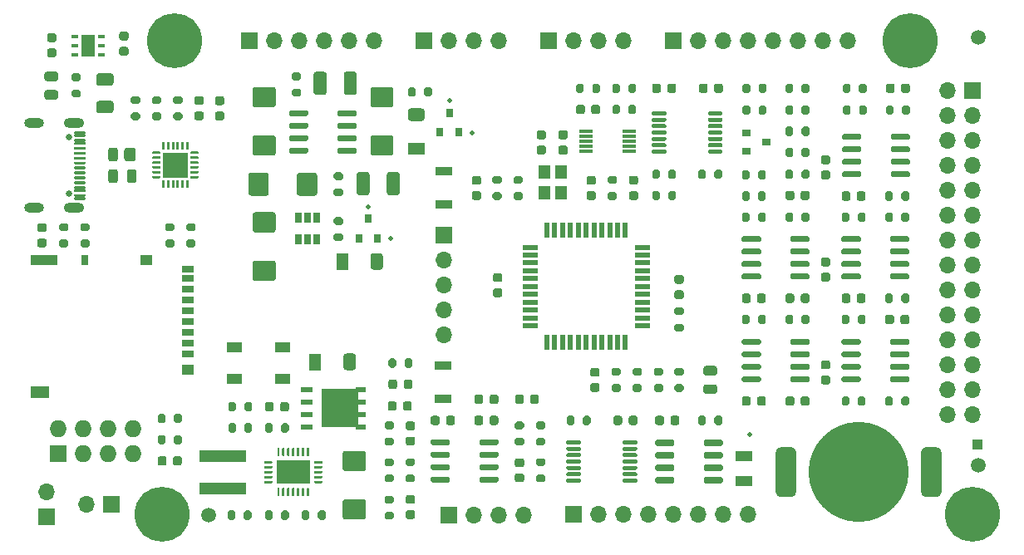
<source format=gbr>
G04 #@! TF.GenerationSoftware,KiCad,Pcbnew,5.1.10-88a1d61d58~90~ubuntu20.04.1*
G04 #@! TF.CreationDate,2021-10-17T22:22:07+02:00*
G04 #@! TF.ProjectId,PSLab,50534c61-622e-46b6-9963-61645f706362,v6.1*
G04 #@! TF.SameCoordinates,Original*
G04 #@! TF.FileFunction,Soldermask,Top*
G04 #@! TF.FilePolarity,Negative*
%FSLAX46Y46*%
G04 Gerber Fmt 4.6, Leading zero omitted, Abs format (unit mm)*
G04 Created by KiCad (PCBNEW 5.1.10-88a1d61d58~90~ubuntu20.04.1) date 2021-10-17 22:22:07*
%MOMM*%
%LPD*%
G01*
G04 APERTURE LIST*
%ADD10R,1.700000X0.900000*%
%ADD11O,1.700000X1.700000*%
%ADD12R,1.700000X1.700000*%
%ADD13R,1.500000X0.550000*%
%ADD14R,0.550000X1.500000*%
%ADD15R,1.400000X2.300000*%
%ADD16R,0.700000X0.450000*%
%ADD17R,3.400000X2.400000*%
%ADD18R,1.270000X0.610000*%
%ADD19R,1.020000X0.610000*%
%ADD20R,3.810000X3.910000*%
%ADD21R,1.500000X1.000000*%
%ADD22C,10.200000*%
%ADD23C,1.500000*%
%ADD24R,1.400000X0.300000*%
%ADD25R,2.600000X2.600000*%
%ADD26R,0.650000X1.060000*%
%ADD27R,0.800000X0.900000*%
%ADD28R,0.900000X0.800000*%
%ADD29R,1.000000X1.000000*%
%ADD30R,1.727200X1.727200*%
%ADD31O,1.727200X1.727200*%
%ADD32O,2.100000X1.000000*%
%ADD33O,2.000000X1.000000*%
%ADD34C,0.650000*%
%ADD35R,1.300000X1.700000*%
%ADD36R,1.700000X1.300000*%
%ADD37R,1.200000X0.700000*%
%ADD38R,1.200000X1.000000*%
%ADD39R,0.800000X1.000000*%
%ADD40R,2.800000X1.000000*%
%ADD41R,1.900000X1.300000*%
%ADD42R,4.700000X1.200000*%
%ADD43C,5.600000*%
%ADD44R,1.200000X1.400000*%
%ADD45R,1.800000X1.000000*%
%ADD46C,0.500000*%
G04 APERTURE END LIST*
D10*
X133612000Y-76066000D03*
X133612000Y-79466000D03*
X133548000Y-99278000D03*
X133548000Y-95878000D03*
D11*
X133612000Y-92752000D03*
X133612000Y-90212000D03*
X133612000Y-87672000D03*
X133612000Y-85132000D03*
D12*
X133612000Y-82592000D03*
G36*
G01*
X168894000Y-93600500D02*
X168894000Y-93300500D01*
G75*
G02*
X169044000Y-93150500I150000J0D01*
G01*
X170694000Y-93150500D01*
G75*
G02*
X170844000Y-93300500I0J-150000D01*
G01*
X170844000Y-93600500D01*
G75*
G02*
X170694000Y-93750500I-150000J0D01*
G01*
X169044000Y-93750500D01*
G75*
G02*
X168894000Y-93600500I0J150000D01*
G01*
G37*
G36*
G01*
X168894000Y-94870500D02*
X168894000Y-94570500D01*
G75*
G02*
X169044000Y-94420500I150000J0D01*
G01*
X170694000Y-94420500D01*
G75*
G02*
X170844000Y-94570500I0J-150000D01*
G01*
X170844000Y-94870500D01*
G75*
G02*
X170694000Y-95020500I-150000J0D01*
G01*
X169044000Y-95020500D01*
G75*
G02*
X168894000Y-94870500I0J150000D01*
G01*
G37*
G36*
G01*
X168894000Y-96140500D02*
X168894000Y-95840500D01*
G75*
G02*
X169044000Y-95690500I150000J0D01*
G01*
X170694000Y-95690500D01*
G75*
G02*
X170844000Y-95840500I0J-150000D01*
G01*
X170844000Y-96140500D01*
G75*
G02*
X170694000Y-96290500I-150000J0D01*
G01*
X169044000Y-96290500D01*
G75*
G02*
X168894000Y-96140500I0J150000D01*
G01*
G37*
G36*
G01*
X168894000Y-97410500D02*
X168894000Y-97110500D01*
G75*
G02*
X169044000Y-96960500I150000J0D01*
G01*
X170694000Y-96960500D01*
G75*
G02*
X170844000Y-97110500I0J-150000D01*
G01*
X170844000Y-97410500D01*
G75*
G02*
X170694000Y-97560500I-150000J0D01*
G01*
X169044000Y-97560500D01*
G75*
G02*
X168894000Y-97410500I0J150000D01*
G01*
G37*
G36*
G01*
X163944000Y-97410500D02*
X163944000Y-97110500D01*
G75*
G02*
X164094000Y-96960500I150000J0D01*
G01*
X165744000Y-96960500D01*
G75*
G02*
X165894000Y-97110500I0J-150000D01*
G01*
X165894000Y-97410500D01*
G75*
G02*
X165744000Y-97560500I-150000J0D01*
G01*
X164094000Y-97560500D01*
G75*
G02*
X163944000Y-97410500I0J150000D01*
G01*
G37*
G36*
G01*
X163944000Y-96140500D02*
X163944000Y-95840500D01*
G75*
G02*
X164094000Y-95690500I150000J0D01*
G01*
X165744000Y-95690500D01*
G75*
G02*
X165894000Y-95840500I0J-150000D01*
G01*
X165894000Y-96140500D01*
G75*
G02*
X165744000Y-96290500I-150000J0D01*
G01*
X164094000Y-96290500D01*
G75*
G02*
X163944000Y-96140500I0J150000D01*
G01*
G37*
G36*
G01*
X163944000Y-94870500D02*
X163944000Y-94570500D01*
G75*
G02*
X164094000Y-94420500I150000J0D01*
G01*
X165744000Y-94420500D01*
G75*
G02*
X165894000Y-94570500I0J-150000D01*
G01*
X165894000Y-94870500D01*
G75*
G02*
X165744000Y-95020500I-150000J0D01*
G01*
X164094000Y-95020500D01*
G75*
G02*
X163944000Y-94870500I0J150000D01*
G01*
G37*
G36*
G01*
X163944000Y-93600500D02*
X163944000Y-93300500D01*
G75*
G02*
X164094000Y-93150500I150000J0D01*
G01*
X165744000Y-93150500D01*
G75*
G02*
X165894000Y-93300500I0J-150000D01*
G01*
X165894000Y-93600500D01*
G75*
G02*
X165744000Y-93750500I-150000J0D01*
G01*
X164094000Y-93750500D01*
G75*
G02*
X163944000Y-93600500I0J150000D01*
G01*
G37*
G36*
G01*
X175757000Y-81025500D02*
X175757000Y-80475500D01*
G75*
G02*
X175957000Y-80275500I200000J0D01*
G01*
X176357000Y-80275500D01*
G75*
G02*
X176557000Y-80475500I0J-200000D01*
G01*
X176557000Y-81025500D01*
G75*
G02*
X176357000Y-81225500I-200000J0D01*
G01*
X175957000Y-81225500D01*
G75*
G02*
X175757000Y-81025500I0J200000D01*
G01*
G37*
G36*
G01*
X174107000Y-81025500D02*
X174107000Y-80475500D01*
G75*
G02*
X174307000Y-80275500I200000J0D01*
G01*
X174707000Y-80275500D01*
G75*
G02*
X174907000Y-80475500I0J-200000D01*
G01*
X174907000Y-81025500D01*
G75*
G02*
X174707000Y-81225500I-200000J0D01*
G01*
X174307000Y-81225500D01*
G75*
G02*
X174107000Y-81025500I0J200000D01*
G01*
G37*
G36*
G01*
X179118000Y-72709000D02*
X179118000Y-72409000D01*
G75*
G02*
X179268000Y-72259000I150000J0D01*
G01*
X180918000Y-72259000D01*
G75*
G02*
X181068000Y-72409000I0J-150000D01*
G01*
X181068000Y-72709000D01*
G75*
G02*
X180918000Y-72859000I-150000J0D01*
G01*
X179268000Y-72859000D01*
G75*
G02*
X179118000Y-72709000I0J150000D01*
G01*
G37*
G36*
G01*
X179118000Y-73979000D02*
X179118000Y-73679000D01*
G75*
G02*
X179268000Y-73529000I150000J0D01*
G01*
X180918000Y-73529000D01*
G75*
G02*
X181068000Y-73679000I0J-150000D01*
G01*
X181068000Y-73979000D01*
G75*
G02*
X180918000Y-74129000I-150000J0D01*
G01*
X179268000Y-74129000D01*
G75*
G02*
X179118000Y-73979000I0J150000D01*
G01*
G37*
G36*
G01*
X179118000Y-75249000D02*
X179118000Y-74949000D01*
G75*
G02*
X179268000Y-74799000I150000J0D01*
G01*
X180918000Y-74799000D01*
G75*
G02*
X181068000Y-74949000I0J-150000D01*
G01*
X181068000Y-75249000D01*
G75*
G02*
X180918000Y-75399000I-150000J0D01*
G01*
X179268000Y-75399000D01*
G75*
G02*
X179118000Y-75249000I0J150000D01*
G01*
G37*
G36*
G01*
X179118000Y-76519000D02*
X179118000Y-76219000D01*
G75*
G02*
X179268000Y-76069000I150000J0D01*
G01*
X180918000Y-76069000D01*
G75*
G02*
X181068000Y-76219000I0J-150000D01*
G01*
X181068000Y-76519000D01*
G75*
G02*
X180918000Y-76669000I-150000J0D01*
G01*
X179268000Y-76669000D01*
G75*
G02*
X179118000Y-76519000I0J150000D01*
G01*
G37*
G36*
G01*
X174168000Y-76519000D02*
X174168000Y-76219000D01*
G75*
G02*
X174318000Y-76069000I150000J0D01*
G01*
X175968000Y-76069000D01*
G75*
G02*
X176118000Y-76219000I0J-150000D01*
G01*
X176118000Y-76519000D01*
G75*
G02*
X175968000Y-76669000I-150000J0D01*
G01*
X174318000Y-76669000D01*
G75*
G02*
X174168000Y-76519000I0J150000D01*
G01*
G37*
G36*
G01*
X174168000Y-75249000D02*
X174168000Y-74949000D01*
G75*
G02*
X174318000Y-74799000I150000J0D01*
G01*
X175968000Y-74799000D01*
G75*
G02*
X176118000Y-74949000I0J-150000D01*
G01*
X176118000Y-75249000D01*
G75*
G02*
X175968000Y-75399000I-150000J0D01*
G01*
X174318000Y-75399000D01*
G75*
G02*
X174168000Y-75249000I0J150000D01*
G01*
G37*
G36*
G01*
X174168000Y-73979000D02*
X174168000Y-73679000D01*
G75*
G02*
X174318000Y-73529000I150000J0D01*
G01*
X175968000Y-73529000D01*
G75*
G02*
X176118000Y-73679000I0J-150000D01*
G01*
X176118000Y-73979000D01*
G75*
G02*
X175968000Y-74129000I-150000J0D01*
G01*
X174318000Y-74129000D01*
G75*
G02*
X174168000Y-73979000I0J150000D01*
G01*
G37*
G36*
G01*
X174168000Y-72709000D02*
X174168000Y-72409000D01*
G75*
G02*
X174318000Y-72259000I150000J0D01*
G01*
X175968000Y-72259000D01*
G75*
G02*
X176118000Y-72409000I0J-150000D01*
G01*
X176118000Y-72709000D01*
G75*
G02*
X175968000Y-72859000I-150000J0D01*
G01*
X174318000Y-72859000D01*
G75*
G02*
X174168000Y-72709000I0J150000D01*
G01*
G37*
D13*
X142390000Y-91799000D03*
X142390000Y-90999000D03*
X142390000Y-90199000D03*
X142390000Y-89399000D03*
X142390000Y-88599000D03*
X142390000Y-87799000D03*
X142390000Y-86999000D03*
X142390000Y-86199000D03*
X142390000Y-85399000D03*
X142390000Y-84599000D03*
X142390000Y-83799000D03*
D14*
X144090000Y-82099000D03*
X144890000Y-82099000D03*
X145690000Y-82099000D03*
X146490000Y-82099000D03*
X147290000Y-82099000D03*
X148090000Y-82099000D03*
X148890000Y-82099000D03*
X149690000Y-82099000D03*
X150490000Y-82099000D03*
X151290000Y-82099000D03*
X152090000Y-82099000D03*
D13*
X153790000Y-83799000D03*
X153790000Y-84599000D03*
X153790000Y-85399000D03*
X153790000Y-86199000D03*
X153790000Y-86999000D03*
X153790000Y-87799000D03*
X153790000Y-88599000D03*
X153790000Y-89399000D03*
X153790000Y-90199000D03*
X153790000Y-90999000D03*
X153790000Y-91799000D03*
D14*
X152090000Y-93499000D03*
X151290000Y-93499000D03*
X150490000Y-93499000D03*
X149690000Y-93499000D03*
X148890000Y-93499000D03*
X148090000Y-93499000D03*
X147290000Y-93499000D03*
X146490000Y-93499000D03*
X145690000Y-93499000D03*
X144890000Y-93499000D03*
X144090000Y-93499000D03*
G36*
G01*
X102216000Y-73954600D02*
X102216000Y-74754600D01*
G75*
G02*
X101916000Y-75054600I-300000J0D01*
G01*
X101316000Y-75054600D01*
G75*
G02*
X101016000Y-74754600I0J300000D01*
G01*
X101016000Y-73954600D01*
G75*
G02*
X101316000Y-73654600I300000J0D01*
G01*
X101916000Y-73654600D01*
G75*
G02*
X102216000Y-73954600I0J-300000D01*
G01*
G37*
G36*
G01*
X100396000Y-73904600D02*
X100396000Y-74804600D01*
G75*
G02*
X100146000Y-75054600I-250000J0D01*
G01*
X99646000Y-75054600D01*
G75*
G02*
X99396000Y-74804600I0J250000D01*
G01*
X99396000Y-73904600D01*
G75*
G02*
X99646000Y-73654600I250000J0D01*
G01*
X100146000Y-73654600D01*
G75*
G02*
X100396000Y-73904600I0J-250000D01*
G01*
G37*
G36*
G01*
X100396000Y-76104600D02*
X100396000Y-77004600D01*
G75*
G02*
X100146000Y-77254600I-250000J0D01*
G01*
X99646000Y-77254600D01*
G75*
G02*
X99396000Y-77004600I0J250000D01*
G01*
X99396000Y-76104600D01*
G75*
G02*
X99646000Y-75854600I250000J0D01*
G01*
X100146000Y-75854600D01*
G75*
G02*
X100396000Y-76104600I0J-250000D01*
G01*
G37*
G36*
G01*
X102296000Y-76104600D02*
X102296000Y-77004600D01*
G75*
G02*
X102046000Y-77254600I-250000J0D01*
G01*
X101546000Y-77254600D01*
G75*
G02*
X101296000Y-77004600I0J250000D01*
G01*
X101296000Y-76104600D01*
G75*
G02*
X101546000Y-75854600I250000J0D01*
G01*
X102046000Y-75854600D01*
G75*
G02*
X102296000Y-76104600I0J-250000D01*
G01*
G37*
D15*
X97350000Y-63260000D03*
D16*
X95975000Y-64210000D03*
X95975000Y-63260000D03*
X95975000Y-62310000D03*
X98725000Y-62310000D03*
X98725000Y-63260000D03*
X98725000Y-64210000D03*
G36*
G01*
X116807500Y-109197000D02*
X116682500Y-109197000D01*
G75*
G02*
X116620000Y-109134500I0J62500D01*
G01*
X116620000Y-108409500D01*
G75*
G02*
X116682500Y-108347000I62500J0D01*
G01*
X116807500Y-108347000D01*
G75*
G02*
X116870000Y-108409500I0J-62500D01*
G01*
X116870000Y-109134500D01*
G75*
G02*
X116807500Y-109197000I-62500J0D01*
G01*
G37*
G36*
G01*
X117307500Y-109197000D02*
X117182500Y-109197000D01*
G75*
G02*
X117120000Y-109134500I0J62500D01*
G01*
X117120000Y-108409500D01*
G75*
G02*
X117182500Y-108347000I62500J0D01*
G01*
X117307500Y-108347000D01*
G75*
G02*
X117370000Y-108409500I0J-62500D01*
G01*
X117370000Y-109134500D01*
G75*
G02*
X117307500Y-109197000I-62500J0D01*
G01*
G37*
G36*
G01*
X117807500Y-109197000D02*
X117682500Y-109197000D01*
G75*
G02*
X117620000Y-109134500I0J62500D01*
G01*
X117620000Y-108409500D01*
G75*
G02*
X117682500Y-108347000I62500J0D01*
G01*
X117807500Y-108347000D01*
G75*
G02*
X117870000Y-108409500I0J-62500D01*
G01*
X117870000Y-109134500D01*
G75*
G02*
X117807500Y-109197000I-62500J0D01*
G01*
G37*
G36*
G01*
X118307500Y-109197000D02*
X118182500Y-109197000D01*
G75*
G02*
X118120000Y-109134500I0J62500D01*
G01*
X118120000Y-108409500D01*
G75*
G02*
X118182500Y-108347000I62500J0D01*
G01*
X118307500Y-108347000D01*
G75*
G02*
X118370000Y-108409500I0J-62500D01*
G01*
X118370000Y-109134500D01*
G75*
G02*
X118307500Y-109197000I-62500J0D01*
G01*
G37*
G36*
G01*
X118807500Y-109197000D02*
X118682500Y-109197000D01*
G75*
G02*
X118620000Y-109134500I0J62500D01*
G01*
X118620000Y-108409500D01*
G75*
G02*
X118682500Y-108347000I62500J0D01*
G01*
X118807500Y-108347000D01*
G75*
G02*
X118870000Y-108409500I0J-62500D01*
G01*
X118870000Y-109134500D01*
G75*
G02*
X118807500Y-109197000I-62500J0D01*
G01*
G37*
G36*
G01*
X119307500Y-109197000D02*
X119182500Y-109197000D01*
G75*
G02*
X119120000Y-109134500I0J62500D01*
G01*
X119120000Y-108409500D01*
G75*
G02*
X119182500Y-108347000I62500J0D01*
G01*
X119307500Y-108347000D01*
G75*
G02*
X119370000Y-108409500I0J-62500D01*
G01*
X119370000Y-109134500D01*
G75*
G02*
X119307500Y-109197000I-62500J0D01*
G01*
G37*
G36*
G01*
X119807500Y-109197000D02*
X119682500Y-109197000D01*
G75*
G02*
X119620000Y-109134500I0J62500D01*
G01*
X119620000Y-108409500D01*
G75*
G02*
X119682500Y-108347000I62500J0D01*
G01*
X119807500Y-108347000D01*
G75*
G02*
X119870000Y-108409500I0J-62500D01*
G01*
X119870000Y-109134500D01*
G75*
G02*
X119807500Y-109197000I-62500J0D01*
G01*
G37*
G36*
G01*
X121157500Y-107847000D02*
X120432500Y-107847000D01*
G75*
G02*
X120370000Y-107784500I0J62500D01*
G01*
X120370000Y-107659500D01*
G75*
G02*
X120432500Y-107597000I62500J0D01*
G01*
X121157500Y-107597000D01*
G75*
G02*
X121220000Y-107659500I0J-62500D01*
G01*
X121220000Y-107784500D01*
G75*
G02*
X121157500Y-107847000I-62500J0D01*
G01*
G37*
G36*
G01*
X121157500Y-107347000D02*
X120432500Y-107347000D01*
G75*
G02*
X120370000Y-107284500I0J62500D01*
G01*
X120370000Y-107159500D01*
G75*
G02*
X120432500Y-107097000I62500J0D01*
G01*
X121157500Y-107097000D01*
G75*
G02*
X121220000Y-107159500I0J-62500D01*
G01*
X121220000Y-107284500D01*
G75*
G02*
X121157500Y-107347000I-62500J0D01*
G01*
G37*
G36*
G01*
X121157500Y-106847000D02*
X120432500Y-106847000D01*
G75*
G02*
X120370000Y-106784500I0J62500D01*
G01*
X120370000Y-106659500D01*
G75*
G02*
X120432500Y-106597000I62500J0D01*
G01*
X121157500Y-106597000D01*
G75*
G02*
X121220000Y-106659500I0J-62500D01*
G01*
X121220000Y-106784500D01*
G75*
G02*
X121157500Y-106847000I-62500J0D01*
G01*
G37*
G36*
G01*
X121157500Y-106347000D02*
X120432500Y-106347000D01*
G75*
G02*
X120370000Y-106284500I0J62500D01*
G01*
X120370000Y-106159500D01*
G75*
G02*
X120432500Y-106097000I62500J0D01*
G01*
X121157500Y-106097000D01*
G75*
G02*
X121220000Y-106159500I0J-62500D01*
G01*
X121220000Y-106284500D01*
G75*
G02*
X121157500Y-106347000I-62500J0D01*
G01*
G37*
G36*
G01*
X121157500Y-105847000D02*
X120432500Y-105847000D01*
G75*
G02*
X120370000Y-105784500I0J62500D01*
G01*
X120370000Y-105659500D01*
G75*
G02*
X120432500Y-105597000I62500J0D01*
G01*
X121157500Y-105597000D01*
G75*
G02*
X121220000Y-105659500I0J-62500D01*
G01*
X121220000Y-105784500D01*
G75*
G02*
X121157500Y-105847000I-62500J0D01*
G01*
G37*
G36*
G01*
X119807500Y-105097000D02*
X119682500Y-105097000D01*
G75*
G02*
X119620000Y-105034500I0J62500D01*
G01*
X119620000Y-104309500D01*
G75*
G02*
X119682500Y-104247000I62500J0D01*
G01*
X119807500Y-104247000D01*
G75*
G02*
X119870000Y-104309500I0J-62500D01*
G01*
X119870000Y-105034500D01*
G75*
G02*
X119807500Y-105097000I-62500J0D01*
G01*
G37*
G36*
G01*
X119307500Y-105097000D02*
X119182500Y-105097000D01*
G75*
G02*
X119120000Y-105034500I0J62500D01*
G01*
X119120000Y-104309500D01*
G75*
G02*
X119182500Y-104247000I62500J0D01*
G01*
X119307500Y-104247000D01*
G75*
G02*
X119370000Y-104309500I0J-62500D01*
G01*
X119370000Y-105034500D01*
G75*
G02*
X119307500Y-105097000I-62500J0D01*
G01*
G37*
G36*
G01*
X118807500Y-105097000D02*
X118682500Y-105097000D01*
G75*
G02*
X118620000Y-105034500I0J62500D01*
G01*
X118620000Y-104309500D01*
G75*
G02*
X118682500Y-104247000I62500J0D01*
G01*
X118807500Y-104247000D01*
G75*
G02*
X118870000Y-104309500I0J-62500D01*
G01*
X118870000Y-105034500D01*
G75*
G02*
X118807500Y-105097000I-62500J0D01*
G01*
G37*
G36*
G01*
X118307500Y-105097000D02*
X118182500Y-105097000D01*
G75*
G02*
X118120000Y-105034500I0J62500D01*
G01*
X118120000Y-104309500D01*
G75*
G02*
X118182500Y-104247000I62500J0D01*
G01*
X118307500Y-104247000D01*
G75*
G02*
X118370000Y-104309500I0J-62500D01*
G01*
X118370000Y-105034500D01*
G75*
G02*
X118307500Y-105097000I-62500J0D01*
G01*
G37*
G36*
G01*
X117807500Y-105097000D02*
X117682500Y-105097000D01*
G75*
G02*
X117620000Y-105034500I0J62500D01*
G01*
X117620000Y-104309500D01*
G75*
G02*
X117682500Y-104247000I62500J0D01*
G01*
X117807500Y-104247000D01*
G75*
G02*
X117870000Y-104309500I0J-62500D01*
G01*
X117870000Y-105034500D01*
G75*
G02*
X117807500Y-105097000I-62500J0D01*
G01*
G37*
G36*
G01*
X117307500Y-105097000D02*
X117182500Y-105097000D01*
G75*
G02*
X117120000Y-105034500I0J62500D01*
G01*
X117120000Y-104309500D01*
G75*
G02*
X117182500Y-104247000I62500J0D01*
G01*
X117307500Y-104247000D01*
G75*
G02*
X117370000Y-104309500I0J-62500D01*
G01*
X117370000Y-105034500D01*
G75*
G02*
X117307500Y-105097000I-62500J0D01*
G01*
G37*
G36*
G01*
X116807500Y-105097000D02*
X116682500Y-105097000D01*
G75*
G02*
X116620000Y-105034500I0J62500D01*
G01*
X116620000Y-104309500D01*
G75*
G02*
X116682500Y-104247000I62500J0D01*
G01*
X116807500Y-104247000D01*
G75*
G02*
X116870000Y-104309500I0J-62500D01*
G01*
X116870000Y-105034500D01*
G75*
G02*
X116807500Y-105097000I-62500J0D01*
G01*
G37*
G36*
G01*
X116057500Y-105847000D02*
X115332500Y-105847000D01*
G75*
G02*
X115270000Y-105784500I0J62500D01*
G01*
X115270000Y-105659500D01*
G75*
G02*
X115332500Y-105597000I62500J0D01*
G01*
X116057500Y-105597000D01*
G75*
G02*
X116120000Y-105659500I0J-62500D01*
G01*
X116120000Y-105784500D01*
G75*
G02*
X116057500Y-105847000I-62500J0D01*
G01*
G37*
G36*
G01*
X116057500Y-106347000D02*
X115332500Y-106347000D01*
G75*
G02*
X115270000Y-106284500I0J62500D01*
G01*
X115270000Y-106159500D01*
G75*
G02*
X115332500Y-106097000I62500J0D01*
G01*
X116057500Y-106097000D01*
G75*
G02*
X116120000Y-106159500I0J-62500D01*
G01*
X116120000Y-106284500D01*
G75*
G02*
X116057500Y-106347000I-62500J0D01*
G01*
G37*
G36*
G01*
X116057500Y-106847000D02*
X115332500Y-106847000D01*
G75*
G02*
X115270000Y-106784500I0J62500D01*
G01*
X115270000Y-106659500D01*
G75*
G02*
X115332500Y-106597000I62500J0D01*
G01*
X116057500Y-106597000D01*
G75*
G02*
X116120000Y-106659500I0J-62500D01*
G01*
X116120000Y-106784500D01*
G75*
G02*
X116057500Y-106847000I-62500J0D01*
G01*
G37*
G36*
G01*
X116057500Y-107347000D02*
X115332500Y-107347000D01*
G75*
G02*
X115270000Y-107284500I0J62500D01*
G01*
X115270000Y-107159500D01*
G75*
G02*
X115332500Y-107097000I62500J0D01*
G01*
X116057500Y-107097000D01*
G75*
G02*
X116120000Y-107159500I0J-62500D01*
G01*
X116120000Y-107284500D01*
G75*
G02*
X116057500Y-107347000I-62500J0D01*
G01*
G37*
G36*
G01*
X116057500Y-107847000D02*
X115332500Y-107847000D01*
G75*
G02*
X115270000Y-107784500I0J62500D01*
G01*
X115270000Y-107659500D01*
G75*
G02*
X115332500Y-107597000I62500J0D01*
G01*
X116057500Y-107597000D01*
G75*
G02*
X116120000Y-107659500I0J-62500D01*
G01*
X116120000Y-107784500D01*
G75*
G02*
X116057500Y-107847000I-62500J0D01*
G01*
G37*
D17*
X118245000Y-106722000D03*
D18*
X119648000Y-98277000D03*
X119648000Y-99547000D03*
X119648000Y-100817000D03*
X119648000Y-102087000D03*
D19*
X125113000Y-102087000D03*
X125113000Y-100817000D03*
X125113000Y-99547000D03*
X125113000Y-98277000D03*
D20*
X123008000Y-100182000D03*
D21*
X112239000Y-94009500D03*
X112239000Y-97209500D03*
X117139000Y-94009500D03*
X117139000Y-97209500D03*
G36*
G01*
X167390000Y-108747000D02*
X167390000Y-104697000D01*
G75*
G02*
X167915000Y-104172000I525000J0D01*
G01*
X168965000Y-104172000D01*
G75*
G02*
X169490000Y-104697000I0J-525000D01*
G01*
X169490000Y-108747000D01*
G75*
G02*
X168965000Y-109272000I-525000J0D01*
G01*
X167915000Y-109272000D01*
G75*
G02*
X167390000Y-108747000I0J525000D01*
G01*
G37*
G36*
G01*
X182190000Y-108747000D02*
X182190000Y-104697000D01*
G75*
G02*
X182715000Y-104172000I525000J0D01*
G01*
X183765000Y-104172000D01*
G75*
G02*
X184290000Y-104697000I0J-525000D01*
G01*
X184290000Y-108747000D01*
G75*
G02*
X183765000Y-109272000I-525000J0D01*
G01*
X182715000Y-109272000D01*
G75*
G02*
X182190000Y-108747000I0J525000D01*
G01*
G37*
D22*
X175840000Y-106722000D03*
G36*
G01*
X164847000Y-99233000D02*
X164847000Y-99733000D01*
G75*
G02*
X164622000Y-99958000I-225000J0D01*
G01*
X164172000Y-99958000D01*
G75*
G02*
X163947000Y-99733000I0J225000D01*
G01*
X163947000Y-99233000D01*
G75*
G02*
X164172000Y-99008000I225000J0D01*
G01*
X164622000Y-99008000D01*
G75*
G02*
X164847000Y-99233000I0J-225000D01*
G01*
G37*
G36*
G01*
X166397000Y-99233000D02*
X166397000Y-99733000D01*
G75*
G02*
X166172000Y-99958000I-225000J0D01*
G01*
X165722000Y-99958000D01*
G75*
G02*
X165497000Y-99733000I0J225000D01*
G01*
X165497000Y-99233000D01*
G75*
G02*
X165722000Y-99008000I225000J0D01*
G01*
X166172000Y-99008000D01*
G75*
G02*
X166397000Y-99233000I0J-225000D01*
G01*
G37*
D23*
X109609000Y-111104000D03*
X188000000Y-106000000D03*
X188000000Y-62400000D03*
D24*
X152449000Y-72003500D03*
X152449000Y-72503500D03*
X152449000Y-73003500D03*
X152449000Y-73503500D03*
X152449000Y-74003500D03*
X148049000Y-74003500D03*
X148049000Y-73503500D03*
X148049000Y-73003500D03*
X148049000Y-72503500D03*
X148049000Y-72003500D03*
G36*
G01*
X160269750Y-97774000D02*
X161182250Y-97774000D01*
G75*
G02*
X161426000Y-98017750I0J-243750D01*
G01*
X161426000Y-98505250D01*
G75*
G02*
X161182250Y-98749000I-243750J0D01*
G01*
X160269750Y-98749000D01*
G75*
G02*
X160026000Y-98505250I0J243750D01*
G01*
X160026000Y-98017750D01*
G75*
G02*
X160269750Y-97774000I243750J0D01*
G01*
G37*
G36*
G01*
X160269750Y-95899000D02*
X161182250Y-95899000D01*
G75*
G02*
X161426000Y-96142750I0J-243750D01*
G01*
X161426000Y-96630250D01*
G75*
G02*
X161182250Y-96874000I-243750J0D01*
G01*
X160269750Y-96874000D01*
G75*
G02*
X160026000Y-96630250I0J243750D01*
G01*
X160026000Y-96142750D01*
G75*
G02*
X160269750Y-95899000I243750J0D01*
G01*
G37*
G36*
G01*
X94056250Y-66890000D02*
X93143750Y-66890000D01*
G75*
G02*
X92900000Y-66646250I0J243750D01*
G01*
X92900000Y-66158750D01*
G75*
G02*
X93143750Y-65915000I243750J0D01*
G01*
X94056250Y-65915000D01*
G75*
G02*
X94300000Y-66158750I0J-243750D01*
G01*
X94300000Y-66646250D01*
G75*
G02*
X94056250Y-66890000I-243750J0D01*
G01*
G37*
G36*
G01*
X94056250Y-68765000D02*
X93143750Y-68765000D01*
G75*
G02*
X92900000Y-68521250I0J243750D01*
G01*
X92900000Y-68033750D01*
G75*
G02*
X93143750Y-67790000I243750J0D01*
G01*
X94056250Y-67790000D01*
G75*
G02*
X94300000Y-68033750I0J-243750D01*
G01*
X94300000Y-68521250D01*
G75*
G02*
X94056250Y-68765000I-243750J0D01*
G01*
G37*
D25*
X106244000Y-75416500D03*
G36*
G01*
X107619000Y-77004000D02*
X107619000Y-77704000D01*
G75*
G02*
X107556500Y-77766500I-62500J0D01*
G01*
X107431500Y-77766500D01*
G75*
G02*
X107369000Y-77704000I0J62500D01*
G01*
X107369000Y-77004000D01*
G75*
G02*
X107431500Y-76941500I62500J0D01*
G01*
X107556500Y-76941500D01*
G75*
G02*
X107619000Y-77004000I0J-62500D01*
G01*
G37*
G36*
G01*
X107119000Y-77004000D02*
X107119000Y-77704000D01*
G75*
G02*
X107056500Y-77766500I-62500J0D01*
G01*
X106931500Y-77766500D01*
G75*
G02*
X106869000Y-77704000I0J62500D01*
G01*
X106869000Y-77004000D01*
G75*
G02*
X106931500Y-76941500I62500J0D01*
G01*
X107056500Y-76941500D01*
G75*
G02*
X107119000Y-77004000I0J-62500D01*
G01*
G37*
G36*
G01*
X106619000Y-77004000D02*
X106619000Y-77704000D01*
G75*
G02*
X106556500Y-77766500I-62500J0D01*
G01*
X106431500Y-77766500D01*
G75*
G02*
X106369000Y-77704000I0J62500D01*
G01*
X106369000Y-77004000D01*
G75*
G02*
X106431500Y-76941500I62500J0D01*
G01*
X106556500Y-76941500D01*
G75*
G02*
X106619000Y-77004000I0J-62500D01*
G01*
G37*
G36*
G01*
X106119000Y-77004000D02*
X106119000Y-77704000D01*
G75*
G02*
X106056500Y-77766500I-62500J0D01*
G01*
X105931500Y-77766500D01*
G75*
G02*
X105869000Y-77704000I0J62500D01*
G01*
X105869000Y-77004000D01*
G75*
G02*
X105931500Y-76941500I62500J0D01*
G01*
X106056500Y-76941500D01*
G75*
G02*
X106119000Y-77004000I0J-62500D01*
G01*
G37*
G36*
G01*
X105619000Y-77004000D02*
X105619000Y-77704000D01*
G75*
G02*
X105556500Y-77766500I-62500J0D01*
G01*
X105431500Y-77766500D01*
G75*
G02*
X105369000Y-77704000I0J62500D01*
G01*
X105369000Y-77004000D01*
G75*
G02*
X105431500Y-76941500I62500J0D01*
G01*
X105556500Y-76941500D01*
G75*
G02*
X105619000Y-77004000I0J-62500D01*
G01*
G37*
G36*
G01*
X105119000Y-77004000D02*
X105119000Y-77704000D01*
G75*
G02*
X105056500Y-77766500I-62500J0D01*
G01*
X104931500Y-77766500D01*
G75*
G02*
X104869000Y-77704000I0J62500D01*
G01*
X104869000Y-77004000D01*
G75*
G02*
X104931500Y-76941500I62500J0D01*
G01*
X105056500Y-76941500D01*
G75*
G02*
X105119000Y-77004000I0J-62500D01*
G01*
G37*
G36*
G01*
X104719000Y-76604000D02*
X104719000Y-76729000D01*
G75*
G02*
X104656500Y-76791500I-62500J0D01*
G01*
X103956500Y-76791500D01*
G75*
G02*
X103894000Y-76729000I0J62500D01*
G01*
X103894000Y-76604000D01*
G75*
G02*
X103956500Y-76541500I62500J0D01*
G01*
X104656500Y-76541500D01*
G75*
G02*
X104719000Y-76604000I0J-62500D01*
G01*
G37*
G36*
G01*
X104719000Y-76104000D02*
X104719000Y-76229000D01*
G75*
G02*
X104656500Y-76291500I-62500J0D01*
G01*
X103956500Y-76291500D01*
G75*
G02*
X103894000Y-76229000I0J62500D01*
G01*
X103894000Y-76104000D01*
G75*
G02*
X103956500Y-76041500I62500J0D01*
G01*
X104656500Y-76041500D01*
G75*
G02*
X104719000Y-76104000I0J-62500D01*
G01*
G37*
G36*
G01*
X104719000Y-75604000D02*
X104719000Y-75729000D01*
G75*
G02*
X104656500Y-75791500I-62500J0D01*
G01*
X103956500Y-75791500D01*
G75*
G02*
X103894000Y-75729000I0J62500D01*
G01*
X103894000Y-75604000D01*
G75*
G02*
X103956500Y-75541500I62500J0D01*
G01*
X104656500Y-75541500D01*
G75*
G02*
X104719000Y-75604000I0J-62500D01*
G01*
G37*
G36*
G01*
X104719000Y-75104000D02*
X104719000Y-75229000D01*
G75*
G02*
X104656500Y-75291500I-62500J0D01*
G01*
X103956500Y-75291500D01*
G75*
G02*
X103894000Y-75229000I0J62500D01*
G01*
X103894000Y-75104000D01*
G75*
G02*
X103956500Y-75041500I62500J0D01*
G01*
X104656500Y-75041500D01*
G75*
G02*
X104719000Y-75104000I0J-62500D01*
G01*
G37*
G36*
G01*
X104719000Y-74604000D02*
X104719000Y-74729000D01*
G75*
G02*
X104656500Y-74791500I-62500J0D01*
G01*
X103956500Y-74791500D01*
G75*
G02*
X103894000Y-74729000I0J62500D01*
G01*
X103894000Y-74604000D01*
G75*
G02*
X103956500Y-74541500I62500J0D01*
G01*
X104656500Y-74541500D01*
G75*
G02*
X104719000Y-74604000I0J-62500D01*
G01*
G37*
G36*
G01*
X104719000Y-74104000D02*
X104719000Y-74229000D01*
G75*
G02*
X104656500Y-74291500I-62500J0D01*
G01*
X103956500Y-74291500D01*
G75*
G02*
X103894000Y-74229000I0J62500D01*
G01*
X103894000Y-74104000D01*
G75*
G02*
X103956500Y-74041500I62500J0D01*
G01*
X104656500Y-74041500D01*
G75*
G02*
X104719000Y-74104000I0J-62500D01*
G01*
G37*
G36*
G01*
X105119000Y-73129000D02*
X105119000Y-73829000D01*
G75*
G02*
X105056500Y-73891500I-62500J0D01*
G01*
X104931500Y-73891500D01*
G75*
G02*
X104869000Y-73829000I0J62500D01*
G01*
X104869000Y-73129000D01*
G75*
G02*
X104931500Y-73066500I62500J0D01*
G01*
X105056500Y-73066500D01*
G75*
G02*
X105119000Y-73129000I0J-62500D01*
G01*
G37*
G36*
G01*
X105619000Y-73129000D02*
X105619000Y-73829000D01*
G75*
G02*
X105556500Y-73891500I-62500J0D01*
G01*
X105431500Y-73891500D01*
G75*
G02*
X105369000Y-73829000I0J62500D01*
G01*
X105369000Y-73129000D01*
G75*
G02*
X105431500Y-73066500I62500J0D01*
G01*
X105556500Y-73066500D01*
G75*
G02*
X105619000Y-73129000I0J-62500D01*
G01*
G37*
G36*
G01*
X106119000Y-73129000D02*
X106119000Y-73829000D01*
G75*
G02*
X106056500Y-73891500I-62500J0D01*
G01*
X105931500Y-73891500D01*
G75*
G02*
X105869000Y-73829000I0J62500D01*
G01*
X105869000Y-73129000D01*
G75*
G02*
X105931500Y-73066500I62500J0D01*
G01*
X106056500Y-73066500D01*
G75*
G02*
X106119000Y-73129000I0J-62500D01*
G01*
G37*
G36*
G01*
X106619000Y-73129000D02*
X106619000Y-73829000D01*
G75*
G02*
X106556500Y-73891500I-62500J0D01*
G01*
X106431500Y-73891500D01*
G75*
G02*
X106369000Y-73829000I0J62500D01*
G01*
X106369000Y-73129000D01*
G75*
G02*
X106431500Y-73066500I62500J0D01*
G01*
X106556500Y-73066500D01*
G75*
G02*
X106619000Y-73129000I0J-62500D01*
G01*
G37*
G36*
G01*
X107119000Y-73129000D02*
X107119000Y-73829000D01*
G75*
G02*
X107056500Y-73891500I-62500J0D01*
G01*
X106931500Y-73891500D01*
G75*
G02*
X106869000Y-73829000I0J62500D01*
G01*
X106869000Y-73129000D01*
G75*
G02*
X106931500Y-73066500I62500J0D01*
G01*
X107056500Y-73066500D01*
G75*
G02*
X107119000Y-73129000I0J-62500D01*
G01*
G37*
G36*
G01*
X107619000Y-73129000D02*
X107619000Y-73829000D01*
G75*
G02*
X107556500Y-73891500I-62500J0D01*
G01*
X107431500Y-73891500D01*
G75*
G02*
X107369000Y-73829000I0J62500D01*
G01*
X107369000Y-73129000D01*
G75*
G02*
X107431500Y-73066500I62500J0D01*
G01*
X107556500Y-73066500D01*
G75*
G02*
X107619000Y-73129000I0J-62500D01*
G01*
G37*
G36*
G01*
X108594000Y-74104000D02*
X108594000Y-74229000D01*
G75*
G02*
X108531500Y-74291500I-62500J0D01*
G01*
X107831500Y-74291500D01*
G75*
G02*
X107769000Y-74229000I0J62500D01*
G01*
X107769000Y-74104000D01*
G75*
G02*
X107831500Y-74041500I62500J0D01*
G01*
X108531500Y-74041500D01*
G75*
G02*
X108594000Y-74104000I0J-62500D01*
G01*
G37*
G36*
G01*
X108594000Y-74604000D02*
X108594000Y-74729000D01*
G75*
G02*
X108531500Y-74791500I-62500J0D01*
G01*
X107831500Y-74791500D01*
G75*
G02*
X107769000Y-74729000I0J62500D01*
G01*
X107769000Y-74604000D01*
G75*
G02*
X107831500Y-74541500I62500J0D01*
G01*
X108531500Y-74541500D01*
G75*
G02*
X108594000Y-74604000I0J-62500D01*
G01*
G37*
G36*
G01*
X108594000Y-75104000D02*
X108594000Y-75229000D01*
G75*
G02*
X108531500Y-75291500I-62500J0D01*
G01*
X107831500Y-75291500D01*
G75*
G02*
X107769000Y-75229000I0J62500D01*
G01*
X107769000Y-75104000D01*
G75*
G02*
X107831500Y-75041500I62500J0D01*
G01*
X108531500Y-75041500D01*
G75*
G02*
X108594000Y-75104000I0J-62500D01*
G01*
G37*
G36*
G01*
X108594000Y-75604000D02*
X108594000Y-75729000D01*
G75*
G02*
X108531500Y-75791500I-62500J0D01*
G01*
X107831500Y-75791500D01*
G75*
G02*
X107769000Y-75729000I0J62500D01*
G01*
X107769000Y-75604000D01*
G75*
G02*
X107831500Y-75541500I62500J0D01*
G01*
X108531500Y-75541500D01*
G75*
G02*
X108594000Y-75604000I0J-62500D01*
G01*
G37*
G36*
G01*
X108594000Y-76104000D02*
X108594000Y-76229000D01*
G75*
G02*
X108531500Y-76291500I-62500J0D01*
G01*
X107831500Y-76291500D01*
G75*
G02*
X107769000Y-76229000I0J62500D01*
G01*
X107769000Y-76104000D01*
G75*
G02*
X107831500Y-76041500I62500J0D01*
G01*
X108531500Y-76041500D01*
G75*
G02*
X108594000Y-76104000I0J-62500D01*
G01*
G37*
G36*
G01*
X108594000Y-76604000D02*
X108594000Y-76729000D01*
G75*
G02*
X108531500Y-76791500I-62500J0D01*
G01*
X107831500Y-76791500D01*
G75*
G02*
X107769000Y-76729000I0J62500D01*
G01*
X107769000Y-76604000D01*
G75*
G02*
X107831500Y-76541500I62500J0D01*
G01*
X108531500Y-76541500D01*
G75*
G02*
X108594000Y-76604000I0J-62500D01*
G01*
G37*
D26*
X118780000Y-82993500D03*
X119730000Y-82993500D03*
X120680000Y-82993500D03*
X120680000Y-80793500D03*
X118780000Y-80793500D03*
X119730000Y-80793500D03*
G36*
G01*
X179054000Y-93600500D02*
X179054000Y-93300500D01*
G75*
G02*
X179204000Y-93150500I150000J0D01*
G01*
X180854000Y-93150500D01*
G75*
G02*
X181004000Y-93300500I0J-150000D01*
G01*
X181004000Y-93600500D01*
G75*
G02*
X180854000Y-93750500I-150000J0D01*
G01*
X179204000Y-93750500D01*
G75*
G02*
X179054000Y-93600500I0J150000D01*
G01*
G37*
G36*
G01*
X179054000Y-94870500D02*
X179054000Y-94570500D01*
G75*
G02*
X179204000Y-94420500I150000J0D01*
G01*
X180854000Y-94420500D01*
G75*
G02*
X181004000Y-94570500I0J-150000D01*
G01*
X181004000Y-94870500D01*
G75*
G02*
X180854000Y-95020500I-150000J0D01*
G01*
X179204000Y-95020500D01*
G75*
G02*
X179054000Y-94870500I0J150000D01*
G01*
G37*
G36*
G01*
X179054000Y-96140500D02*
X179054000Y-95840500D01*
G75*
G02*
X179204000Y-95690500I150000J0D01*
G01*
X180854000Y-95690500D01*
G75*
G02*
X181004000Y-95840500I0J-150000D01*
G01*
X181004000Y-96140500D01*
G75*
G02*
X180854000Y-96290500I-150000J0D01*
G01*
X179204000Y-96290500D01*
G75*
G02*
X179054000Y-96140500I0J150000D01*
G01*
G37*
G36*
G01*
X179054000Y-97410500D02*
X179054000Y-97110500D01*
G75*
G02*
X179204000Y-96960500I150000J0D01*
G01*
X180854000Y-96960500D01*
G75*
G02*
X181004000Y-97110500I0J-150000D01*
G01*
X181004000Y-97410500D01*
G75*
G02*
X180854000Y-97560500I-150000J0D01*
G01*
X179204000Y-97560500D01*
G75*
G02*
X179054000Y-97410500I0J150000D01*
G01*
G37*
G36*
G01*
X174104000Y-97410500D02*
X174104000Y-97110500D01*
G75*
G02*
X174254000Y-96960500I150000J0D01*
G01*
X175904000Y-96960500D01*
G75*
G02*
X176054000Y-97110500I0J-150000D01*
G01*
X176054000Y-97410500D01*
G75*
G02*
X175904000Y-97560500I-150000J0D01*
G01*
X174254000Y-97560500D01*
G75*
G02*
X174104000Y-97410500I0J150000D01*
G01*
G37*
G36*
G01*
X174104000Y-96140500D02*
X174104000Y-95840500D01*
G75*
G02*
X174254000Y-95690500I150000J0D01*
G01*
X175904000Y-95690500D01*
G75*
G02*
X176054000Y-95840500I0J-150000D01*
G01*
X176054000Y-96140500D01*
G75*
G02*
X175904000Y-96290500I-150000J0D01*
G01*
X174254000Y-96290500D01*
G75*
G02*
X174104000Y-96140500I0J150000D01*
G01*
G37*
G36*
G01*
X174104000Y-94870500D02*
X174104000Y-94570500D01*
G75*
G02*
X174254000Y-94420500I150000J0D01*
G01*
X175904000Y-94420500D01*
G75*
G02*
X176054000Y-94570500I0J-150000D01*
G01*
X176054000Y-94870500D01*
G75*
G02*
X175904000Y-95020500I-150000J0D01*
G01*
X174254000Y-95020500D01*
G75*
G02*
X174104000Y-94870500I0J150000D01*
G01*
G37*
G36*
G01*
X174104000Y-93600500D02*
X174104000Y-93300500D01*
G75*
G02*
X174254000Y-93150500I150000J0D01*
G01*
X175904000Y-93150500D01*
G75*
G02*
X176054000Y-93300500I0J-150000D01*
G01*
X176054000Y-93600500D01*
G75*
G02*
X175904000Y-93750500I-150000J0D01*
G01*
X174254000Y-93750500D01*
G75*
G02*
X174104000Y-93600500I0J150000D01*
G01*
G37*
G36*
G01*
X124704000Y-73806000D02*
X124704000Y-74106000D01*
G75*
G02*
X124554000Y-74256000I-150000J0D01*
G01*
X122904000Y-74256000D01*
G75*
G02*
X122754000Y-74106000I0J150000D01*
G01*
X122754000Y-73806000D01*
G75*
G02*
X122904000Y-73656000I150000J0D01*
G01*
X124554000Y-73656000D01*
G75*
G02*
X124704000Y-73806000I0J-150000D01*
G01*
G37*
G36*
G01*
X124704000Y-72536000D02*
X124704000Y-72836000D01*
G75*
G02*
X124554000Y-72986000I-150000J0D01*
G01*
X122904000Y-72986000D01*
G75*
G02*
X122754000Y-72836000I0J150000D01*
G01*
X122754000Y-72536000D01*
G75*
G02*
X122904000Y-72386000I150000J0D01*
G01*
X124554000Y-72386000D01*
G75*
G02*
X124704000Y-72536000I0J-150000D01*
G01*
G37*
G36*
G01*
X124704000Y-71266000D02*
X124704000Y-71566000D01*
G75*
G02*
X124554000Y-71716000I-150000J0D01*
G01*
X122904000Y-71716000D01*
G75*
G02*
X122754000Y-71566000I0J150000D01*
G01*
X122754000Y-71266000D01*
G75*
G02*
X122904000Y-71116000I150000J0D01*
G01*
X124554000Y-71116000D01*
G75*
G02*
X124704000Y-71266000I0J-150000D01*
G01*
G37*
G36*
G01*
X124704000Y-69996000D02*
X124704000Y-70296000D01*
G75*
G02*
X124554000Y-70446000I-150000J0D01*
G01*
X122904000Y-70446000D01*
G75*
G02*
X122754000Y-70296000I0J150000D01*
G01*
X122754000Y-69996000D01*
G75*
G02*
X122904000Y-69846000I150000J0D01*
G01*
X124554000Y-69846000D01*
G75*
G02*
X124704000Y-69996000I0J-150000D01*
G01*
G37*
G36*
G01*
X119754000Y-69996000D02*
X119754000Y-70296000D01*
G75*
G02*
X119604000Y-70446000I-150000J0D01*
G01*
X117954000Y-70446000D01*
G75*
G02*
X117804000Y-70296000I0J150000D01*
G01*
X117804000Y-69996000D01*
G75*
G02*
X117954000Y-69846000I150000J0D01*
G01*
X119604000Y-69846000D01*
G75*
G02*
X119754000Y-69996000I0J-150000D01*
G01*
G37*
G36*
G01*
X119754000Y-71266000D02*
X119754000Y-71566000D01*
G75*
G02*
X119604000Y-71716000I-150000J0D01*
G01*
X117954000Y-71716000D01*
G75*
G02*
X117804000Y-71566000I0J150000D01*
G01*
X117804000Y-71266000D01*
G75*
G02*
X117954000Y-71116000I150000J0D01*
G01*
X119604000Y-71116000D01*
G75*
G02*
X119754000Y-71266000I0J-150000D01*
G01*
G37*
G36*
G01*
X119754000Y-72536000D02*
X119754000Y-72836000D01*
G75*
G02*
X119604000Y-72986000I-150000J0D01*
G01*
X117954000Y-72986000D01*
G75*
G02*
X117804000Y-72836000I0J150000D01*
G01*
X117804000Y-72536000D01*
G75*
G02*
X117954000Y-72386000I150000J0D01*
G01*
X119604000Y-72386000D01*
G75*
G02*
X119754000Y-72536000I0J-150000D01*
G01*
G37*
G36*
G01*
X119754000Y-73806000D02*
X119754000Y-74106000D01*
G75*
G02*
X119604000Y-74256000I-150000J0D01*
G01*
X117954000Y-74256000D01*
G75*
G02*
X117804000Y-74106000I0J150000D01*
G01*
X117804000Y-73806000D01*
G75*
G02*
X117954000Y-73656000I150000J0D01*
G01*
X119604000Y-73656000D01*
G75*
G02*
X119754000Y-73806000I0J-150000D01*
G01*
G37*
G36*
G01*
X134208000Y-107334000D02*
X134208000Y-107634000D01*
G75*
G02*
X134058000Y-107784000I-150000J0D01*
G01*
X132408000Y-107784000D01*
G75*
G02*
X132258000Y-107634000I0J150000D01*
G01*
X132258000Y-107334000D01*
G75*
G02*
X132408000Y-107184000I150000J0D01*
G01*
X134058000Y-107184000D01*
G75*
G02*
X134208000Y-107334000I0J-150000D01*
G01*
G37*
G36*
G01*
X134208000Y-106064000D02*
X134208000Y-106364000D01*
G75*
G02*
X134058000Y-106514000I-150000J0D01*
G01*
X132408000Y-106514000D01*
G75*
G02*
X132258000Y-106364000I0J150000D01*
G01*
X132258000Y-106064000D01*
G75*
G02*
X132408000Y-105914000I150000J0D01*
G01*
X134058000Y-105914000D01*
G75*
G02*
X134208000Y-106064000I0J-150000D01*
G01*
G37*
G36*
G01*
X134208000Y-104794000D02*
X134208000Y-105094000D01*
G75*
G02*
X134058000Y-105244000I-150000J0D01*
G01*
X132408000Y-105244000D01*
G75*
G02*
X132258000Y-105094000I0J150000D01*
G01*
X132258000Y-104794000D01*
G75*
G02*
X132408000Y-104644000I150000J0D01*
G01*
X134058000Y-104644000D01*
G75*
G02*
X134208000Y-104794000I0J-150000D01*
G01*
G37*
G36*
G01*
X134208000Y-103524000D02*
X134208000Y-103824000D01*
G75*
G02*
X134058000Y-103974000I-150000J0D01*
G01*
X132408000Y-103974000D01*
G75*
G02*
X132258000Y-103824000I0J150000D01*
G01*
X132258000Y-103524000D01*
G75*
G02*
X132408000Y-103374000I150000J0D01*
G01*
X134058000Y-103374000D01*
G75*
G02*
X134208000Y-103524000I0J-150000D01*
G01*
G37*
G36*
G01*
X139158000Y-103524000D02*
X139158000Y-103824000D01*
G75*
G02*
X139008000Y-103974000I-150000J0D01*
G01*
X137358000Y-103974000D01*
G75*
G02*
X137208000Y-103824000I0J150000D01*
G01*
X137208000Y-103524000D01*
G75*
G02*
X137358000Y-103374000I150000J0D01*
G01*
X139008000Y-103374000D01*
G75*
G02*
X139158000Y-103524000I0J-150000D01*
G01*
G37*
G36*
G01*
X139158000Y-104794000D02*
X139158000Y-105094000D01*
G75*
G02*
X139008000Y-105244000I-150000J0D01*
G01*
X137358000Y-105244000D01*
G75*
G02*
X137208000Y-105094000I0J150000D01*
G01*
X137208000Y-104794000D01*
G75*
G02*
X137358000Y-104644000I150000J0D01*
G01*
X139008000Y-104644000D01*
G75*
G02*
X139158000Y-104794000I0J-150000D01*
G01*
G37*
G36*
G01*
X139158000Y-106064000D02*
X139158000Y-106364000D01*
G75*
G02*
X139008000Y-106514000I-150000J0D01*
G01*
X137358000Y-106514000D01*
G75*
G02*
X137208000Y-106364000I0J150000D01*
G01*
X137208000Y-106064000D01*
G75*
G02*
X137358000Y-105914000I150000J0D01*
G01*
X139008000Y-105914000D01*
G75*
G02*
X139158000Y-106064000I0J-150000D01*
G01*
G37*
G36*
G01*
X139158000Y-107334000D02*
X139158000Y-107634000D01*
G75*
G02*
X139008000Y-107784000I-150000J0D01*
G01*
X137358000Y-107784000D01*
G75*
G02*
X137208000Y-107634000I0J150000D01*
G01*
X137208000Y-107334000D01*
G75*
G02*
X137358000Y-107184000I150000J0D01*
G01*
X139008000Y-107184000D01*
G75*
G02*
X139158000Y-107334000I0J-150000D01*
G01*
G37*
G36*
G01*
X179054000Y-83123000D02*
X179054000Y-82823000D01*
G75*
G02*
X179204000Y-82673000I150000J0D01*
G01*
X180854000Y-82673000D01*
G75*
G02*
X181004000Y-82823000I0J-150000D01*
G01*
X181004000Y-83123000D01*
G75*
G02*
X180854000Y-83273000I-150000J0D01*
G01*
X179204000Y-83273000D01*
G75*
G02*
X179054000Y-83123000I0J150000D01*
G01*
G37*
G36*
G01*
X179054000Y-84393000D02*
X179054000Y-84093000D01*
G75*
G02*
X179204000Y-83943000I150000J0D01*
G01*
X180854000Y-83943000D01*
G75*
G02*
X181004000Y-84093000I0J-150000D01*
G01*
X181004000Y-84393000D01*
G75*
G02*
X180854000Y-84543000I-150000J0D01*
G01*
X179204000Y-84543000D01*
G75*
G02*
X179054000Y-84393000I0J150000D01*
G01*
G37*
G36*
G01*
X179054000Y-85663000D02*
X179054000Y-85363000D01*
G75*
G02*
X179204000Y-85213000I150000J0D01*
G01*
X180854000Y-85213000D01*
G75*
G02*
X181004000Y-85363000I0J-150000D01*
G01*
X181004000Y-85663000D01*
G75*
G02*
X180854000Y-85813000I-150000J0D01*
G01*
X179204000Y-85813000D01*
G75*
G02*
X179054000Y-85663000I0J150000D01*
G01*
G37*
G36*
G01*
X179054000Y-86933000D02*
X179054000Y-86633000D01*
G75*
G02*
X179204000Y-86483000I150000J0D01*
G01*
X180854000Y-86483000D01*
G75*
G02*
X181004000Y-86633000I0J-150000D01*
G01*
X181004000Y-86933000D01*
G75*
G02*
X180854000Y-87083000I-150000J0D01*
G01*
X179204000Y-87083000D01*
G75*
G02*
X179054000Y-86933000I0J150000D01*
G01*
G37*
G36*
G01*
X174104000Y-86933000D02*
X174104000Y-86633000D01*
G75*
G02*
X174254000Y-86483000I150000J0D01*
G01*
X175904000Y-86483000D01*
G75*
G02*
X176054000Y-86633000I0J-150000D01*
G01*
X176054000Y-86933000D01*
G75*
G02*
X175904000Y-87083000I-150000J0D01*
G01*
X174254000Y-87083000D01*
G75*
G02*
X174104000Y-86933000I0J150000D01*
G01*
G37*
G36*
G01*
X174104000Y-85663000D02*
X174104000Y-85363000D01*
G75*
G02*
X174254000Y-85213000I150000J0D01*
G01*
X175904000Y-85213000D01*
G75*
G02*
X176054000Y-85363000I0J-150000D01*
G01*
X176054000Y-85663000D01*
G75*
G02*
X175904000Y-85813000I-150000J0D01*
G01*
X174254000Y-85813000D01*
G75*
G02*
X174104000Y-85663000I0J150000D01*
G01*
G37*
G36*
G01*
X174104000Y-84393000D02*
X174104000Y-84093000D01*
G75*
G02*
X174254000Y-83943000I150000J0D01*
G01*
X175904000Y-83943000D01*
G75*
G02*
X176054000Y-84093000I0J-150000D01*
G01*
X176054000Y-84393000D01*
G75*
G02*
X175904000Y-84543000I-150000J0D01*
G01*
X174254000Y-84543000D01*
G75*
G02*
X174104000Y-84393000I0J150000D01*
G01*
G37*
G36*
G01*
X174104000Y-83123000D02*
X174104000Y-82823000D01*
G75*
G02*
X174254000Y-82673000I150000J0D01*
G01*
X175904000Y-82673000D01*
G75*
G02*
X176054000Y-82823000I0J-150000D01*
G01*
X176054000Y-83123000D01*
G75*
G02*
X175904000Y-83273000I-150000J0D01*
G01*
X174254000Y-83273000D01*
G75*
G02*
X174104000Y-83123000I0J150000D01*
G01*
G37*
G36*
G01*
X168894000Y-83123000D02*
X168894000Y-82823000D01*
G75*
G02*
X169044000Y-82673000I150000J0D01*
G01*
X170694000Y-82673000D01*
G75*
G02*
X170844000Y-82823000I0J-150000D01*
G01*
X170844000Y-83123000D01*
G75*
G02*
X170694000Y-83273000I-150000J0D01*
G01*
X169044000Y-83273000D01*
G75*
G02*
X168894000Y-83123000I0J150000D01*
G01*
G37*
G36*
G01*
X168894000Y-84393000D02*
X168894000Y-84093000D01*
G75*
G02*
X169044000Y-83943000I150000J0D01*
G01*
X170694000Y-83943000D01*
G75*
G02*
X170844000Y-84093000I0J-150000D01*
G01*
X170844000Y-84393000D01*
G75*
G02*
X170694000Y-84543000I-150000J0D01*
G01*
X169044000Y-84543000D01*
G75*
G02*
X168894000Y-84393000I0J150000D01*
G01*
G37*
G36*
G01*
X168894000Y-85663000D02*
X168894000Y-85363000D01*
G75*
G02*
X169044000Y-85213000I150000J0D01*
G01*
X170694000Y-85213000D01*
G75*
G02*
X170844000Y-85363000I0J-150000D01*
G01*
X170844000Y-85663000D01*
G75*
G02*
X170694000Y-85813000I-150000J0D01*
G01*
X169044000Y-85813000D01*
G75*
G02*
X168894000Y-85663000I0J150000D01*
G01*
G37*
G36*
G01*
X168894000Y-86933000D02*
X168894000Y-86633000D01*
G75*
G02*
X169044000Y-86483000I150000J0D01*
G01*
X170694000Y-86483000D01*
G75*
G02*
X170844000Y-86633000I0J-150000D01*
G01*
X170844000Y-86933000D01*
G75*
G02*
X170694000Y-87083000I-150000J0D01*
G01*
X169044000Y-87083000D01*
G75*
G02*
X168894000Y-86933000I0J150000D01*
G01*
G37*
G36*
G01*
X163944000Y-86933000D02*
X163944000Y-86633000D01*
G75*
G02*
X164094000Y-86483000I150000J0D01*
G01*
X165744000Y-86483000D01*
G75*
G02*
X165894000Y-86633000I0J-150000D01*
G01*
X165894000Y-86933000D01*
G75*
G02*
X165744000Y-87083000I-150000J0D01*
G01*
X164094000Y-87083000D01*
G75*
G02*
X163944000Y-86933000I0J150000D01*
G01*
G37*
G36*
G01*
X163944000Y-85663000D02*
X163944000Y-85363000D01*
G75*
G02*
X164094000Y-85213000I150000J0D01*
G01*
X165744000Y-85213000D01*
G75*
G02*
X165894000Y-85363000I0J-150000D01*
G01*
X165894000Y-85663000D01*
G75*
G02*
X165744000Y-85813000I-150000J0D01*
G01*
X164094000Y-85813000D01*
G75*
G02*
X163944000Y-85663000I0J150000D01*
G01*
G37*
G36*
G01*
X163944000Y-84393000D02*
X163944000Y-84093000D01*
G75*
G02*
X164094000Y-83943000I150000J0D01*
G01*
X165744000Y-83943000D01*
G75*
G02*
X165894000Y-84093000I0J-150000D01*
G01*
X165894000Y-84393000D01*
G75*
G02*
X165744000Y-84543000I-150000J0D01*
G01*
X164094000Y-84543000D01*
G75*
G02*
X163944000Y-84393000I0J150000D01*
G01*
G37*
G36*
G01*
X163944000Y-83123000D02*
X163944000Y-82823000D01*
G75*
G02*
X164094000Y-82673000I150000J0D01*
G01*
X165744000Y-82673000D01*
G75*
G02*
X165894000Y-82823000I0J-150000D01*
G01*
X165894000Y-83123000D01*
G75*
G02*
X165744000Y-83273000I-150000J0D01*
G01*
X164094000Y-83273000D01*
G75*
G02*
X163944000Y-83123000I0J150000D01*
G01*
G37*
G36*
G01*
X157068000Y-107397000D02*
X157068000Y-107697000D01*
G75*
G02*
X156918000Y-107847000I-150000J0D01*
G01*
X155268000Y-107847000D01*
G75*
G02*
X155118000Y-107697000I0J150000D01*
G01*
X155118000Y-107397000D01*
G75*
G02*
X155268000Y-107247000I150000J0D01*
G01*
X156918000Y-107247000D01*
G75*
G02*
X157068000Y-107397000I0J-150000D01*
G01*
G37*
G36*
G01*
X157068000Y-106127000D02*
X157068000Y-106427000D01*
G75*
G02*
X156918000Y-106577000I-150000J0D01*
G01*
X155268000Y-106577000D01*
G75*
G02*
X155118000Y-106427000I0J150000D01*
G01*
X155118000Y-106127000D01*
G75*
G02*
X155268000Y-105977000I150000J0D01*
G01*
X156918000Y-105977000D01*
G75*
G02*
X157068000Y-106127000I0J-150000D01*
G01*
G37*
G36*
G01*
X157068000Y-104857000D02*
X157068000Y-105157000D01*
G75*
G02*
X156918000Y-105307000I-150000J0D01*
G01*
X155268000Y-105307000D01*
G75*
G02*
X155118000Y-105157000I0J150000D01*
G01*
X155118000Y-104857000D01*
G75*
G02*
X155268000Y-104707000I150000J0D01*
G01*
X156918000Y-104707000D01*
G75*
G02*
X157068000Y-104857000I0J-150000D01*
G01*
G37*
G36*
G01*
X157068000Y-103587000D02*
X157068000Y-103887000D01*
G75*
G02*
X156918000Y-104037000I-150000J0D01*
G01*
X155268000Y-104037000D01*
G75*
G02*
X155118000Y-103887000I0J150000D01*
G01*
X155118000Y-103587000D01*
G75*
G02*
X155268000Y-103437000I150000J0D01*
G01*
X156918000Y-103437000D01*
G75*
G02*
X157068000Y-103587000I0J-150000D01*
G01*
G37*
G36*
G01*
X162018000Y-103587000D02*
X162018000Y-103887000D01*
G75*
G02*
X161868000Y-104037000I-150000J0D01*
G01*
X160218000Y-104037000D01*
G75*
G02*
X160068000Y-103887000I0J150000D01*
G01*
X160068000Y-103587000D01*
G75*
G02*
X160218000Y-103437000I150000J0D01*
G01*
X161868000Y-103437000D01*
G75*
G02*
X162018000Y-103587000I0J-150000D01*
G01*
G37*
G36*
G01*
X162018000Y-104857000D02*
X162018000Y-105157000D01*
G75*
G02*
X161868000Y-105307000I-150000J0D01*
G01*
X160218000Y-105307000D01*
G75*
G02*
X160068000Y-105157000I0J150000D01*
G01*
X160068000Y-104857000D01*
G75*
G02*
X160218000Y-104707000I150000J0D01*
G01*
X161868000Y-104707000D01*
G75*
G02*
X162018000Y-104857000I0J-150000D01*
G01*
G37*
G36*
G01*
X162018000Y-106127000D02*
X162018000Y-106427000D01*
G75*
G02*
X161868000Y-106577000I-150000J0D01*
G01*
X160218000Y-106577000D01*
G75*
G02*
X160068000Y-106427000I0J150000D01*
G01*
X160068000Y-106127000D01*
G75*
G02*
X160218000Y-105977000I150000J0D01*
G01*
X161868000Y-105977000D01*
G75*
G02*
X162018000Y-106127000I0J-150000D01*
G01*
G37*
G36*
G01*
X162018000Y-107397000D02*
X162018000Y-107697000D01*
G75*
G02*
X161868000Y-107847000I-150000J0D01*
G01*
X160218000Y-107847000D01*
G75*
G02*
X160068000Y-107697000I0J150000D01*
G01*
X160068000Y-107397000D01*
G75*
G02*
X160218000Y-107247000I150000J0D01*
G01*
X161868000Y-107247000D01*
G75*
G02*
X162018000Y-107397000I0J-150000D01*
G01*
G37*
D27*
X124940000Y-82893500D03*
X126840000Y-82893500D03*
X125890000Y-80893500D03*
X133195000Y-72098500D03*
X135095000Y-72098500D03*
X134145000Y-70098500D03*
D28*
X166426000Y-73067000D03*
X164426000Y-74017000D03*
X164426000Y-72117000D03*
G36*
G01*
X128779000Y-99741000D02*
X128779000Y-100241000D01*
G75*
G02*
X128554000Y-100466000I-225000J0D01*
G01*
X128104000Y-100466000D01*
G75*
G02*
X127879000Y-100241000I0J225000D01*
G01*
X127879000Y-99741000D01*
G75*
G02*
X128104000Y-99516000I225000J0D01*
G01*
X128554000Y-99516000D01*
G75*
G02*
X128779000Y-99741000I0J-225000D01*
G01*
G37*
G36*
G01*
X130329000Y-99741000D02*
X130329000Y-100241000D01*
G75*
G02*
X130104000Y-100466000I-225000J0D01*
G01*
X129654000Y-100466000D01*
G75*
G02*
X129429000Y-100241000I0J225000D01*
G01*
X129429000Y-99741000D01*
G75*
G02*
X129654000Y-99516000I225000J0D01*
G01*
X130104000Y-99516000D01*
G75*
G02*
X130329000Y-99741000I0J-225000D01*
G01*
G37*
G36*
G01*
X129933000Y-110603000D02*
X130433000Y-110603000D01*
G75*
G02*
X130658000Y-110828000I0J-225000D01*
G01*
X130658000Y-111278000D01*
G75*
G02*
X130433000Y-111503000I-225000J0D01*
G01*
X129933000Y-111503000D01*
G75*
G02*
X129708000Y-111278000I0J225000D01*
G01*
X129708000Y-110828000D01*
G75*
G02*
X129933000Y-110603000I225000J0D01*
G01*
G37*
G36*
G01*
X129933000Y-109053000D02*
X130433000Y-109053000D01*
G75*
G02*
X130658000Y-109278000I0J-225000D01*
G01*
X130658000Y-109728000D01*
G75*
G02*
X130433000Y-109953000I-225000J0D01*
G01*
X129933000Y-109953000D01*
G75*
G02*
X129708000Y-109728000I0J225000D01*
G01*
X129708000Y-109278000D01*
G75*
G02*
X129933000Y-109053000I225000J0D01*
G01*
G37*
G36*
G01*
X100750000Y-63385000D02*
X101250000Y-63385000D01*
G75*
G02*
X101475000Y-63610000I0J-225000D01*
G01*
X101475000Y-64060000D01*
G75*
G02*
X101250000Y-64285000I-225000J0D01*
G01*
X100750000Y-64285000D01*
G75*
G02*
X100525000Y-64060000I0J225000D01*
G01*
X100525000Y-63610000D01*
G75*
G02*
X100750000Y-63385000I225000J0D01*
G01*
G37*
G36*
G01*
X100750000Y-61835000D02*
X101250000Y-61835000D01*
G75*
G02*
X101475000Y-62060000I0J-225000D01*
G01*
X101475000Y-62510000D01*
G75*
G02*
X101250000Y-62735000I-225000J0D01*
G01*
X100750000Y-62735000D01*
G75*
G02*
X100525000Y-62510000I0J225000D01*
G01*
X100525000Y-62060000D01*
G75*
G02*
X100750000Y-61835000I225000J0D01*
G01*
G37*
G36*
G01*
X93400000Y-63549500D02*
X93900000Y-63549500D01*
G75*
G02*
X94125000Y-63774500I0J-225000D01*
G01*
X94125000Y-64224500D01*
G75*
G02*
X93900000Y-64449500I-225000J0D01*
G01*
X93400000Y-64449500D01*
G75*
G02*
X93175000Y-64224500I0J225000D01*
G01*
X93175000Y-63774500D01*
G75*
G02*
X93400000Y-63549500I225000J0D01*
G01*
G37*
G36*
G01*
X93400000Y-61999500D02*
X93900000Y-61999500D01*
G75*
G02*
X94125000Y-62224500I0J-225000D01*
G01*
X94125000Y-62674500D01*
G75*
G02*
X93900000Y-62899500I-225000J0D01*
G01*
X93400000Y-62899500D01*
G75*
G02*
X93175000Y-62674500I0J225000D01*
G01*
X93175000Y-62224500D01*
G75*
G02*
X93400000Y-61999500I225000J0D01*
G01*
G37*
G36*
G01*
X169291000Y-99233000D02*
X169291000Y-99733000D01*
G75*
G02*
X169066000Y-99958000I-225000J0D01*
G01*
X168616000Y-99958000D01*
G75*
G02*
X168391000Y-99733000I0J225000D01*
G01*
X168391000Y-99233000D01*
G75*
G02*
X168616000Y-99008000I225000J0D01*
G01*
X169066000Y-99008000D01*
G75*
G02*
X169291000Y-99233000I0J-225000D01*
G01*
G37*
G36*
G01*
X170841000Y-99233000D02*
X170841000Y-99733000D01*
G75*
G02*
X170616000Y-99958000I-225000J0D01*
G01*
X170166000Y-99958000D01*
G75*
G02*
X169941000Y-99733000I0J225000D01*
G01*
X169941000Y-99233000D01*
G75*
G02*
X170166000Y-99008000I225000J0D01*
G01*
X170616000Y-99008000D01*
G75*
G02*
X170841000Y-99233000I0J-225000D01*
G01*
G37*
G36*
G01*
X175657000Y-89255500D02*
X175657000Y-88755500D01*
G75*
G02*
X175882000Y-88530500I225000J0D01*
G01*
X176332000Y-88530500D01*
G75*
G02*
X176557000Y-88755500I0J-225000D01*
G01*
X176557000Y-89255500D01*
G75*
G02*
X176332000Y-89480500I-225000J0D01*
G01*
X175882000Y-89480500D01*
G75*
G02*
X175657000Y-89255500I0J225000D01*
G01*
G37*
G36*
G01*
X174107000Y-89255500D02*
X174107000Y-88755500D01*
G75*
G02*
X174332000Y-88530500I225000J0D01*
G01*
X174782000Y-88530500D01*
G75*
G02*
X175007000Y-88755500I0J-225000D01*
G01*
X175007000Y-89255500D01*
G75*
G02*
X174782000Y-89480500I-225000J0D01*
G01*
X174332000Y-89480500D01*
G75*
G02*
X174107000Y-89255500I0J225000D01*
G01*
G37*
G36*
G01*
X148606000Y-70015000D02*
X148606000Y-69515000D01*
G75*
G02*
X148831000Y-69290000I225000J0D01*
G01*
X149281000Y-69290000D01*
G75*
G02*
X149506000Y-69515000I0J-225000D01*
G01*
X149506000Y-70015000D01*
G75*
G02*
X149281000Y-70240000I-225000J0D01*
G01*
X148831000Y-70240000D01*
G75*
G02*
X148606000Y-70015000I0J225000D01*
G01*
G37*
G36*
G01*
X147056000Y-70015000D02*
X147056000Y-69515000D01*
G75*
G02*
X147281000Y-69290000I225000J0D01*
G01*
X147731000Y-69290000D01*
G75*
G02*
X147956000Y-69515000I0J-225000D01*
G01*
X147956000Y-70015000D01*
G75*
G02*
X147731000Y-70240000I-225000J0D01*
G01*
X147281000Y-70240000D01*
G75*
G02*
X147056000Y-70015000I0J225000D01*
G01*
G37*
G36*
G01*
X180101000Y-91414500D02*
X180101000Y-90914500D01*
G75*
G02*
X180326000Y-90689500I225000J0D01*
G01*
X180776000Y-90689500D01*
G75*
G02*
X181001000Y-90914500I0J-225000D01*
G01*
X181001000Y-91414500D01*
G75*
G02*
X180776000Y-91639500I-225000J0D01*
G01*
X180326000Y-91639500D01*
G75*
G02*
X180101000Y-91414500I0J225000D01*
G01*
G37*
G36*
G01*
X178551000Y-91414500D02*
X178551000Y-90914500D01*
G75*
G02*
X178776000Y-90689500I225000J0D01*
G01*
X179226000Y-90689500D01*
G75*
G02*
X179451000Y-90914500I0J-225000D01*
G01*
X179451000Y-91414500D01*
G75*
G02*
X179226000Y-91639500I-225000J0D01*
G01*
X178776000Y-91639500D01*
G75*
G02*
X178551000Y-91414500I0J225000D01*
G01*
G37*
G36*
G01*
X172224000Y-96887000D02*
X172724000Y-96887000D01*
G75*
G02*
X172949000Y-97112000I0J-225000D01*
G01*
X172949000Y-97562000D01*
G75*
G02*
X172724000Y-97787000I-225000J0D01*
G01*
X172224000Y-97787000D01*
G75*
G02*
X171999000Y-97562000I0J225000D01*
G01*
X171999000Y-97112000D01*
G75*
G02*
X172224000Y-96887000I225000J0D01*
G01*
G37*
G36*
G01*
X172224000Y-95337000D02*
X172724000Y-95337000D01*
G75*
G02*
X172949000Y-95562000I0J-225000D01*
G01*
X172949000Y-96012000D01*
G75*
G02*
X172724000Y-96237000I-225000J0D01*
G01*
X172224000Y-96237000D01*
G75*
G02*
X171999000Y-96012000I0J225000D01*
G01*
X171999000Y-95562000D01*
G75*
G02*
X172224000Y-95337000I225000J0D01*
G01*
G37*
G36*
G01*
X155703000Y-67356000D02*
X155703000Y-67856000D01*
G75*
G02*
X155478000Y-68081000I-225000J0D01*
G01*
X155028000Y-68081000D01*
G75*
G02*
X154803000Y-67856000I0J225000D01*
G01*
X154803000Y-67356000D01*
G75*
G02*
X155028000Y-67131000I225000J0D01*
G01*
X155478000Y-67131000D01*
G75*
G02*
X155703000Y-67356000I0J-225000D01*
G01*
G37*
G36*
G01*
X157253000Y-67356000D02*
X157253000Y-67856000D01*
G75*
G02*
X157028000Y-68081000I-225000J0D01*
G01*
X156578000Y-68081000D01*
G75*
G02*
X156353000Y-67856000I0J225000D01*
G01*
X156353000Y-67356000D01*
G75*
G02*
X156578000Y-67131000I225000J0D01*
G01*
X157028000Y-67131000D01*
G75*
G02*
X157253000Y-67356000I0J-225000D01*
G01*
G37*
G36*
G01*
X169291000Y-88755500D02*
X169291000Y-89255500D01*
G75*
G02*
X169066000Y-89480500I-225000J0D01*
G01*
X168616000Y-89480500D01*
G75*
G02*
X168391000Y-89255500I0J225000D01*
G01*
X168391000Y-88755500D01*
G75*
G02*
X168616000Y-88530500I225000J0D01*
G01*
X169066000Y-88530500D01*
G75*
G02*
X169291000Y-88755500I0J-225000D01*
G01*
G37*
G36*
G01*
X170841000Y-88755500D02*
X170841000Y-89255500D01*
G75*
G02*
X170616000Y-89480500I-225000J0D01*
G01*
X170166000Y-89480500D01*
G75*
G02*
X169941000Y-89255500I0J225000D01*
G01*
X169941000Y-88755500D01*
G75*
G02*
X170166000Y-88530500I225000J0D01*
G01*
X170616000Y-88530500D01*
G75*
G02*
X170841000Y-88755500I0J-225000D01*
G01*
G37*
G36*
G01*
X175657000Y-78841500D02*
X175657000Y-78341500D01*
G75*
G02*
X175882000Y-78116500I225000J0D01*
G01*
X176332000Y-78116500D01*
G75*
G02*
X176557000Y-78341500I0J-225000D01*
G01*
X176557000Y-78841500D01*
G75*
G02*
X176332000Y-79066500I-225000J0D01*
G01*
X175882000Y-79066500D01*
G75*
G02*
X175657000Y-78841500I0J225000D01*
G01*
G37*
G36*
G01*
X174107000Y-78841500D02*
X174107000Y-78341500D01*
G75*
G02*
X174332000Y-78116500I225000J0D01*
G01*
X174782000Y-78116500D01*
G75*
G02*
X175007000Y-78341500I0J-225000D01*
G01*
X175007000Y-78841500D01*
G75*
G02*
X174782000Y-79066500I-225000J0D01*
G01*
X174332000Y-79066500D01*
G75*
G02*
X174107000Y-78841500I0J225000D01*
G01*
G37*
G36*
G01*
X130433000Y-102460000D02*
X129933000Y-102460000D01*
G75*
G02*
X129708000Y-102235000I0J225000D01*
G01*
X129708000Y-101785000D01*
G75*
G02*
X129933000Y-101560000I225000J0D01*
G01*
X130433000Y-101560000D01*
G75*
G02*
X130658000Y-101785000I0J-225000D01*
G01*
X130658000Y-102235000D01*
G75*
G02*
X130433000Y-102460000I-225000J0D01*
G01*
G37*
G36*
G01*
X130433000Y-104010000D02*
X129933000Y-104010000D01*
G75*
G02*
X129708000Y-103785000I0J225000D01*
G01*
X129708000Y-103335000D01*
G75*
G02*
X129933000Y-103110000I225000J0D01*
G01*
X130433000Y-103110000D01*
G75*
G02*
X130658000Y-103335000I0J-225000D01*
G01*
X130658000Y-103785000D01*
G75*
G02*
X130433000Y-104010000I-225000J0D01*
G01*
G37*
G36*
G01*
X172224000Y-86409500D02*
X172724000Y-86409500D01*
G75*
G02*
X172949000Y-86634500I0J-225000D01*
G01*
X172949000Y-87084500D01*
G75*
G02*
X172724000Y-87309500I-225000J0D01*
G01*
X172224000Y-87309500D01*
G75*
G02*
X171999000Y-87084500I0J225000D01*
G01*
X171999000Y-86634500D01*
G75*
G02*
X172224000Y-86409500I225000J0D01*
G01*
G37*
G36*
G01*
X172224000Y-84859500D02*
X172724000Y-84859500D01*
G75*
G02*
X172949000Y-85084500I0J-225000D01*
G01*
X172949000Y-85534500D01*
G75*
G02*
X172724000Y-85759500I-225000J0D01*
G01*
X172224000Y-85759500D01*
G75*
G02*
X171999000Y-85534500I0J225000D01*
G01*
X171999000Y-85084500D01*
G75*
G02*
X172224000Y-84859500I225000J0D01*
G01*
G37*
G36*
G01*
X161115000Y-67856000D02*
X161115000Y-67356000D01*
G75*
G02*
X161340000Y-67131000I225000J0D01*
G01*
X161790000Y-67131000D01*
G75*
G02*
X162015000Y-67356000I0J-225000D01*
G01*
X162015000Y-67856000D01*
G75*
G02*
X161790000Y-68081000I-225000J0D01*
G01*
X161340000Y-68081000D01*
G75*
G02*
X161115000Y-67856000I0J225000D01*
G01*
G37*
G36*
G01*
X159565000Y-67856000D02*
X159565000Y-67356000D01*
G75*
G02*
X159790000Y-67131000I225000J0D01*
G01*
X160240000Y-67131000D01*
G75*
G02*
X160465000Y-67356000I0J-225000D01*
G01*
X160465000Y-67856000D01*
G75*
G02*
X160240000Y-68081000I-225000J0D01*
G01*
X159790000Y-68081000D01*
G75*
G02*
X159565000Y-67856000I0J225000D01*
G01*
G37*
G36*
G01*
X141732500Y-99042500D02*
X141732500Y-99542500D01*
G75*
G02*
X141507500Y-99767500I-225000J0D01*
G01*
X141057500Y-99767500D01*
G75*
G02*
X140832500Y-99542500I0J225000D01*
G01*
X140832500Y-99042500D01*
G75*
G02*
X141057500Y-98817500I225000J0D01*
G01*
X141507500Y-98817500D01*
G75*
G02*
X141732500Y-99042500I0J-225000D01*
G01*
G37*
G36*
G01*
X143282500Y-99042500D02*
X143282500Y-99542500D01*
G75*
G02*
X143057500Y-99767500I-225000J0D01*
G01*
X142607500Y-99767500D01*
G75*
G02*
X142382500Y-99542500I0J225000D01*
G01*
X142382500Y-99042500D01*
G75*
G02*
X142607500Y-98817500I225000J0D01*
G01*
X143057500Y-98817500D01*
G75*
G02*
X143282500Y-99042500I0J-225000D01*
G01*
G37*
G36*
G01*
X169291000Y-78278000D02*
X169291000Y-78778000D01*
G75*
G02*
X169066000Y-79003000I-225000J0D01*
G01*
X168616000Y-79003000D01*
G75*
G02*
X168391000Y-78778000I0J225000D01*
G01*
X168391000Y-78278000D01*
G75*
G02*
X168616000Y-78053000I225000J0D01*
G01*
X169066000Y-78053000D01*
G75*
G02*
X169291000Y-78278000I0J-225000D01*
G01*
G37*
G36*
G01*
X170841000Y-78278000D02*
X170841000Y-78778000D01*
G75*
G02*
X170616000Y-79003000I-225000J0D01*
G01*
X170166000Y-79003000D01*
G75*
G02*
X169941000Y-78778000I0J225000D01*
G01*
X169941000Y-78278000D01*
G75*
G02*
X170166000Y-78053000I225000J0D01*
G01*
X170616000Y-78053000D01*
G75*
G02*
X170841000Y-78278000I0J-225000D01*
G01*
G37*
G36*
G01*
X133160000Y-101202000D02*
X133160000Y-101702000D01*
G75*
G02*
X132935000Y-101927000I-225000J0D01*
G01*
X132485000Y-101927000D01*
G75*
G02*
X132260000Y-101702000I0J225000D01*
G01*
X132260000Y-101202000D01*
G75*
G02*
X132485000Y-100977000I225000J0D01*
G01*
X132935000Y-100977000D01*
G75*
G02*
X133160000Y-101202000I0J-225000D01*
G01*
G37*
G36*
G01*
X134710000Y-101202000D02*
X134710000Y-101702000D01*
G75*
G02*
X134485000Y-101927000I-225000J0D01*
G01*
X134035000Y-101927000D01*
G75*
G02*
X133810000Y-101702000I0J225000D01*
G01*
X133810000Y-101202000D01*
G75*
G02*
X134035000Y-100977000I225000J0D01*
G01*
X134485000Y-100977000D01*
G75*
G02*
X134710000Y-101202000I0J-225000D01*
G01*
G37*
G36*
G01*
X141546000Y-106207000D02*
X141046000Y-106207000D01*
G75*
G02*
X140821000Y-105982000I0J225000D01*
G01*
X140821000Y-105532000D01*
G75*
G02*
X141046000Y-105307000I225000J0D01*
G01*
X141546000Y-105307000D01*
G75*
G02*
X141771000Y-105532000I0J-225000D01*
G01*
X141771000Y-105982000D01*
G75*
G02*
X141546000Y-106207000I-225000J0D01*
G01*
G37*
G36*
G01*
X141546000Y-107757000D02*
X141046000Y-107757000D01*
G75*
G02*
X140821000Y-107532000I0J225000D01*
G01*
X140821000Y-107082000D01*
G75*
G02*
X141046000Y-106857000I225000J0D01*
G01*
X141546000Y-106857000D01*
G75*
G02*
X141771000Y-107082000I0J-225000D01*
G01*
X141771000Y-107532000D01*
G75*
G02*
X141546000Y-107757000I-225000J0D01*
G01*
G37*
G36*
G01*
X172224000Y-75995500D02*
X172724000Y-75995500D01*
G75*
G02*
X172949000Y-76220500I0J-225000D01*
G01*
X172949000Y-76670500D01*
G75*
G02*
X172724000Y-76895500I-225000J0D01*
G01*
X172224000Y-76895500D01*
G75*
G02*
X171999000Y-76670500I0J225000D01*
G01*
X171999000Y-76220500D01*
G75*
G02*
X172224000Y-75995500I225000J0D01*
G01*
G37*
G36*
G01*
X172224000Y-74445500D02*
X172724000Y-74445500D01*
G75*
G02*
X172949000Y-74670500I0J-225000D01*
G01*
X172949000Y-75120500D01*
G75*
G02*
X172724000Y-75345500I-225000J0D01*
G01*
X172224000Y-75345500D01*
G75*
G02*
X171999000Y-75120500I0J225000D01*
G01*
X171999000Y-74670500D01*
G75*
G02*
X172224000Y-74445500I225000J0D01*
G01*
G37*
G36*
G01*
X138255000Y-101702000D02*
X138255000Y-101202000D01*
G75*
G02*
X138480000Y-100977000I225000J0D01*
G01*
X138930000Y-100977000D01*
G75*
G02*
X139155000Y-101202000I0J-225000D01*
G01*
X139155000Y-101702000D01*
G75*
G02*
X138930000Y-101927000I-225000J0D01*
G01*
X138480000Y-101927000D01*
G75*
G02*
X138255000Y-101702000I0J225000D01*
G01*
G37*
G36*
G01*
X136705000Y-101702000D02*
X136705000Y-101202000D01*
G75*
G02*
X136930000Y-100977000I225000J0D01*
G01*
X137380000Y-100977000D01*
G75*
G02*
X137605000Y-101202000I0J-225000D01*
G01*
X137605000Y-101702000D01*
G75*
G02*
X137380000Y-101927000I-225000J0D01*
G01*
X136930000Y-101927000D01*
G75*
G02*
X136705000Y-101702000I0J225000D01*
G01*
G37*
G36*
G01*
X137605000Y-99042500D02*
X137605000Y-99542500D01*
G75*
G02*
X137380000Y-99767500I-225000J0D01*
G01*
X136930000Y-99767500D01*
G75*
G02*
X136705000Y-99542500I0J225000D01*
G01*
X136705000Y-99042500D01*
G75*
G02*
X136930000Y-98817500I225000J0D01*
G01*
X137380000Y-98817500D01*
G75*
G02*
X137605000Y-99042500I0J-225000D01*
G01*
G37*
G36*
G01*
X139155000Y-99042500D02*
X139155000Y-99542500D01*
G75*
G02*
X138930000Y-99767500I-225000J0D01*
G01*
X138480000Y-99767500D01*
G75*
G02*
X138255000Y-99542500I0J225000D01*
G01*
X138255000Y-99042500D01*
G75*
G02*
X138480000Y-98817500I225000J0D01*
G01*
X138930000Y-98817500D01*
G75*
G02*
X139155000Y-99042500I0J-225000D01*
G01*
G37*
G36*
G01*
X164847000Y-88755500D02*
X164847000Y-89255500D01*
G75*
G02*
X164622000Y-89480500I-225000J0D01*
G01*
X164172000Y-89480500D01*
G75*
G02*
X163947000Y-89255500I0J225000D01*
G01*
X163947000Y-88755500D01*
G75*
G02*
X164172000Y-88530500I225000J0D01*
G01*
X164622000Y-88530500D01*
G75*
G02*
X164847000Y-88755500I0J-225000D01*
G01*
G37*
G36*
G01*
X166397000Y-88755500D02*
X166397000Y-89255500D01*
G75*
G02*
X166172000Y-89480500I-225000J0D01*
G01*
X165722000Y-89480500D01*
G75*
G02*
X165497000Y-89255500I0J225000D01*
G01*
X165497000Y-88755500D01*
G75*
G02*
X165722000Y-88530500I225000J0D01*
G01*
X166172000Y-88530500D01*
G75*
G02*
X166397000Y-88755500I0J-225000D01*
G01*
G37*
G36*
G01*
X180165000Y-67856000D02*
X180165000Y-67356000D01*
G75*
G02*
X180390000Y-67131000I225000J0D01*
G01*
X180840000Y-67131000D01*
G75*
G02*
X181065000Y-67356000I0J-225000D01*
G01*
X181065000Y-67856000D01*
G75*
G02*
X180840000Y-68081000I-225000J0D01*
G01*
X180390000Y-68081000D01*
G75*
G02*
X180165000Y-67856000I0J225000D01*
G01*
G37*
G36*
G01*
X178615000Y-67856000D02*
X178615000Y-67356000D01*
G75*
G02*
X178840000Y-67131000I225000J0D01*
G01*
X179290000Y-67131000D01*
G75*
G02*
X179515000Y-67356000I0J-225000D01*
G01*
X179515000Y-67856000D01*
G75*
G02*
X179290000Y-68081000I-225000J0D01*
G01*
X178840000Y-68081000D01*
G75*
G02*
X178615000Y-67856000I0J225000D01*
G01*
G37*
G36*
G01*
X111002000Y-69325000D02*
X110502000Y-69325000D01*
G75*
G02*
X110277000Y-69100000I0J225000D01*
G01*
X110277000Y-68650000D01*
G75*
G02*
X110502000Y-68425000I225000J0D01*
G01*
X111002000Y-68425000D01*
G75*
G02*
X111227000Y-68650000I0J-225000D01*
G01*
X111227000Y-69100000D01*
G75*
G02*
X111002000Y-69325000I-225000J0D01*
G01*
G37*
G36*
G01*
X111002000Y-70875000D02*
X110502000Y-70875000D01*
G75*
G02*
X110277000Y-70650000I0J225000D01*
G01*
X110277000Y-70200000D01*
G75*
G02*
X110502000Y-69975000I225000J0D01*
G01*
X111002000Y-69975000D01*
G75*
G02*
X111227000Y-70200000I0J-225000D01*
G01*
X111227000Y-70650000D01*
G75*
G02*
X111002000Y-70875000I-225000J0D01*
G01*
G37*
G36*
G01*
X108906000Y-69313000D02*
X108406000Y-69313000D01*
G75*
G02*
X108181000Y-69088000I0J225000D01*
G01*
X108181000Y-68638000D01*
G75*
G02*
X108406000Y-68413000I225000J0D01*
G01*
X108906000Y-68413000D01*
G75*
G02*
X109131000Y-68638000I0J-225000D01*
G01*
X109131000Y-69088000D01*
G75*
G02*
X108906000Y-69313000I-225000J0D01*
G01*
G37*
G36*
G01*
X108906000Y-70863000D02*
X108406000Y-70863000D01*
G75*
G02*
X108181000Y-70638000I0J225000D01*
G01*
X108181000Y-70188000D01*
G75*
G02*
X108406000Y-69963000I225000J0D01*
G01*
X108906000Y-69963000D01*
G75*
G02*
X109131000Y-70188000I0J-225000D01*
G01*
X109131000Y-70638000D01*
G75*
G02*
X108906000Y-70863000I-225000J0D01*
G01*
G37*
G36*
G01*
X116269000Y-99804000D02*
X116269000Y-100304000D01*
G75*
G02*
X116044000Y-100529000I-225000J0D01*
G01*
X115594000Y-100529000D01*
G75*
G02*
X115369000Y-100304000I0J225000D01*
G01*
X115369000Y-99804000D01*
G75*
G02*
X115594000Y-99579000I225000J0D01*
G01*
X116044000Y-99579000D01*
G75*
G02*
X116269000Y-99804000I0J-225000D01*
G01*
G37*
G36*
G01*
X117819000Y-99804000D02*
X117819000Y-100304000D01*
G75*
G02*
X117594000Y-100529000I-225000J0D01*
G01*
X117144000Y-100529000D01*
G75*
G02*
X116919000Y-100304000I0J225000D01*
G01*
X116919000Y-99804000D01*
G75*
G02*
X117144000Y-99579000I225000J0D01*
G01*
X117594000Y-99579000D01*
G75*
G02*
X117819000Y-99804000I0J-225000D01*
G01*
G37*
G36*
G01*
X105997000Y-105829000D02*
X105997000Y-105329000D01*
G75*
G02*
X106222000Y-105104000I225000J0D01*
G01*
X106672000Y-105104000D01*
G75*
G02*
X106897000Y-105329000I0J-225000D01*
G01*
X106897000Y-105829000D01*
G75*
G02*
X106672000Y-106054000I-225000J0D01*
G01*
X106222000Y-106054000D01*
G75*
G02*
X105997000Y-105829000I0J225000D01*
G01*
G37*
G36*
G01*
X104447000Y-105829000D02*
X104447000Y-105329000D01*
G75*
G02*
X104672000Y-105104000I225000J0D01*
G01*
X105122000Y-105104000D01*
G75*
G02*
X105347000Y-105329000I0J-225000D01*
G01*
X105347000Y-105829000D01*
G75*
G02*
X105122000Y-106054000I-225000J0D01*
G01*
X104672000Y-106054000D01*
G75*
G02*
X104447000Y-105829000I0J225000D01*
G01*
G37*
G36*
G01*
X151765000Y-101202000D02*
X151765000Y-101702000D01*
G75*
G02*
X151540000Y-101927000I-225000J0D01*
G01*
X151090000Y-101927000D01*
G75*
G02*
X150865000Y-101702000I0J225000D01*
G01*
X150865000Y-101202000D01*
G75*
G02*
X151090000Y-100977000I225000J0D01*
G01*
X151540000Y-100977000D01*
G75*
G02*
X151765000Y-101202000I0J-225000D01*
G01*
G37*
G36*
G01*
X153315000Y-101202000D02*
X153315000Y-101702000D01*
G75*
G02*
X153090000Y-101927000I-225000J0D01*
G01*
X152640000Y-101927000D01*
G75*
G02*
X152415000Y-101702000I0J225000D01*
G01*
X152415000Y-101202000D01*
G75*
G02*
X152640000Y-100977000I225000J0D01*
G01*
X153090000Y-100977000D01*
G75*
G02*
X153315000Y-101202000I0J-225000D01*
G01*
G37*
G36*
G01*
X156670000Y-101702000D02*
X156670000Y-101202000D01*
G75*
G02*
X156895000Y-100977000I225000J0D01*
G01*
X157345000Y-100977000D01*
G75*
G02*
X157570000Y-101202000I0J-225000D01*
G01*
X157570000Y-101702000D01*
G75*
G02*
X157345000Y-101927000I-225000J0D01*
G01*
X156895000Y-101927000D01*
G75*
G02*
X156670000Y-101702000I0J225000D01*
G01*
G37*
G36*
G01*
X155120000Y-101702000D02*
X155120000Y-101202000D01*
G75*
G02*
X155345000Y-100977000I225000J0D01*
G01*
X155795000Y-100977000D01*
G75*
G02*
X156020000Y-101202000I0J-225000D01*
G01*
X156020000Y-101702000D01*
G75*
G02*
X155795000Y-101927000I-225000J0D01*
G01*
X155345000Y-101927000D01*
G75*
G02*
X155120000Y-101702000I0J225000D01*
G01*
G37*
G36*
G01*
X139323000Y-87347000D02*
X138823000Y-87347000D01*
G75*
G02*
X138598000Y-87122000I0J225000D01*
G01*
X138598000Y-86672000D01*
G75*
G02*
X138823000Y-86447000I225000J0D01*
G01*
X139323000Y-86447000D01*
G75*
G02*
X139548000Y-86672000I0J-225000D01*
G01*
X139548000Y-87122000D01*
G75*
G02*
X139323000Y-87347000I-225000J0D01*
G01*
G37*
G36*
G01*
X139323000Y-88897000D02*
X138823000Y-88897000D01*
G75*
G02*
X138598000Y-88672000I0J225000D01*
G01*
X138598000Y-88222000D01*
G75*
G02*
X138823000Y-87997000I225000J0D01*
G01*
X139323000Y-87997000D01*
G75*
G02*
X139548000Y-88222000I0J-225000D01*
G01*
X139548000Y-88672000D01*
G75*
G02*
X139323000Y-88897000I-225000J0D01*
G01*
G37*
G36*
G01*
X143768500Y-72805500D02*
X143268500Y-72805500D01*
G75*
G02*
X143043500Y-72580500I0J225000D01*
G01*
X143043500Y-72130500D01*
G75*
G02*
X143268500Y-71905500I225000J0D01*
G01*
X143768500Y-71905500D01*
G75*
G02*
X143993500Y-72130500I0J-225000D01*
G01*
X143993500Y-72580500D01*
G75*
G02*
X143768500Y-72805500I-225000J0D01*
G01*
G37*
G36*
G01*
X143768500Y-74355500D02*
X143268500Y-74355500D01*
G75*
G02*
X143043500Y-74130500I0J225000D01*
G01*
X143043500Y-73680500D01*
G75*
G02*
X143268500Y-73455500I225000J0D01*
G01*
X143768500Y-73455500D01*
G75*
G02*
X143993500Y-73680500I0J-225000D01*
G01*
X143993500Y-74130500D01*
G75*
G02*
X143768500Y-74355500I-225000J0D01*
G01*
G37*
G36*
G01*
X145990500Y-72805500D02*
X145490500Y-72805500D01*
G75*
G02*
X145265500Y-72580500I0J225000D01*
G01*
X145265500Y-72130500D01*
G75*
G02*
X145490500Y-71905500I225000J0D01*
G01*
X145990500Y-71905500D01*
G75*
G02*
X146215500Y-72130500I0J-225000D01*
G01*
X146215500Y-72580500D01*
G75*
G02*
X145990500Y-72805500I-225000J0D01*
G01*
G37*
G36*
G01*
X145990500Y-74355500D02*
X145490500Y-74355500D01*
G75*
G02*
X145265500Y-74130500I0J225000D01*
G01*
X145265500Y-73680500D01*
G75*
G02*
X145490500Y-73455500I225000J0D01*
G01*
X145990500Y-73455500D01*
G75*
G02*
X146215500Y-73680500I0J-225000D01*
G01*
X146215500Y-74130500D01*
G75*
G02*
X145990500Y-74355500I-225000J0D01*
G01*
G37*
G36*
G01*
X148848000Y-77441000D02*
X148348000Y-77441000D01*
G75*
G02*
X148123000Y-77216000I0J225000D01*
G01*
X148123000Y-76766000D01*
G75*
G02*
X148348000Y-76541000I225000J0D01*
G01*
X148848000Y-76541000D01*
G75*
G02*
X149073000Y-76766000I0J-225000D01*
G01*
X149073000Y-77216000D01*
G75*
G02*
X148848000Y-77441000I-225000J0D01*
G01*
G37*
G36*
G01*
X148848000Y-78991000D02*
X148348000Y-78991000D01*
G75*
G02*
X148123000Y-78766000I0J225000D01*
G01*
X148123000Y-78316000D01*
G75*
G02*
X148348000Y-78091000I225000J0D01*
G01*
X148848000Y-78091000D01*
G75*
G02*
X149073000Y-78316000I0J-225000D01*
G01*
X149073000Y-78766000D01*
G75*
G02*
X148848000Y-78991000I-225000J0D01*
G01*
G37*
G36*
G01*
X157301500Y-88187500D02*
X157801500Y-88187500D01*
G75*
G02*
X158026500Y-88412500I0J-225000D01*
G01*
X158026500Y-88862500D01*
G75*
G02*
X157801500Y-89087500I-225000J0D01*
G01*
X157301500Y-89087500D01*
G75*
G02*
X157076500Y-88862500I0J225000D01*
G01*
X157076500Y-88412500D01*
G75*
G02*
X157301500Y-88187500I225000J0D01*
G01*
G37*
G36*
G01*
X157301500Y-86637500D02*
X157801500Y-86637500D01*
G75*
G02*
X158026500Y-86862500I0J-225000D01*
G01*
X158026500Y-87312500D01*
G75*
G02*
X157801500Y-87537500I-225000J0D01*
G01*
X157301500Y-87537500D01*
G75*
G02*
X157076500Y-87312500I0J225000D01*
G01*
X157076500Y-86862500D01*
G75*
G02*
X157301500Y-86637500I225000J0D01*
G01*
G37*
G36*
G01*
X148729000Y-97649000D02*
X149229000Y-97649000D01*
G75*
G02*
X149454000Y-97874000I0J-225000D01*
G01*
X149454000Y-98324000D01*
G75*
G02*
X149229000Y-98549000I-225000J0D01*
G01*
X148729000Y-98549000D01*
G75*
G02*
X148504000Y-98324000I0J225000D01*
G01*
X148504000Y-97874000D01*
G75*
G02*
X148729000Y-97649000I225000J0D01*
G01*
G37*
G36*
G01*
X148729000Y-96099000D02*
X149229000Y-96099000D01*
G75*
G02*
X149454000Y-96324000I0J-225000D01*
G01*
X149454000Y-96774000D01*
G75*
G02*
X149229000Y-96999000I-225000J0D01*
G01*
X148729000Y-96999000D01*
G75*
G02*
X148504000Y-96774000I0J225000D01*
G01*
X148504000Y-96324000D01*
G75*
G02*
X148729000Y-96099000I225000J0D01*
G01*
G37*
G36*
G01*
X92904500Y-82267000D02*
X92404500Y-82267000D01*
G75*
G02*
X92179500Y-82042000I0J225000D01*
G01*
X92179500Y-81592000D01*
G75*
G02*
X92404500Y-81367000I225000J0D01*
G01*
X92904500Y-81367000D01*
G75*
G02*
X93129500Y-81592000I0J-225000D01*
G01*
X93129500Y-82042000D01*
G75*
G02*
X92904500Y-82267000I-225000J0D01*
G01*
G37*
G36*
G01*
X92904500Y-83817000D02*
X92404500Y-83817000D01*
G75*
G02*
X92179500Y-83592000I0J225000D01*
G01*
X92179500Y-83142000D01*
G75*
G02*
X92404500Y-82917000I225000J0D01*
G01*
X92904500Y-82917000D01*
G75*
G02*
X93129500Y-83142000I0J-225000D01*
G01*
X93129500Y-83592000D01*
G75*
G02*
X92904500Y-83817000I-225000J0D01*
G01*
G37*
G36*
G01*
X136664000Y-78091000D02*
X137164000Y-78091000D01*
G75*
G02*
X137389000Y-78316000I0J-225000D01*
G01*
X137389000Y-78766000D01*
G75*
G02*
X137164000Y-78991000I-225000J0D01*
G01*
X136664000Y-78991000D01*
G75*
G02*
X136439000Y-78766000I0J225000D01*
G01*
X136439000Y-78316000D01*
G75*
G02*
X136664000Y-78091000I225000J0D01*
G01*
G37*
G36*
G01*
X136664000Y-76541000D02*
X137164000Y-76541000D01*
G75*
G02*
X137389000Y-76766000I0J-225000D01*
G01*
X137389000Y-77216000D01*
G75*
G02*
X137164000Y-77441000I-225000J0D01*
G01*
X136664000Y-77441000D01*
G75*
G02*
X136439000Y-77216000I0J225000D01*
G01*
X136439000Y-76766000D01*
G75*
G02*
X136664000Y-76541000I225000J0D01*
G01*
G37*
G36*
G01*
X129492000Y-98018500D02*
X129492000Y-97518500D01*
G75*
G02*
X129717000Y-97293500I225000J0D01*
G01*
X130167000Y-97293500D01*
G75*
G02*
X130392000Y-97518500I0J-225000D01*
G01*
X130392000Y-98018500D01*
G75*
G02*
X130167000Y-98243500I-225000J0D01*
G01*
X129717000Y-98243500D01*
G75*
G02*
X129492000Y-98018500I0J225000D01*
G01*
G37*
G36*
G01*
X127942000Y-98018500D02*
X127942000Y-97518500D01*
G75*
G02*
X128167000Y-97293500I225000J0D01*
G01*
X128617000Y-97293500D01*
G75*
G02*
X128842000Y-97518500I0J-225000D01*
G01*
X128842000Y-98018500D01*
G75*
G02*
X128617000Y-98243500I-225000J0D01*
G01*
X128167000Y-98243500D01*
G75*
G02*
X127942000Y-98018500I0J225000D01*
G01*
G37*
G36*
G01*
X123543000Y-109481000D02*
X125393000Y-109481000D01*
G75*
G02*
X125643000Y-109731000I0J-250000D01*
G01*
X125643000Y-111306000D01*
G75*
G02*
X125393000Y-111556000I-250000J0D01*
G01*
X123543000Y-111556000D01*
G75*
G02*
X123293000Y-111306000I0J250000D01*
G01*
X123293000Y-109731000D01*
G75*
G02*
X123543000Y-109481000I250000J0D01*
G01*
G37*
G36*
G01*
X123543000Y-104556000D02*
X125393000Y-104556000D01*
G75*
G02*
X125643000Y-104806000I0J-250000D01*
G01*
X125643000Y-106381000D01*
G75*
G02*
X125393000Y-106631000I-250000J0D01*
G01*
X123543000Y-106631000D01*
G75*
G02*
X123293000Y-106381000I0J250000D01*
G01*
X123293000Y-104806000D01*
G75*
G02*
X123543000Y-104556000I250000J0D01*
G01*
G37*
G36*
G01*
X120690000Y-76460000D02*
X120690000Y-78310000D01*
G75*
G02*
X120440000Y-78560000I-250000J0D01*
G01*
X118865000Y-78560000D01*
G75*
G02*
X118615000Y-78310000I0J250000D01*
G01*
X118615000Y-76460000D01*
G75*
G02*
X118865000Y-76210000I250000J0D01*
G01*
X120440000Y-76210000D01*
G75*
G02*
X120690000Y-76460000I0J-250000D01*
G01*
G37*
G36*
G01*
X115765000Y-76460000D02*
X115765000Y-78310000D01*
G75*
G02*
X115515000Y-78560000I-250000J0D01*
G01*
X113940000Y-78560000D01*
G75*
G02*
X113690000Y-78310000I0J250000D01*
G01*
X113690000Y-76460000D01*
G75*
G02*
X113940000Y-76210000I250000J0D01*
G01*
X115515000Y-76210000D01*
G75*
G02*
X115765000Y-76460000I0J-250000D01*
G01*
G37*
G36*
G01*
X114361000Y-80235000D02*
X116211000Y-80235000D01*
G75*
G02*
X116461000Y-80485000I0J-250000D01*
G01*
X116461000Y-82060000D01*
G75*
G02*
X116211000Y-82310000I-250000J0D01*
G01*
X114361000Y-82310000D01*
G75*
G02*
X114111000Y-82060000I0J250000D01*
G01*
X114111000Y-80485000D01*
G75*
G02*
X114361000Y-80235000I250000J0D01*
G01*
G37*
G36*
G01*
X114361000Y-85160000D02*
X116211000Y-85160000D01*
G75*
G02*
X116461000Y-85410000I0J-250000D01*
G01*
X116461000Y-86985000D01*
G75*
G02*
X116211000Y-87235000I-250000J0D01*
G01*
X114361000Y-87235000D01*
G75*
G02*
X114111000Y-86985000I0J250000D01*
G01*
X114111000Y-85410000D01*
G75*
G02*
X114361000Y-85160000I250000J0D01*
G01*
G37*
G36*
G01*
X128212000Y-74471500D02*
X126362000Y-74471500D01*
G75*
G02*
X126112000Y-74221500I0J250000D01*
G01*
X126112000Y-72646500D01*
G75*
G02*
X126362000Y-72396500I250000J0D01*
G01*
X128212000Y-72396500D01*
G75*
G02*
X128462000Y-72646500I0J-250000D01*
G01*
X128462000Y-74221500D01*
G75*
G02*
X128212000Y-74471500I-250000J0D01*
G01*
G37*
G36*
G01*
X128212000Y-69546500D02*
X126362000Y-69546500D01*
G75*
G02*
X126112000Y-69296500I0J250000D01*
G01*
X126112000Y-67721500D01*
G75*
G02*
X126362000Y-67471500I250000J0D01*
G01*
X128212000Y-67471500D01*
G75*
G02*
X128462000Y-67721500I0J-250000D01*
G01*
X128462000Y-69296500D01*
G75*
G02*
X128212000Y-69546500I-250000J0D01*
G01*
G37*
G36*
G01*
X116211000Y-74471500D02*
X114361000Y-74471500D01*
G75*
G02*
X114111000Y-74221500I0J250000D01*
G01*
X114111000Y-72646500D01*
G75*
G02*
X114361000Y-72396500I250000J0D01*
G01*
X116211000Y-72396500D01*
G75*
G02*
X116461000Y-72646500I0J-250000D01*
G01*
X116461000Y-74221500D01*
G75*
G02*
X116211000Y-74471500I-250000J0D01*
G01*
G37*
G36*
G01*
X116211000Y-69546500D02*
X114361000Y-69546500D01*
G75*
G02*
X114111000Y-69296500I0J250000D01*
G01*
X114111000Y-67721500D01*
G75*
G02*
X114361000Y-67471500I250000J0D01*
G01*
X116211000Y-67471500D01*
G75*
G02*
X116461000Y-67721500I0J-250000D01*
G01*
X116461000Y-69296500D01*
G75*
G02*
X116211000Y-69546500I-250000J0D01*
G01*
G37*
G36*
G01*
X160301000Y-101177000D02*
X160301000Y-101727000D01*
G75*
G02*
X160101000Y-101927000I-200000J0D01*
G01*
X159701000Y-101927000D01*
G75*
G02*
X159501000Y-101727000I0J200000D01*
G01*
X159501000Y-101177000D01*
G75*
G02*
X159701000Y-100977000I200000J0D01*
G01*
X160101000Y-100977000D01*
G75*
G02*
X160301000Y-101177000I0J-200000D01*
G01*
G37*
G36*
G01*
X161951000Y-101177000D02*
X161951000Y-101727000D01*
G75*
G02*
X161751000Y-101927000I-200000J0D01*
G01*
X161351000Y-101927000D01*
G75*
G02*
X161151000Y-101727000I0J200000D01*
G01*
X161151000Y-101177000D01*
G75*
G02*
X161351000Y-100977000I200000J0D01*
G01*
X161751000Y-100977000D01*
G75*
G02*
X161951000Y-101177000I0J-200000D01*
G01*
G37*
G36*
G01*
X130458000Y-107757000D02*
X129908000Y-107757000D01*
G75*
G02*
X129708000Y-107557000I0J200000D01*
G01*
X129708000Y-107157000D01*
G75*
G02*
X129908000Y-106957000I200000J0D01*
G01*
X130458000Y-106957000D01*
G75*
G02*
X130658000Y-107157000I0J-200000D01*
G01*
X130658000Y-107557000D01*
G75*
G02*
X130458000Y-107757000I-200000J0D01*
G01*
G37*
G36*
G01*
X130458000Y-106107000D02*
X129908000Y-106107000D01*
G75*
G02*
X129708000Y-105907000I0J200000D01*
G01*
X129708000Y-105507000D01*
G75*
G02*
X129908000Y-105307000I200000J0D01*
G01*
X130458000Y-105307000D01*
G75*
G02*
X130658000Y-105507000I0J-200000D01*
G01*
X130658000Y-105907000D01*
G75*
G02*
X130458000Y-106107000I-200000J0D01*
G01*
G37*
G36*
G01*
X143179000Y-106957000D02*
X143729000Y-106957000D01*
G75*
G02*
X143929000Y-107157000I0J-200000D01*
G01*
X143929000Y-107557000D01*
G75*
G02*
X143729000Y-107757000I-200000J0D01*
G01*
X143179000Y-107757000D01*
G75*
G02*
X142979000Y-107557000I0J200000D01*
G01*
X142979000Y-107157000D01*
G75*
G02*
X143179000Y-106957000I200000J0D01*
G01*
G37*
G36*
G01*
X143179000Y-105307000D02*
X143729000Y-105307000D01*
G75*
G02*
X143929000Y-105507000I0J-200000D01*
G01*
X143929000Y-105907000D01*
G75*
G02*
X143729000Y-106107000I-200000J0D01*
G01*
X143179000Y-106107000D01*
G75*
G02*
X142979000Y-105907000I0J200000D01*
G01*
X142979000Y-105507000D01*
G75*
G02*
X143179000Y-105307000I200000J0D01*
G01*
G37*
G36*
G01*
X122567000Y-76160000D02*
X123117000Y-76160000D01*
G75*
G02*
X123317000Y-76360000I0J-200000D01*
G01*
X123317000Y-76760000D01*
G75*
G02*
X123117000Y-76960000I-200000J0D01*
G01*
X122567000Y-76960000D01*
G75*
G02*
X122367000Y-76760000I0J200000D01*
G01*
X122367000Y-76360000D01*
G75*
G02*
X122567000Y-76160000I200000J0D01*
G01*
G37*
G36*
G01*
X122567000Y-77810000D02*
X123117000Y-77810000D01*
G75*
G02*
X123317000Y-78010000I0J-200000D01*
G01*
X123317000Y-78410000D01*
G75*
G02*
X123117000Y-78610000I-200000J0D01*
G01*
X122567000Y-78610000D01*
G75*
G02*
X122367000Y-78410000I0J200000D01*
G01*
X122367000Y-78010000D01*
G75*
G02*
X122567000Y-77810000I200000J0D01*
G01*
G37*
G36*
G01*
X123117000Y-83182000D02*
X122567000Y-83182000D01*
G75*
G02*
X122367000Y-82982000I0J200000D01*
G01*
X122367000Y-82582000D01*
G75*
G02*
X122567000Y-82382000I200000J0D01*
G01*
X123117000Y-82382000D01*
G75*
G02*
X123317000Y-82582000I0J-200000D01*
G01*
X123317000Y-82982000D01*
G75*
G02*
X123117000Y-83182000I-200000J0D01*
G01*
G37*
G36*
G01*
X123117000Y-81532000D02*
X122567000Y-81532000D01*
G75*
G02*
X122367000Y-81332000I0J200000D01*
G01*
X122367000Y-80932000D01*
G75*
G02*
X122567000Y-80732000I200000J0D01*
G01*
X123117000Y-80732000D01*
G75*
G02*
X123317000Y-80932000I0J-200000D01*
G01*
X123317000Y-81332000D01*
G75*
G02*
X123117000Y-81532000I-200000J0D01*
G01*
G37*
G36*
G01*
X129935000Y-68262000D02*
X129935000Y-67712000D01*
G75*
G02*
X130135000Y-67512000I200000J0D01*
G01*
X130535000Y-67512000D01*
G75*
G02*
X130735000Y-67712000I0J-200000D01*
G01*
X130735000Y-68262000D01*
G75*
G02*
X130535000Y-68462000I-200000J0D01*
G01*
X130135000Y-68462000D01*
G75*
G02*
X129935000Y-68262000I0J200000D01*
G01*
G37*
G36*
G01*
X131585000Y-68262000D02*
X131585000Y-67712000D01*
G75*
G02*
X131785000Y-67512000I200000J0D01*
G01*
X132185000Y-67512000D01*
G75*
G02*
X132385000Y-67712000I0J-200000D01*
G01*
X132385000Y-68262000D01*
G75*
G02*
X132185000Y-68462000I-200000J0D01*
G01*
X131785000Y-68462000D01*
G75*
G02*
X131585000Y-68262000I0J200000D01*
G01*
G37*
G36*
G01*
X118863000Y-68450000D02*
X118313000Y-68450000D01*
G75*
G02*
X118113000Y-68250000I0J200000D01*
G01*
X118113000Y-67850000D01*
G75*
G02*
X118313000Y-67650000I200000J0D01*
G01*
X118863000Y-67650000D01*
G75*
G02*
X119063000Y-67850000I0J-200000D01*
G01*
X119063000Y-68250000D01*
G75*
G02*
X118863000Y-68450000I-200000J0D01*
G01*
G37*
G36*
G01*
X118863000Y-66800000D02*
X118313000Y-66800000D01*
G75*
G02*
X118113000Y-66600000I0J200000D01*
G01*
X118113000Y-66200000D01*
G75*
G02*
X118313000Y-66000000I200000J0D01*
G01*
X118863000Y-66000000D01*
G75*
G02*
X119063000Y-66200000I0J-200000D01*
G01*
X119063000Y-66600000D01*
G75*
G02*
X118863000Y-66800000I-200000J0D01*
G01*
G37*
G36*
G01*
X170041000Y-76644000D02*
X170041000Y-76094000D01*
G75*
G02*
X170241000Y-75894000I200000J0D01*
G01*
X170641000Y-75894000D01*
G75*
G02*
X170841000Y-76094000I0J-200000D01*
G01*
X170841000Y-76644000D01*
G75*
G02*
X170641000Y-76844000I-200000J0D01*
G01*
X170241000Y-76844000D01*
G75*
G02*
X170041000Y-76644000I0J200000D01*
G01*
G37*
G36*
G01*
X168391000Y-76644000D02*
X168391000Y-76094000D01*
G75*
G02*
X168591000Y-75894000I200000J0D01*
G01*
X168991000Y-75894000D01*
G75*
G02*
X169191000Y-76094000I0J-200000D01*
G01*
X169191000Y-76644000D01*
G75*
G02*
X168991000Y-76844000I-200000J0D01*
G01*
X168591000Y-76844000D01*
G75*
G02*
X168391000Y-76644000I0J200000D01*
G01*
G37*
G36*
G01*
X141021000Y-103210000D02*
X141571000Y-103210000D01*
G75*
G02*
X141771000Y-103410000I0J-200000D01*
G01*
X141771000Y-103810000D01*
G75*
G02*
X141571000Y-104010000I-200000J0D01*
G01*
X141021000Y-104010000D01*
G75*
G02*
X140821000Y-103810000I0J200000D01*
G01*
X140821000Y-103410000D01*
G75*
G02*
X141021000Y-103210000I200000J0D01*
G01*
G37*
G36*
G01*
X141021000Y-101560000D02*
X141571000Y-101560000D01*
G75*
G02*
X141771000Y-101760000I0J-200000D01*
G01*
X141771000Y-102160000D01*
G75*
G02*
X141571000Y-102360000I-200000J0D01*
G01*
X141021000Y-102360000D01*
G75*
G02*
X140821000Y-102160000I0J200000D01*
G01*
X140821000Y-101760000D01*
G75*
G02*
X141021000Y-101560000I200000J0D01*
G01*
G37*
G36*
G01*
X174907000Y-99208000D02*
X174907000Y-99758000D01*
G75*
G02*
X174707000Y-99958000I-200000J0D01*
G01*
X174307000Y-99958000D01*
G75*
G02*
X174107000Y-99758000I0J200000D01*
G01*
X174107000Y-99208000D01*
G75*
G02*
X174307000Y-99008000I200000J0D01*
G01*
X174707000Y-99008000D01*
G75*
G02*
X174907000Y-99208000I0J-200000D01*
G01*
G37*
G36*
G01*
X176557000Y-99208000D02*
X176557000Y-99758000D01*
G75*
G02*
X176357000Y-99958000I-200000J0D01*
G01*
X175957000Y-99958000D01*
G75*
G02*
X175757000Y-99758000I0J200000D01*
G01*
X175757000Y-99208000D01*
G75*
G02*
X175957000Y-99008000I200000J0D01*
G01*
X176357000Y-99008000D01*
G75*
G02*
X176557000Y-99208000I0J-200000D01*
G01*
G37*
G36*
G01*
X180201000Y-99758000D02*
X180201000Y-99208000D01*
G75*
G02*
X180401000Y-99008000I200000J0D01*
G01*
X180801000Y-99008000D01*
G75*
G02*
X181001000Y-99208000I0J-200000D01*
G01*
X181001000Y-99758000D01*
G75*
G02*
X180801000Y-99958000I-200000J0D01*
G01*
X180401000Y-99958000D01*
G75*
G02*
X180201000Y-99758000I0J200000D01*
G01*
G37*
G36*
G01*
X178551000Y-99758000D02*
X178551000Y-99208000D01*
G75*
G02*
X178751000Y-99008000I200000J0D01*
G01*
X179151000Y-99008000D01*
G75*
G02*
X179351000Y-99208000I0J-200000D01*
G01*
X179351000Y-99758000D01*
G75*
G02*
X179151000Y-99958000I-200000J0D01*
G01*
X178751000Y-99958000D01*
G75*
G02*
X178551000Y-99758000I0J200000D01*
G01*
G37*
G36*
G01*
X152388000Y-70040000D02*
X152388000Y-69490000D01*
G75*
G02*
X152588000Y-69290000I200000J0D01*
G01*
X152988000Y-69290000D01*
G75*
G02*
X153188000Y-69490000I0J-200000D01*
G01*
X153188000Y-70040000D01*
G75*
G02*
X152988000Y-70240000I-200000J0D01*
G01*
X152588000Y-70240000D01*
G75*
G02*
X152388000Y-70040000I0J200000D01*
G01*
G37*
G36*
G01*
X150738000Y-70040000D02*
X150738000Y-69490000D01*
G75*
G02*
X150938000Y-69290000I200000J0D01*
G01*
X151338000Y-69290000D01*
G75*
G02*
X151538000Y-69490000I0J-200000D01*
G01*
X151538000Y-70040000D01*
G75*
G02*
X151338000Y-70240000I-200000J0D01*
G01*
X150938000Y-70240000D01*
G75*
G02*
X150738000Y-70040000I0J200000D01*
G01*
G37*
G36*
G01*
X151538000Y-67331000D02*
X151538000Y-67881000D01*
G75*
G02*
X151338000Y-68081000I-200000J0D01*
G01*
X150938000Y-68081000D01*
G75*
G02*
X150738000Y-67881000I0J200000D01*
G01*
X150738000Y-67331000D01*
G75*
G02*
X150938000Y-67131000I200000J0D01*
G01*
X151338000Y-67131000D01*
G75*
G02*
X151538000Y-67331000I0J-200000D01*
G01*
G37*
G36*
G01*
X153188000Y-67331000D02*
X153188000Y-67881000D01*
G75*
G02*
X152988000Y-68081000I-200000J0D01*
G01*
X152588000Y-68081000D01*
G75*
G02*
X152388000Y-67881000I0J200000D01*
G01*
X152388000Y-67331000D01*
G75*
G02*
X152588000Y-67131000I200000J0D01*
G01*
X152988000Y-67131000D01*
G75*
G02*
X153188000Y-67331000I0J-200000D01*
G01*
G37*
G36*
G01*
X174907000Y-90889500D02*
X174907000Y-91439500D01*
G75*
G02*
X174707000Y-91639500I-200000J0D01*
G01*
X174307000Y-91639500D01*
G75*
G02*
X174107000Y-91439500I0J200000D01*
G01*
X174107000Y-90889500D01*
G75*
G02*
X174307000Y-90689500I200000J0D01*
G01*
X174707000Y-90689500D01*
G75*
G02*
X174907000Y-90889500I0J-200000D01*
G01*
G37*
G36*
G01*
X176557000Y-90889500D02*
X176557000Y-91439500D01*
G75*
G02*
X176357000Y-91639500I-200000J0D01*
G01*
X175957000Y-91639500D01*
G75*
G02*
X175757000Y-91439500I0J200000D01*
G01*
X175757000Y-90889500D01*
G75*
G02*
X175957000Y-90689500I200000J0D01*
G01*
X176357000Y-90689500D01*
G75*
G02*
X176557000Y-90889500I0J-200000D01*
G01*
G37*
G36*
G01*
X165597000Y-91439500D02*
X165597000Y-90889500D01*
G75*
G02*
X165797000Y-90689500I200000J0D01*
G01*
X166197000Y-90689500D01*
G75*
G02*
X166397000Y-90889500I0J-200000D01*
G01*
X166397000Y-91439500D01*
G75*
G02*
X166197000Y-91639500I-200000J0D01*
G01*
X165797000Y-91639500D01*
G75*
G02*
X165597000Y-91439500I0J200000D01*
G01*
G37*
G36*
G01*
X163947000Y-91439500D02*
X163947000Y-90889500D01*
G75*
G02*
X164147000Y-90689500I200000J0D01*
G01*
X164547000Y-90689500D01*
G75*
G02*
X164747000Y-90889500I0J-200000D01*
G01*
X164747000Y-91439500D01*
G75*
G02*
X164547000Y-91639500I-200000J0D01*
G01*
X164147000Y-91639500D01*
G75*
G02*
X163947000Y-91439500I0J200000D01*
G01*
G37*
G36*
G01*
X169191000Y-90889500D02*
X169191000Y-91439500D01*
G75*
G02*
X168991000Y-91639500I-200000J0D01*
G01*
X168591000Y-91639500D01*
G75*
G02*
X168391000Y-91439500I0J200000D01*
G01*
X168391000Y-90889500D01*
G75*
G02*
X168591000Y-90689500I200000J0D01*
G01*
X168991000Y-90689500D01*
G75*
G02*
X169191000Y-90889500I0J-200000D01*
G01*
G37*
G36*
G01*
X170841000Y-90889500D02*
X170841000Y-91439500D01*
G75*
G02*
X170641000Y-91639500I-200000J0D01*
G01*
X170241000Y-91639500D01*
G75*
G02*
X170041000Y-91439500I0J200000D01*
G01*
X170041000Y-90889500D01*
G75*
G02*
X170241000Y-90689500I200000J0D01*
G01*
X170641000Y-90689500D01*
G75*
G02*
X170841000Y-90889500I0J-200000D01*
G01*
G37*
G36*
G01*
X180201000Y-89280500D02*
X180201000Y-88730500D01*
G75*
G02*
X180401000Y-88530500I200000J0D01*
G01*
X180801000Y-88530500D01*
G75*
G02*
X181001000Y-88730500I0J-200000D01*
G01*
X181001000Y-89280500D01*
G75*
G02*
X180801000Y-89480500I-200000J0D01*
G01*
X180401000Y-89480500D01*
G75*
G02*
X180201000Y-89280500I0J200000D01*
G01*
G37*
G36*
G01*
X178551000Y-89280500D02*
X178551000Y-88730500D01*
G75*
G02*
X178751000Y-88530500I200000J0D01*
G01*
X179151000Y-88530500D01*
G75*
G02*
X179351000Y-88730500I0J-200000D01*
G01*
X179351000Y-89280500D01*
G75*
G02*
X179151000Y-89480500I-200000J0D01*
G01*
X178751000Y-89480500D01*
G75*
G02*
X178551000Y-89280500I0J200000D01*
G01*
G37*
G36*
G01*
X165660000Y-67881000D02*
X165660000Y-67331000D01*
G75*
G02*
X165860000Y-67131000I200000J0D01*
G01*
X166260000Y-67131000D01*
G75*
G02*
X166460000Y-67331000I0J-200000D01*
G01*
X166460000Y-67881000D01*
G75*
G02*
X166260000Y-68081000I-200000J0D01*
G01*
X165860000Y-68081000D01*
G75*
G02*
X165660000Y-67881000I0J200000D01*
G01*
G37*
G36*
G01*
X164010000Y-67881000D02*
X164010000Y-67331000D01*
G75*
G02*
X164210000Y-67131000I200000J0D01*
G01*
X164610000Y-67131000D01*
G75*
G02*
X164810000Y-67331000I0J-200000D01*
G01*
X164810000Y-67881000D01*
G75*
G02*
X164610000Y-68081000I-200000J0D01*
G01*
X164210000Y-68081000D01*
G75*
G02*
X164010000Y-67881000I0J200000D01*
G01*
G37*
G36*
G01*
X164810000Y-69553500D02*
X164810000Y-70103500D01*
G75*
G02*
X164610000Y-70303500I-200000J0D01*
G01*
X164210000Y-70303500D01*
G75*
G02*
X164010000Y-70103500I0J200000D01*
G01*
X164010000Y-69553500D01*
G75*
G02*
X164210000Y-69353500I200000J0D01*
G01*
X164610000Y-69353500D01*
G75*
G02*
X164810000Y-69553500I0J-200000D01*
G01*
G37*
G36*
G01*
X166460000Y-69553500D02*
X166460000Y-70103500D01*
G75*
G02*
X166260000Y-70303500I-200000J0D01*
G01*
X165860000Y-70303500D01*
G75*
G02*
X165660000Y-70103500I0J200000D01*
G01*
X165660000Y-69553500D01*
G75*
G02*
X165860000Y-69353500I200000J0D01*
G01*
X166260000Y-69353500D01*
G75*
G02*
X166460000Y-69553500I0J-200000D01*
G01*
G37*
G36*
G01*
X148706000Y-67881000D02*
X148706000Y-67331000D01*
G75*
G02*
X148906000Y-67131000I200000J0D01*
G01*
X149306000Y-67131000D01*
G75*
G02*
X149506000Y-67331000I0J-200000D01*
G01*
X149506000Y-67881000D01*
G75*
G02*
X149306000Y-68081000I-200000J0D01*
G01*
X148906000Y-68081000D01*
G75*
G02*
X148706000Y-67881000I0J200000D01*
G01*
G37*
G36*
G01*
X147056000Y-67881000D02*
X147056000Y-67331000D01*
G75*
G02*
X147256000Y-67131000I200000J0D01*
G01*
X147656000Y-67131000D01*
G75*
G02*
X147856000Y-67331000I0J-200000D01*
G01*
X147856000Y-67881000D01*
G75*
G02*
X147656000Y-68081000I-200000J0D01*
G01*
X147256000Y-68081000D01*
G75*
G02*
X147056000Y-67881000I0J200000D01*
G01*
G37*
G36*
G01*
X169191000Y-80475500D02*
X169191000Y-81025500D01*
G75*
G02*
X168991000Y-81225500I-200000J0D01*
G01*
X168591000Y-81225500D01*
G75*
G02*
X168391000Y-81025500I0J200000D01*
G01*
X168391000Y-80475500D01*
G75*
G02*
X168591000Y-80275500I200000J0D01*
G01*
X168991000Y-80275500D01*
G75*
G02*
X169191000Y-80475500I0J-200000D01*
G01*
G37*
G36*
G01*
X170841000Y-80475500D02*
X170841000Y-81025500D01*
G75*
G02*
X170641000Y-81225500I-200000J0D01*
G01*
X170241000Y-81225500D01*
G75*
G02*
X170041000Y-81025500I0J200000D01*
G01*
X170041000Y-80475500D01*
G75*
G02*
X170241000Y-80275500I200000J0D01*
G01*
X170641000Y-80275500D01*
G75*
G02*
X170841000Y-80475500I0J-200000D01*
G01*
G37*
G36*
G01*
X165597000Y-81025500D02*
X165597000Y-80475500D01*
G75*
G02*
X165797000Y-80275500I200000J0D01*
G01*
X166197000Y-80275500D01*
G75*
G02*
X166397000Y-80475500I0J-200000D01*
G01*
X166397000Y-81025500D01*
G75*
G02*
X166197000Y-81225500I-200000J0D01*
G01*
X165797000Y-81225500D01*
G75*
G02*
X165597000Y-81025500I0J200000D01*
G01*
G37*
G36*
G01*
X163947000Y-81025500D02*
X163947000Y-80475500D01*
G75*
G02*
X164147000Y-80275500I200000J0D01*
G01*
X164547000Y-80275500D01*
G75*
G02*
X164747000Y-80475500I0J-200000D01*
G01*
X164747000Y-81025500D01*
G75*
G02*
X164547000Y-81225500I-200000J0D01*
G01*
X164147000Y-81225500D01*
G75*
G02*
X163947000Y-81025500I0J200000D01*
G01*
G37*
G36*
G01*
X169191000Y-73871500D02*
X169191000Y-74421500D01*
G75*
G02*
X168991000Y-74621500I-200000J0D01*
G01*
X168591000Y-74621500D01*
G75*
G02*
X168391000Y-74421500I0J200000D01*
G01*
X168391000Y-73871500D01*
G75*
G02*
X168591000Y-73671500I200000J0D01*
G01*
X168991000Y-73671500D01*
G75*
G02*
X169191000Y-73871500I0J-200000D01*
G01*
G37*
G36*
G01*
X170841000Y-73871500D02*
X170841000Y-74421500D01*
G75*
G02*
X170641000Y-74621500I-200000J0D01*
G01*
X170241000Y-74621500D01*
G75*
G02*
X170041000Y-74421500I0J200000D01*
G01*
X170041000Y-73871500D01*
G75*
G02*
X170241000Y-73671500I200000J0D01*
G01*
X170641000Y-73671500D01*
G75*
G02*
X170841000Y-73871500I0J-200000D01*
G01*
G37*
G36*
G01*
X170041000Y-72262500D02*
X170041000Y-71712500D01*
G75*
G02*
X170241000Y-71512500I200000J0D01*
G01*
X170641000Y-71512500D01*
G75*
G02*
X170841000Y-71712500I0J-200000D01*
G01*
X170841000Y-72262500D01*
G75*
G02*
X170641000Y-72462500I-200000J0D01*
G01*
X170241000Y-72462500D01*
G75*
G02*
X170041000Y-72262500I0J200000D01*
G01*
G37*
G36*
G01*
X168391000Y-72262500D02*
X168391000Y-71712500D01*
G75*
G02*
X168591000Y-71512500I200000J0D01*
G01*
X168991000Y-71512500D01*
G75*
G02*
X169191000Y-71712500I0J-200000D01*
G01*
X169191000Y-72262500D01*
G75*
G02*
X168991000Y-72462500I-200000J0D01*
G01*
X168591000Y-72462500D01*
G75*
G02*
X168391000Y-72262500I0J200000D01*
G01*
G37*
G36*
G01*
X170041000Y-70103500D02*
X170041000Y-69553500D01*
G75*
G02*
X170241000Y-69353500I200000J0D01*
G01*
X170641000Y-69353500D01*
G75*
G02*
X170841000Y-69553500I0J-200000D01*
G01*
X170841000Y-70103500D01*
G75*
G02*
X170641000Y-70303500I-200000J0D01*
G01*
X170241000Y-70303500D01*
G75*
G02*
X170041000Y-70103500I0J200000D01*
G01*
G37*
G36*
G01*
X168391000Y-70103500D02*
X168391000Y-69553500D01*
G75*
G02*
X168591000Y-69353500I200000J0D01*
G01*
X168991000Y-69353500D01*
G75*
G02*
X169191000Y-69553500I0J-200000D01*
G01*
X169191000Y-70103500D01*
G75*
G02*
X168991000Y-70303500I-200000J0D01*
G01*
X168591000Y-70303500D01*
G75*
G02*
X168391000Y-70103500I0J200000D01*
G01*
G37*
G36*
G01*
X178551000Y-81025500D02*
X178551000Y-80475500D01*
G75*
G02*
X178751000Y-80275500I200000J0D01*
G01*
X179151000Y-80275500D01*
G75*
G02*
X179351000Y-80475500I0J-200000D01*
G01*
X179351000Y-81025500D01*
G75*
G02*
X179151000Y-81225500I-200000J0D01*
G01*
X178751000Y-81225500D01*
G75*
G02*
X178551000Y-81025500I0J200000D01*
G01*
G37*
G36*
G01*
X180201000Y-81025500D02*
X180201000Y-80475500D01*
G75*
G02*
X180401000Y-80275500I200000J0D01*
G01*
X180801000Y-80275500D01*
G75*
G02*
X181001000Y-80475500I0J-200000D01*
G01*
X181001000Y-81025500D01*
G75*
G02*
X180801000Y-81225500I-200000J0D01*
G01*
X180401000Y-81225500D01*
G75*
G02*
X180201000Y-81025500I0J200000D01*
G01*
G37*
G36*
G01*
X156453000Y-76644000D02*
X156453000Y-76094000D01*
G75*
G02*
X156653000Y-75894000I200000J0D01*
G01*
X157053000Y-75894000D01*
G75*
G02*
X157253000Y-76094000I0J-200000D01*
G01*
X157253000Y-76644000D01*
G75*
G02*
X157053000Y-76844000I-200000J0D01*
G01*
X156653000Y-76844000D01*
G75*
G02*
X156453000Y-76644000I0J200000D01*
G01*
G37*
G36*
G01*
X154803000Y-76644000D02*
X154803000Y-76094000D01*
G75*
G02*
X155003000Y-75894000I200000J0D01*
G01*
X155403000Y-75894000D01*
G75*
G02*
X155603000Y-76094000I0J-200000D01*
G01*
X155603000Y-76644000D01*
G75*
G02*
X155403000Y-76844000I-200000J0D01*
G01*
X155003000Y-76844000D01*
G75*
G02*
X154803000Y-76644000I0J200000D01*
G01*
G37*
G36*
G01*
X165597000Y-76707500D02*
X165597000Y-76157500D01*
G75*
G02*
X165797000Y-75957500I200000J0D01*
G01*
X166197000Y-75957500D01*
G75*
G02*
X166397000Y-76157500I0J-200000D01*
G01*
X166397000Y-76707500D01*
G75*
G02*
X166197000Y-76907500I-200000J0D01*
G01*
X165797000Y-76907500D01*
G75*
G02*
X165597000Y-76707500I0J200000D01*
G01*
G37*
G36*
G01*
X163947000Y-76707500D02*
X163947000Y-76157500D01*
G75*
G02*
X164147000Y-75957500I200000J0D01*
G01*
X164547000Y-75957500D01*
G75*
G02*
X164747000Y-76157500I0J-200000D01*
G01*
X164747000Y-76707500D01*
G75*
G02*
X164547000Y-76907500I-200000J0D01*
G01*
X164147000Y-76907500D01*
G75*
G02*
X163947000Y-76707500I0J200000D01*
G01*
G37*
G36*
G01*
X161151000Y-76644000D02*
X161151000Y-76094000D01*
G75*
G02*
X161351000Y-75894000I200000J0D01*
G01*
X161751000Y-75894000D01*
G75*
G02*
X161951000Y-76094000I0J-200000D01*
G01*
X161951000Y-76644000D01*
G75*
G02*
X161751000Y-76844000I-200000J0D01*
G01*
X161351000Y-76844000D01*
G75*
G02*
X161151000Y-76644000I0J200000D01*
G01*
G37*
G36*
G01*
X159501000Y-76644000D02*
X159501000Y-76094000D01*
G75*
G02*
X159701000Y-75894000I200000J0D01*
G01*
X160101000Y-75894000D01*
G75*
G02*
X160301000Y-76094000I0J-200000D01*
G01*
X160301000Y-76644000D01*
G75*
G02*
X160101000Y-76844000I-200000J0D01*
G01*
X159701000Y-76844000D01*
G75*
G02*
X159501000Y-76644000I0J200000D01*
G01*
G37*
G36*
G01*
X175033500Y-69553500D02*
X175033500Y-70103500D01*
G75*
G02*
X174833500Y-70303500I-200000J0D01*
G01*
X174433500Y-70303500D01*
G75*
G02*
X174233500Y-70103500I0J200000D01*
G01*
X174233500Y-69553500D01*
G75*
G02*
X174433500Y-69353500I200000J0D01*
G01*
X174833500Y-69353500D01*
G75*
G02*
X175033500Y-69553500I0J-200000D01*
G01*
G37*
G36*
G01*
X176683500Y-69553500D02*
X176683500Y-70103500D01*
G75*
G02*
X176483500Y-70303500I-200000J0D01*
G01*
X176083500Y-70303500D01*
G75*
G02*
X175883500Y-70103500I0J200000D01*
G01*
X175883500Y-69553500D01*
G75*
G02*
X176083500Y-69353500I200000J0D01*
G01*
X176483500Y-69353500D01*
G75*
G02*
X176683500Y-69553500I0J-200000D01*
G01*
G37*
G36*
G01*
X169191000Y-67331000D02*
X169191000Y-67881000D01*
G75*
G02*
X168991000Y-68081000I-200000J0D01*
G01*
X168591000Y-68081000D01*
G75*
G02*
X168391000Y-67881000I0J200000D01*
G01*
X168391000Y-67331000D01*
G75*
G02*
X168591000Y-67131000I200000J0D01*
G01*
X168991000Y-67131000D01*
G75*
G02*
X169191000Y-67331000I0J-200000D01*
G01*
G37*
G36*
G01*
X170841000Y-67331000D02*
X170841000Y-67881000D01*
G75*
G02*
X170641000Y-68081000I-200000J0D01*
G01*
X170241000Y-68081000D01*
G75*
G02*
X170041000Y-67881000I0J200000D01*
G01*
X170041000Y-67331000D01*
G75*
G02*
X170241000Y-67131000I200000J0D01*
G01*
X170641000Y-67131000D01*
G75*
G02*
X170841000Y-67331000I0J-200000D01*
G01*
G37*
G36*
G01*
X146903000Y-101177000D02*
X146903000Y-101727000D01*
G75*
G02*
X146703000Y-101927000I-200000J0D01*
G01*
X146303000Y-101927000D01*
G75*
G02*
X146103000Y-101727000I0J200000D01*
G01*
X146103000Y-101177000D01*
G75*
G02*
X146303000Y-100977000I200000J0D01*
G01*
X146703000Y-100977000D01*
G75*
G02*
X146903000Y-101177000I0J-200000D01*
G01*
G37*
G36*
G01*
X148553000Y-101177000D02*
X148553000Y-101727000D01*
G75*
G02*
X148353000Y-101927000I-200000J0D01*
G01*
X147953000Y-101927000D01*
G75*
G02*
X147753000Y-101727000I0J200000D01*
G01*
X147753000Y-101177000D01*
G75*
G02*
X147953000Y-100977000I200000J0D01*
G01*
X148353000Y-100977000D01*
G75*
G02*
X148553000Y-101177000I0J-200000D01*
G01*
G37*
G36*
G01*
X128299000Y-102360000D02*
X127749000Y-102360000D01*
G75*
G02*
X127549000Y-102160000I0J200000D01*
G01*
X127549000Y-101760000D01*
G75*
G02*
X127749000Y-101560000I200000J0D01*
G01*
X128299000Y-101560000D01*
G75*
G02*
X128499000Y-101760000I0J-200000D01*
G01*
X128499000Y-102160000D01*
G75*
G02*
X128299000Y-102360000I-200000J0D01*
G01*
G37*
G36*
G01*
X128299000Y-104010000D02*
X127749000Y-104010000D01*
G75*
G02*
X127549000Y-103810000I0J200000D01*
G01*
X127549000Y-103410000D01*
G75*
G02*
X127749000Y-103210000I200000J0D01*
G01*
X128299000Y-103210000D01*
G75*
G02*
X128499000Y-103410000I0J-200000D01*
G01*
X128499000Y-103810000D01*
G75*
G02*
X128299000Y-104010000I-200000J0D01*
G01*
G37*
G36*
G01*
X128299000Y-106107000D02*
X127749000Y-106107000D01*
G75*
G02*
X127549000Y-105907000I0J200000D01*
G01*
X127549000Y-105507000D01*
G75*
G02*
X127749000Y-105307000I200000J0D01*
G01*
X128299000Y-105307000D01*
G75*
G02*
X128499000Y-105507000I0J-200000D01*
G01*
X128499000Y-105907000D01*
G75*
G02*
X128299000Y-106107000I-200000J0D01*
G01*
G37*
G36*
G01*
X128299000Y-107757000D02*
X127749000Y-107757000D01*
G75*
G02*
X127549000Y-107557000I0J200000D01*
G01*
X127549000Y-107157000D01*
G75*
G02*
X127749000Y-106957000I200000J0D01*
G01*
X128299000Y-106957000D01*
G75*
G02*
X128499000Y-107157000I0J-200000D01*
G01*
X128499000Y-107557000D01*
G75*
G02*
X128299000Y-107757000I-200000J0D01*
G01*
G37*
G36*
G01*
X143729000Y-102360000D02*
X143179000Y-102360000D01*
G75*
G02*
X142979000Y-102160000I0J200000D01*
G01*
X142979000Y-101760000D01*
G75*
G02*
X143179000Y-101560000I200000J0D01*
G01*
X143729000Y-101560000D01*
G75*
G02*
X143929000Y-101760000I0J-200000D01*
G01*
X143929000Y-102160000D01*
G75*
G02*
X143729000Y-102360000I-200000J0D01*
G01*
G37*
G36*
G01*
X143729000Y-104010000D02*
X143179000Y-104010000D01*
G75*
G02*
X142979000Y-103810000I0J200000D01*
G01*
X142979000Y-103410000D01*
G75*
G02*
X143179000Y-103210000I200000J0D01*
G01*
X143729000Y-103210000D01*
G75*
G02*
X143929000Y-103410000I0J-200000D01*
G01*
X143929000Y-103810000D01*
G75*
G02*
X143729000Y-104010000I-200000J0D01*
G01*
G37*
G36*
G01*
X180201000Y-78866500D02*
X180201000Y-78316500D01*
G75*
G02*
X180401000Y-78116500I200000J0D01*
G01*
X180801000Y-78116500D01*
G75*
G02*
X181001000Y-78316500I0J-200000D01*
G01*
X181001000Y-78866500D01*
G75*
G02*
X180801000Y-79066500I-200000J0D01*
G01*
X180401000Y-79066500D01*
G75*
G02*
X180201000Y-78866500I0J200000D01*
G01*
G37*
G36*
G01*
X178551000Y-78866500D02*
X178551000Y-78316500D01*
G75*
G02*
X178751000Y-78116500I200000J0D01*
G01*
X179151000Y-78116500D01*
G75*
G02*
X179351000Y-78316500I0J-200000D01*
G01*
X179351000Y-78866500D01*
G75*
G02*
X179151000Y-79066500I-200000J0D01*
G01*
X178751000Y-79066500D01*
G75*
G02*
X178551000Y-78866500I0J200000D01*
G01*
G37*
G36*
G01*
X179415000Y-69553500D02*
X179415000Y-70103500D01*
G75*
G02*
X179215000Y-70303500I-200000J0D01*
G01*
X178815000Y-70303500D01*
G75*
G02*
X178615000Y-70103500I0J200000D01*
G01*
X178615000Y-69553500D01*
G75*
G02*
X178815000Y-69353500I200000J0D01*
G01*
X179215000Y-69353500D01*
G75*
G02*
X179415000Y-69553500I0J-200000D01*
G01*
G37*
G36*
G01*
X181065000Y-69553500D02*
X181065000Y-70103500D01*
G75*
G02*
X180865000Y-70303500I-200000J0D01*
G01*
X180465000Y-70303500D01*
G75*
G02*
X180265000Y-70103500I0J200000D01*
G01*
X180265000Y-69553500D01*
G75*
G02*
X180465000Y-69353500I200000J0D01*
G01*
X180865000Y-69353500D01*
G75*
G02*
X181065000Y-69553500I0J-200000D01*
G01*
G37*
G36*
G01*
X175033000Y-67331000D02*
X175033000Y-67881000D01*
G75*
G02*
X174833000Y-68081000I-200000J0D01*
G01*
X174433000Y-68081000D01*
G75*
G02*
X174233000Y-67881000I0J200000D01*
G01*
X174233000Y-67331000D01*
G75*
G02*
X174433000Y-67131000I200000J0D01*
G01*
X174833000Y-67131000D01*
G75*
G02*
X175033000Y-67331000I0J-200000D01*
G01*
G37*
G36*
G01*
X176683000Y-67331000D02*
X176683000Y-67881000D01*
G75*
G02*
X176483000Y-68081000I-200000J0D01*
G01*
X176083000Y-68081000D01*
G75*
G02*
X175883000Y-67881000I0J200000D01*
G01*
X175883000Y-67331000D01*
G75*
G02*
X176083000Y-67131000I200000J0D01*
G01*
X176483000Y-67131000D01*
G75*
G02*
X176683000Y-67331000I0J-200000D01*
G01*
G37*
G36*
G01*
X96415000Y-66895000D02*
X95865000Y-66895000D01*
G75*
G02*
X95665000Y-66695000I0J200000D01*
G01*
X95665000Y-66295000D01*
G75*
G02*
X95865000Y-66095000I200000J0D01*
G01*
X96415000Y-66095000D01*
G75*
G02*
X96615000Y-66295000I0J-200000D01*
G01*
X96615000Y-66695000D01*
G75*
G02*
X96415000Y-66895000I-200000J0D01*
G01*
G37*
G36*
G01*
X96415000Y-68545000D02*
X95865000Y-68545000D01*
G75*
G02*
X95665000Y-68345000I0J200000D01*
G01*
X95665000Y-67945000D01*
G75*
G02*
X95865000Y-67745000I200000J0D01*
G01*
X96415000Y-67745000D01*
G75*
G02*
X96615000Y-67945000I0J-200000D01*
G01*
X96615000Y-68345000D01*
G75*
G02*
X96415000Y-68545000I-200000J0D01*
G01*
G37*
G36*
G01*
X107556000Y-83017000D02*
X108106000Y-83017000D01*
G75*
G02*
X108306000Y-83217000I0J-200000D01*
G01*
X108306000Y-83617000D01*
G75*
G02*
X108106000Y-83817000I-200000J0D01*
G01*
X107556000Y-83817000D01*
G75*
G02*
X107356000Y-83617000I0J200000D01*
G01*
X107356000Y-83217000D01*
G75*
G02*
X107556000Y-83017000I200000J0D01*
G01*
G37*
G36*
G01*
X107556000Y-81367000D02*
X108106000Y-81367000D01*
G75*
G02*
X108306000Y-81567000I0J-200000D01*
G01*
X108306000Y-81967000D01*
G75*
G02*
X108106000Y-82167000I-200000J0D01*
G01*
X107556000Y-82167000D01*
G75*
G02*
X107356000Y-81967000I0J200000D01*
G01*
X107356000Y-81567000D01*
G75*
G02*
X107556000Y-81367000I200000J0D01*
G01*
G37*
G36*
G01*
X105397000Y-83017000D02*
X105947000Y-83017000D01*
G75*
G02*
X106147000Y-83217000I0J-200000D01*
G01*
X106147000Y-83617000D01*
G75*
G02*
X105947000Y-83817000I-200000J0D01*
G01*
X105397000Y-83817000D01*
G75*
G02*
X105197000Y-83617000I0J200000D01*
G01*
X105197000Y-83217000D01*
G75*
G02*
X105397000Y-83017000I200000J0D01*
G01*
G37*
G36*
G01*
X105397000Y-81367000D02*
X105947000Y-81367000D01*
G75*
G02*
X106147000Y-81567000I0J-200000D01*
G01*
X106147000Y-81967000D01*
G75*
G02*
X105947000Y-82167000I-200000J0D01*
G01*
X105397000Y-82167000D01*
G75*
G02*
X105197000Y-81967000I0J200000D01*
G01*
X105197000Y-81567000D01*
G75*
G02*
X105397000Y-81367000I200000J0D01*
G01*
G37*
G36*
G01*
X128299000Y-109917000D02*
X127749000Y-109917000D01*
G75*
G02*
X127549000Y-109717000I0J200000D01*
G01*
X127549000Y-109317000D01*
G75*
G02*
X127749000Y-109117000I200000J0D01*
G01*
X128299000Y-109117000D01*
G75*
G02*
X128499000Y-109317000I0J-200000D01*
G01*
X128499000Y-109717000D01*
G75*
G02*
X128299000Y-109917000I-200000J0D01*
G01*
G37*
G36*
G01*
X128299000Y-111567000D02*
X127749000Y-111567000D01*
G75*
G02*
X127549000Y-111367000I0J200000D01*
G01*
X127549000Y-110967000D01*
G75*
G02*
X127749000Y-110767000I200000J0D01*
G01*
X128299000Y-110767000D01*
G75*
G02*
X128499000Y-110967000I0J-200000D01*
G01*
X128499000Y-111367000D01*
G75*
G02*
X128299000Y-111567000I-200000J0D01*
G01*
G37*
G36*
G01*
X106773000Y-69213000D02*
X106223000Y-69213000D01*
G75*
G02*
X106023000Y-69013000I0J200000D01*
G01*
X106023000Y-68613000D01*
G75*
G02*
X106223000Y-68413000I200000J0D01*
G01*
X106773000Y-68413000D01*
G75*
G02*
X106973000Y-68613000I0J-200000D01*
G01*
X106973000Y-69013000D01*
G75*
G02*
X106773000Y-69213000I-200000J0D01*
G01*
G37*
G36*
G01*
X106773000Y-70863000D02*
X106223000Y-70863000D01*
G75*
G02*
X106023000Y-70663000I0J200000D01*
G01*
X106023000Y-70263000D01*
G75*
G02*
X106223000Y-70063000I200000J0D01*
G01*
X106773000Y-70063000D01*
G75*
G02*
X106973000Y-70263000I0J-200000D01*
G01*
X106973000Y-70663000D01*
G75*
G02*
X106773000Y-70863000I-200000J0D01*
G01*
G37*
G36*
G01*
X97311000Y-82167000D02*
X96761000Y-82167000D01*
G75*
G02*
X96561000Y-81967000I0J200000D01*
G01*
X96561000Y-81567000D01*
G75*
G02*
X96761000Y-81367000I200000J0D01*
G01*
X97311000Y-81367000D01*
G75*
G02*
X97511000Y-81567000I0J-200000D01*
G01*
X97511000Y-81967000D01*
G75*
G02*
X97311000Y-82167000I-200000J0D01*
G01*
G37*
G36*
G01*
X97311000Y-83817000D02*
X96761000Y-83817000D01*
G75*
G02*
X96561000Y-83617000I0J200000D01*
G01*
X96561000Y-83217000D01*
G75*
G02*
X96761000Y-83017000I200000J0D01*
G01*
X97311000Y-83017000D01*
G75*
G02*
X97511000Y-83217000I0J-200000D01*
G01*
X97511000Y-83617000D01*
G75*
G02*
X97311000Y-83817000I-200000J0D01*
G01*
G37*
G36*
G01*
X95152000Y-82167000D02*
X94602000Y-82167000D01*
G75*
G02*
X94402000Y-81967000I0J200000D01*
G01*
X94402000Y-81567000D01*
G75*
G02*
X94602000Y-81367000I200000J0D01*
G01*
X95152000Y-81367000D01*
G75*
G02*
X95352000Y-81567000I0J-200000D01*
G01*
X95352000Y-81967000D01*
G75*
G02*
X95152000Y-82167000I-200000J0D01*
G01*
G37*
G36*
G01*
X95152000Y-83817000D02*
X94602000Y-83817000D01*
G75*
G02*
X94402000Y-83617000I0J200000D01*
G01*
X94402000Y-83217000D01*
G75*
G02*
X94602000Y-83017000I200000J0D01*
G01*
X95152000Y-83017000D01*
G75*
G02*
X95352000Y-83217000I0J-200000D01*
G01*
X95352000Y-83617000D01*
G75*
G02*
X95152000Y-83817000I-200000J0D01*
G01*
G37*
G36*
G01*
X104063000Y-70063000D02*
X104613000Y-70063000D01*
G75*
G02*
X104813000Y-70263000I0J-200000D01*
G01*
X104813000Y-70663000D01*
G75*
G02*
X104613000Y-70863000I-200000J0D01*
G01*
X104063000Y-70863000D01*
G75*
G02*
X103863000Y-70663000I0J200000D01*
G01*
X103863000Y-70263000D01*
G75*
G02*
X104063000Y-70063000I200000J0D01*
G01*
G37*
G36*
G01*
X104063000Y-68413000D02*
X104613000Y-68413000D01*
G75*
G02*
X104813000Y-68613000I0J-200000D01*
G01*
X104813000Y-69013000D01*
G75*
G02*
X104613000Y-69213000I-200000J0D01*
G01*
X104063000Y-69213000D01*
G75*
G02*
X103863000Y-69013000I0J200000D01*
G01*
X103863000Y-68613000D01*
G75*
G02*
X104063000Y-68413000I200000J0D01*
G01*
G37*
G36*
G01*
X102455000Y-69213000D02*
X101905000Y-69213000D01*
G75*
G02*
X101705000Y-69013000I0J200000D01*
G01*
X101705000Y-68613000D01*
G75*
G02*
X101905000Y-68413000I200000J0D01*
G01*
X102455000Y-68413000D01*
G75*
G02*
X102655000Y-68613000I0J-200000D01*
G01*
X102655000Y-69013000D01*
G75*
G02*
X102455000Y-69213000I-200000J0D01*
G01*
G37*
G36*
G01*
X102455000Y-70863000D02*
X101905000Y-70863000D01*
G75*
G02*
X101705000Y-70663000I0J200000D01*
G01*
X101705000Y-70263000D01*
G75*
G02*
X101905000Y-70063000I200000J0D01*
G01*
X102455000Y-70063000D01*
G75*
G02*
X102655000Y-70263000I0J-200000D01*
G01*
X102655000Y-70663000D01*
G75*
G02*
X102455000Y-70863000I-200000J0D01*
G01*
G37*
G36*
G01*
X112359000Y-110829000D02*
X112359000Y-111379000D01*
G75*
G02*
X112159000Y-111579000I-200000J0D01*
G01*
X111759000Y-111579000D01*
G75*
G02*
X111559000Y-111379000I0J200000D01*
G01*
X111559000Y-110829000D01*
G75*
G02*
X111759000Y-110629000I200000J0D01*
G01*
X112159000Y-110629000D01*
G75*
G02*
X112359000Y-110829000I0J-200000D01*
G01*
G37*
G36*
G01*
X114009000Y-110829000D02*
X114009000Y-111379000D01*
G75*
G02*
X113809000Y-111579000I-200000J0D01*
G01*
X113409000Y-111579000D01*
G75*
G02*
X113209000Y-111379000I0J200000D01*
G01*
X113209000Y-110829000D01*
G75*
G02*
X113409000Y-110629000I200000J0D01*
G01*
X113809000Y-110629000D01*
G75*
G02*
X114009000Y-110829000I0J-200000D01*
G01*
G37*
G36*
G01*
X120765000Y-111379000D02*
X120765000Y-110829000D01*
G75*
G02*
X120965000Y-110629000I200000J0D01*
G01*
X121365000Y-110629000D01*
G75*
G02*
X121565000Y-110829000I0J-200000D01*
G01*
X121565000Y-111379000D01*
G75*
G02*
X121365000Y-111579000I-200000J0D01*
G01*
X120965000Y-111579000D01*
G75*
G02*
X120765000Y-111379000I0J200000D01*
G01*
G37*
G36*
G01*
X119115000Y-111379000D02*
X119115000Y-110829000D01*
G75*
G02*
X119315000Y-110629000I200000J0D01*
G01*
X119715000Y-110629000D01*
G75*
G02*
X119915000Y-110829000I0J-200000D01*
G01*
X119915000Y-111379000D01*
G75*
G02*
X119715000Y-111579000I-200000J0D01*
G01*
X119315000Y-111579000D01*
G75*
G02*
X119115000Y-111379000I0J200000D01*
G01*
G37*
G36*
G01*
X117019000Y-102489000D02*
X117019000Y-101939000D01*
G75*
G02*
X117219000Y-101739000I200000J0D01*
G01*
X117619000Y-101739000D01*
G75*
G02*
X117819000Y-101939000I0J-200000D01*
G01*
X117819000Y-102489000D01*
G75*
G02*
X117619000Y-102689000I-200000J0D01*
G01*
X117219000Y-102689000D01*
G75*
G02*
X117019000Y-102489000I0J200000D01*
G01*
G37*
G36*
G01*
X115369000Y-102489000D02*
X115369000Y-101939000D01*
G75*
G02*
X115569000Y-101739000I200000J0D01*
G01*
X115969000Y-101739000D01*
G75*
G02*
X116169000Y-101939000I0J-200000D01*
G01*
X116169000Y-102489000D01*
G75*
G02*
X115969000Y-102689000I-200000J0D01*
G01*
X115569000Y-102689000D01*
G75*
G02*
X115369000Y-102489000I0J200000D01*
G01*
G37*
G36*
G01*
X117019000Y-111378500D02*
X117019000Y-110828500D01*
G75*
G02*
X117219000Y-110628500I200000J0D01*
G01*
X117619000Y-110628500D01*
G75*
G02*
X117819000Y-110828500I0J-200000D01*
G01*
X117819000Y-111378500D01*
G75*
G02*
X117619000Y-111578500I-200000J0D01*
G01*
X117219000Y-111578500D01*
G75*
G02*
X117019000Y-111378500I0J200000D01*
G01*
G37*
G36*
G01*
X115369000Y-111378500D02*
X115369000Y-110828500D01*
G75*
G02*
X115569000Y-110628500I200000J0D01*
G01*
X115969000Y-110628500D01*
G75*
G02*
X116169000Y-110828500I0J-200000D01*
G01*
X116169000Y-111378500D01*
G75*
G02*
X115969000Y-111578500I-200000J0D01*
G01*
X115569000Y-111578500D01*
G75*
G02*
X115369000Y-111378500I0J200000D01*
G01*
G37*
G36*
G01*
X113273000Y-100329000D02*
X113273000Y-99779000D01*
G75*
G02*
X113473000Y-99579000I200000J0D01*
G01*
X113873000Y-99579000D01*
G75*
G02*
X114073000Y-99779000I0J-200000D01*
G01*
X114073000Y-100329000D01*
G75*
G02*
X113873000Y-100529000I-200000J0D01*
G01*
X113473000Y-100529000D01*
G75*
G02*
X113273000Y-100329000I0J200000D01*
G01*
G37*
G36*
G01*
X111623000Y-100329000D02*
X111623000Y-99779000D01*
G75*
G02*
X111823000Y-99579000I200000J0D01*
G01*
X112223000Y-99579000D01*
G75*
G02*
X112423000Y-99779000I0J-200000D01*
G01*
X112423000Y-100329000D01*
G75*
G02*
X112223000Y-100529000I-200000J0D01*
G01*
X111823000Y-100529000D01*
G75*
G02*
X111623000Y-100329000I0J200000D01*
G01*
G37*
G36*
G01*
X113272500Y-102488500D02*
X113272500Y-101938500D01*
G75*
G02*
X113472500Y-101738500I200000J0D01*
G01*
X113872500Y-101738500D01*
G75*
G02*
X114072500Y-101938500I0J-200000D01*
G01*
X114072500Y-102488500D01*
G75*
G02*
X113872500Y-102688500I-200000J0D01*
G01*
X113472500Y-102688500D01*
G75*
G02*
X113272500Y-102488500I0J200000D01*
G01*
G37*
G36*
G01*
X111622500Y-102488500D02*
X111622500Y-101938500D01*
G75*
G02*
X111822500Y-101738500I200000J0D01*
G01*
X112222500Y-101738500D01*
G75*
G02*
X112422500Y-101938500I0J-200000D01*
G01*
X112422500Y-102488500D01*
G75*
G02*
X112222500Y-102688500I-200000J0D01*
G01*
X111822500Y-102688500D01*
G75*
G02*
X111622500Y-102488500I0J200000D01*
G01*
G37*
G36*
G01*
X151413000Y-96899000D02*
X150863000Y-96899000D01*
G75*
G02*
X150663000Y-96699000I0J200000D01*
G01*
X150663000Y-96299000D01*
G75*
G02*
X150863000Y-96099000I200000J0D01*
G01*
X151413000Y-96099000D01*
G75*
G02*
X151613000Y-96299000I0J-200000D01*
G01*
X151613000Y-96699000D01*
G75*
G02*
X151413000Y-96899000I-200000J0D01*
G01*
G37*
G36*
G01*
X151413000Y-98549000D02*
X150863000Y-98549000D01*
G75*
G02*
X150663000Y-98349000I0J200000D01*
G01*
X150663000Y-97949000D01*
G75*
G02*
X150863000Y-97749000I200000J0D01*
G01*
X151413000Y-97749000D01*
G75*
G02*
X151613000Y-97949000I0J-200000D01*
G01*
X151613000Y-98349000D01*
G75*
G02*
X151413000Y-98549000I-200000J0D01*
G01*
G37*
G36*
G01*
X153572000Y-96899000D02*
X153022000Y-96899000D01*
G75*
G02*
X152822000Y-96699000I0J200000D01*
G01*
X152822000Y-96299000D01*
G75*
G02*
X153022000Y-96099000I200000J0D01*
G01*
X153572000Y-96099000D01*
G75*
G02*
X153772000Y-96299000I0J-200000D01*
G01*
X153772000Y-96699000D01*
G75*
G02*
X153572000Y-96899000I-200000J0D01*
G01*
G37*
G36*
G01*
X153572000Y-98549000D02*
X153022000Y-98549000D01*
G75*
G02*
X152822000Y-98349000I0J200000D01*
G01*
X152822000Y-97949000D01*
G75*
G02*
X153022000Y-97749000I200000J0D01*
G01*
X153572000Y-97749000D01*
G75*
G02*
X153772000Y-97949000I0J-200000D01*
G01*
X153772000Y-98349000D01*
G75*
G02*
X153572000Y-98549000I-200000J0D01*
G01*
G37*
G36*
G01*
X155731000Y-96899000D02*
X155181000Y-96899000D01*
G75*
G02*
X154981000Y-96699000I0J200000D01*
G01*
X154981000Y-96299000D01*
G75*
G02*
X155181000Y-96099000I200000J0D01*
G01*
X155731000Y-96099000D01*
G75*
G02*
X155931000Y-96299000I0J-200000D01*
G01*
X155931000Y-96699000D01*
G75*
G02*
X155731000Y-96899000I-200000J0D01*
G01*
G37*
G36*
G01*
X155731000Y-98549000D02*
X155181000Y-98549000D01*
G75*
G02*
X154981000Y-98349000I0J200000D01*
G01*
X154981000Y-97949000D01*
G75*
G02*
X155181000Y-97749000I200000J0D01*
G01*
X155731000Y-97749000D01*
G75*
G02*
X155931000Y-97949000I0J-200000D01*
G01*
X155931000Y-98349000D01*
G75*
G02*
X155731000Y-98549000I-200000J0D01*
G01*
G37*
G36*
G01*
X157827000Y-96899000D02*
X157277000Y-96899000D01*
G75*
G02*
X157077000Y-96699000I0J200000D01*
G01*
X157077000Y-96299000D01*
G75*
G02*
X157277000Y-96099000I200000J0D01*
G01*
X157827000Y-96099000D01*
G75*
G02*
X158027000Y-96299000I0J-200000D01*
G01*
X158027000Y-96699000D01*
G75*
G02*
X157827000Y-96899000I-200000J0D01*
G01*
G37*
G36*
G01*
X157827000Y-98549000D02*
X157277000Y-98549000D01*
G75*
G02*
X157077000Y-98349000I0J200000D01*
G01*
X157077000Y-97949000D01*
G75*
G02*
X157277000Y-97749000I200000J0D01*
G01*
X157827000Y-97749000D01*
G75*
G02*
X158027000Y-97949000I0J-200000D01*
G01*
X158027000Y-98349000D01*
G75*
G02*
X157827000Y-98549000I-200000J0D01*
G01*
G37*
G36*
G01*
X157826500Y-90739500D02*
X157276500Y-90739500D01*
G75*
G02*
X157076500Y-90539500I0J200000D01*
G01*
X157076500Y-90139500D01*
G75*
G02*
X157276500Y-89939500I200000J0D01*
G01*
X157826500Y-89939500D01*
G75*
G02*
X158026500Y-90139500I0J-200000D01*
G01*
X158026500Y-90539500D01*
G75*
G02*
X157826500Y-90739500I-200000J0D01*
G01*
G37*
G36*
G01*
X157826500Y-92389500D02*
X157276500Y-92389500D01*
G75*
G02*
X157076500Y-92189500I0J200000D01*
G01*
X157076500Y-91789500D01*
G75*
G02*
X157276500Y-91589500I200000J0D01*
G01*
X157826500Y-91589500D01*
G75*
G02*
X158026500Y-91789500I0J-200000D01*
G01*
X158026500Y-92189500D01*
G75*
G02*
X157826500Y-92389500I-200000J0D01*
G01*
G37*
G36*
G01*
X151032000Y-77341000D02*
X150482000Y-77341000D01*
G75*
G02*
X150282000Y-77141000I0J200000D01*
G01*
X150282000Y-76741000D01*
G75*
G02*
X150482000Y-76541000I200000J0D01*
G01*
X151032000Y-76541000D01*
G75*
G02*
X151232000Y-76741000I0J-200000D01*
G01*
X151232000Y-77141000D01*
G75*
G02*
X151032000Y-77341000I-200000J0D01*
G01*
G37*
G36*
G01*
X151032000Y-78991000D02*
X150482000Y-78991000D01*
G75*
G02*
X150282000Y-78791000I0J200000D01*
G01*
X150282000Y-78391000D01*
G75*
G02*
X150482000Y-78191000I200000J0D01*
G01*
X151032000Y-78191000D01*
G75*
G02*
X151232000Y-78391000I0J-200000D01*
G01*
X151232000Y-78791000D01*
G75*
G02*
X151032000Y-78991000I-200000J0D01*
G01*
G37*
G36*
G01*
X139285000Y-77341000D02*
X138735000Y-77341000D01*
G75*
G02*
X138535000Y-77141000I0J200000D01*
G01*
X138535000Y-76741000D01*
G75*
G02*
X138735000Y-76541000I200000J0D01*
G01*
X139285000Y-76541000D01*
G75*
G02*
X139485000Y-76741000I0J-200000D01*
G01*
X139485000Y-77141000D01*
G75*
G02*
X139285000Y-77341000I-200000J0D01*
G01*
G37*
G36*
G01*
X139285000Y-78991000D02*
X138735000Y-78991000D01*
G75*
G02*
X138535000Y-78791000I0J200000D01*
G01*
X138535000Y-78391000D01*
G75*
G02*
X138735000Y-78191000I200000J0D01*
G01*
X139285000Y-78191000D01*
G75*
G02*
X139485000Y-78391000I0J-200000D01*
G01*
X139485000Y-78791000D01*
G75*
G02*
X139285000Y-78991000I-200000J0D01*
G01*
G37*
G36*
G01*
X141443000Y-77341000D02*
X140893000Y-77341000D01*
G75*
G02*
X140693000Y-77141000I0J200000D01*
G01*
X140693000Y-76741000D01*
G75*
G02*
X140893000Y-76541000I200000J0D01*
G01*
X141443000Y-76541000D01*
G75*
G02*
X141643000Y-76741000I0J-200000D01*
G01*
X141643000Y-77141000D01*
G75*
G02*
X141443000Y-77341000I-200000J0D01*
G01*
G37*
G36*
G01*
X141443000Y-78991000D02*
X140893000Y-78991000D01*
G75*
G02*
X140693000Y-78791000I0J200000D01*
G01*
X140693000Y-78391000D01*
G75*
G02*
X140893000Y-78191000I200000J0D01*
G01*
X141443000Y-78191000D01*
G75*
G02*
X141643000Y-78391000I0J-200000D01*
G01*
X141643000Y-78791000D01*
G75*
G02*
X141443000Y-78991000I-200000J0D01*
G01*
G37*
G36*
G01*
X156453000Y-78803000D02*
X156453000Y-78253000D01*
G75*
G02*
X156653000Y-78053000I200000J0D01*
G01*
X157053000Y-78053000D01*
G75*
G02*
X157253000Y-78253000I0J-200000D01*
G01*
X157253000Y-78803000D01*
G75*
G02*
X157053000Y-79003000I-200000J0D01*
G01*
X156653000Y-79003000D01*
G75*
G02*
X156453000Y-78803000I0J200000D01*
G01*
G37*
G36*
G01*
X154803000Y-78803000D02*
X154803000Y-78253000D01*
G75*
G02*
X155003000Y-78053000I200000J0D01*
G01*
X155403000Y-78053000D01*
G75*
G02*
X155603000Y-78253000I0J-200000D01*
G01*
X155603000Y-78803000D01*
G75*
G02*
X155403000Y-79003000I-200000J0D01*
G01*
X155003000Y-79003000D01*
G75*
G02*
X154803000Y-78803000I0J200000D01*
G01*
G37*
G36*
G01*
X165596500Y-78866500D02*
X165596500Y-78316500D01*
G75*
G02*
X165796500Y-78116500I200000J0D01*
G01*
X166196500Y-78116500D01*
G75*
G02*
X166396500Y-78316500I0J-200000D01*
G01*
X166396500Y-78866500D01*
G75*
G02*
X166196500Y-79066500I-200000J0D01*
G01*
X165796500Y-79066500D01*
G75*
G02*
X165596500Y-78866500I0J200000D01*
G01*
G37*
G36*
G01*
X163946500Y-78866500D02*
X163946500Y-78316500D01*
G75*
G02*
X164146500Y-78116500I200000J0D01*
G01*
X164546500Y-78116500D01*
G75*
G02*
X164746500Y-78316500I0J-200000D01*
G01*
X164746500Y-78866500D01*
G75*
G02*
X164546500Y-79066500I-200000J0D01*
G01*
X164146500Y-79066500D01*
G75*
G02*
X163946500Y-78866500I0J200000D01*
G01*
G37*
G36*
G01*
X105247000Y-100986000D02*
X105247000Y-101536000D01*
G75*
G02*
X105047000Y-101736000I-200000J0D01*
G01*
X104647000Y-101736000D01*
G75*
G02*
X104447000Y-101536000I0J200000D01*
G01*
X104447000Y-100986000D01*
G75*
G02*
X104647000Y-100786000I200000J0D01*
G01*
X105047000Y-100786000D01*
G75*
G02*
X105247000Y-100986000I0J-200000D01*
G01*
G37*
G36*
G01*
X106897000Y-100986000D02*
X106897000Y-101536000D01*
G75*
G02*
X106697000Y-101736000I-200000J0D01*
G01*
X106297000Y-101736000D01*
G75*
G02*
X106097000Y-101536000I0J200000D01*
G01*
X106097000Y-100986000D01*
G75*
G02*
X106297000Y-100786000I200000J0D01*
G01*
X106697000Y-100786000D01*
G75*
G02*
X106897000Y-100986000I0J-200000D01*
G01*
G37*
G36*
G01*
X105247000Y-103145000D02*
X105247000Y-103695000D01*
G75*
G02*
X105047000Y-103895000I-200000J0D01*
G01*
X104647000Y-103895000D01*
G75*
G02*
X104447000Y-103695000I0J200000D01*
G01*
X104447000Y-103145000D01*
G75*
G02*
X104647000Y-102945000I200000J0D01*
G01*
X105047000Y-102945000D01*
G75*
G02*
X105247000Y-103145000I0J-200000D01*
G01*
G37*
G36*
G01*
X106897000Y-103145000D02*
X106897000Y-103695000D01*
G75*
G02*
X106697000Y-103895000I-200000J0D01*
G01*
X106297000Y-103895000D01*
G75*
G02*
X106097000Y-103695000I0J200000D01*
G01*
X106097000Y-103145000D01*
G75*
G02*
X106297000Y-102945000I200000J0D01*
G01*
X106697000Y-102945000D01*
G75*
G02*
X106897000Y-103145000I0J-200000D01*
G01*
G37*
D29*
X187968000Y-103928000D03*
D30*
X94305500Y-104817000D03*
D31*
X94305500Y-102277000D03*
X96845500Y-104817000D03*
X96845500Y-102277000D03*
X99385500Y-104817000D03*
X99385500Y-102277000D03*
X101925500Y-104817000D03*
X101925500Y-102277000D03*
D32*
X95945000Y-71160000D03*
X95945000Y-79800000D03*
D33*
X91865000Y-71160000D03*
X91865000Y-79800000D03*
D34*
X95445000Y-78370000D03*
X95445000Y-72590000D03*
G36*
G01*
X96010000Y-78380000D02*
X97010000Y-78380000D01*
G75*
G02*
X97085000Y-78455000I0J-75000D01*
G01*
X97085000Y-78605000D01*
G75*
G02*
X97010000Y-78680000I-75000J0D01*
G01*
X96010000Y-78680000D01*
G75*
G02*
X95935000Y-78605000I0J75000D01*
G01*
X95935000Y-78455000D01*
G75*
G02*
X96010000Y-78380000I75000J0D01*
G01*
G37*
G36*
G01*
X96010000Y-77580000D02*
X97010000Y-77580000D01*
G75*
G02*
X97085000Y-77655000I0J-75000D01*
G01*
X97085000Y-77805000D01*
G75*
G02*
X97010000Y-77880000I-75000J0D01*
G01*
X96010000Y-77880000D01*
G75*
G02*
X95935000Y-77805000I0J75000D01*
G01*
X95935000Y-77655000D01*
G75*
G02*
X96010000Y-77580000I75000J0D01*
G01*
G37*
G36*
G01*
X96010000Y-77080000D02*
X97010000Y-77080000D01*
G75*
G02*
X97085000Y-77155000I0J-75000D01*
G01*
X97085000Y-77305000D01*
G75*
G02*
X97010000Y-77380000I-75000J0D01*
G01*
X96010000Y-77380000D01*
G75*
G02*
X95935000Y-77305000I0J75000D01*
G01*
X95935000Y-77155000D01*
G75*
G02*
X96010000Y-77080000I75000J0D01*
G01*
G37*
G36*
G01*
X96010000Y-76580000D02*
X97010000Y-76580000D01*
G75*
G02*
X97085000Y-76655000I0J-75000D01*
G01*
X97085000Y-76805000D01*
G75*
G02*
X97010000Y-76880000I-75000J0D01*
G01*
X96010000Y-76880000D01*
G75*
G02*
X95935000Y-76805000I0J75000D01*
G01*
X95935000Y-76655000D01*
G75*
G02*
X96010000Y-76580000I75000J0D01*
G01*
G37*
G36*
G01*
X96010000Y-76080000D02*
X97010000Y-76080000D01*
G75*
G02*
X97085000Y-76155000I0J-75000D01*
G01*
X97085000Y-76305000D01*
G75*
G02*
X97010000Y-76380000I-75000J0D01*
G01*
X96010000Y-76380000D01*
G75*
G02*
X95935000Y-76305000I0J75000D01*
G01*
X95935000Y-76155000D01*
G75*
G02*
X96010000Y-76080000I75000J0D01*
G01*
G37*
G36*
G01*
X96010000Y-75580000D02*
X97010000Y-75580000D01*
G75*
G02*
X97085000Y-75655000I0J-75000D01*
G01*
X97085000Y-75805000D01*
G75*
G02*
X97010000Y-75880000I-75000J0D01*
G01*
X96010000Y-75880000D01*
G75*
G02*
X95935000Y-75805000I0J75000D01*
G01*
X95935000Y-75655000D01*
G75*
G02*
X96010000Y-75580000I75000J0D01*
G01*
G37*
G36*
G01*
X96010000Y-75080000D02*
X97010000Y-75080000D01*
G75*
G02*
X97085000Y-75155000I0J-75000D01*
G01*
X97085000Y-75305000D01*
G75*
G02*
X97010000Y-75380000I-75000J0D01*
G01*
X96010000Y-75380000D01*
G75*
G02*
X95935000Y-75305000I0J75000D01*
G01*
X95935000Y-75155000D01*
G75*
G02*
X96010000Y-75080000I75000J0D01*
G01*
G37*
G36*
G01*
X96010000Y-74580000D02*
X97010000Y-74580000D01*
G75*
G02*
X97085000Y-74655000I0J-75000D01*
G01*
X97085000Y-74805000D01*
G75*
G02*
X97010000Y-74880000I-75000J0D01*
G01*
X96010000Y-74880000D01*
G75*
G02*
X95935000Y-74805000I0J75000D01*
G01*
X95935000Y-74655000D01*
G75*
G02*
X96010000Y-74580000I75000J0D01*
G01*
G37*
G36*
G01*
X96010000Y-74080000D02*
X97010000Y-74080000D01*
G75*
G02*
X97085000Y-74155000I0J-75000D01*
G01*
X97085000Y-74305000D01*
G75*
G02*
X97010000Y-74380000I-75000J0D01*
G01*
X96010000Y-74380000D01*
G75*
G02*
X95935000Y-74305000I0J75000D01*
G01*
X95935000Y-74155000D01*
G75*
G02*
X96010000Y-74080000I75000J0D01*
G01*
G37*
G36*
G01*
X96010000Y-73580000D02*
X97010000Y-73580000D01*
G75*
G02*
X97085000Y-73655000I0J-75000D01*
G01*
X97085000Y-73805000D01*
G75*
G02*
X97010000Y-73880000I-75000J0D01*
G01*
X96010000Y-73880000D01*
G75*
G02*
X95935000Y-73805000I0J75000D01*
G01*
X95935000Y-73655000D01*
G75*
G02*
X96010000Y-73580000I75000J0D01*
G01*
G37*
G36*
G01*
X96010000Y-72780000D02*
X97010000Y-72780000D01*
G75*
G02*
X97085000Y-72855000I0J-75000D01*
G01*
X97085000Y-73005000D01*
G75*
G02*
X97010000Y-73080000I-75000J0D01*
G01*
X96010000Y-73080000D01*
G75*
G02*
X95935000Y-73005000I0J75000D01*
G01*
X95935000Y-72855000D01*
G75*
G02*
X96010000Y-72780000I75000J0D01*
G01*
G37*
G36*
G01*
X96010000Y-71980000D02*
X97010000Y-71980000D01*
G75*
G02*
X97085000Y-72055000I0J-75000D01*
G01*
X97085000Y-72205000D01*
G75*
G02*
X97010000Y-72280000I-75000J0D01*
G01*
X96010000Y-72280000D01*
G75*
G02*
X95935000Y-72205000I0J75000D01*
G01*
X95935000Y-72055000D01*
G75*
G02*
X96010000Y-71980000I75000J0D01*
G01*
G37*
G36*
G01*
X96010000Y-72280000D02*
X97010000Y-72280000D01*
G75*
G02*
X97085000Y-72355000I0J-75000D01*
G01*
X97085000Y-72505000D01*
G75*
G02*
X97010000Y-72580000I-75000J0D01*
G01*
X96010000Y-72580000D01*
G75*
G02*
X95935000Y-72505000I0J75000D01*
G01*
X95935000Y-72355000D01*
G75*
G02*
X96010000Y-72280000I75000J0D01*
G01*
G37*
G36*
G01*
X96010000Y-73080000D02*
X97010000Y-73080000D01*
G75*
G02*
X97085000Y-73155000I0J-75000D01*
G01*
X97085000Y-73305000D01*
G75*
G02*
X97010000Y-73380000I-75000J0D01*
G01*
X96010000Y-73380000D01*
G75*
G02*
X95935000Y-73305000I0J75000D01*
G01*
X95935000Y-73155000D01*
G75*
G02*
X96010000Y-73080000I75000J0D01*
G01*
G37*
G36*
G01*
X96010000Y-77880000D02*
X97010000Y-77880000D01*
G75*
G02*
X97085000Y-77955000I0J-75000D01*
G01*
X97085000Y-78105000D01*
G75*
G02*
X97010000Y-78180000I-75000J0D01*
G01*
X96010000Y-78180000D01*
G75*
G02*
X95935000Y-78105000I0J75000D01*
G01*
X95935000Y-77955000D01*
G75*
G02*
X96010000Y-77880000I75000J0D01*
G01*
G37*
G36*
G01*
X96010000Y-78680000D02*
X97010000Y-78680000D01*
G75*
G02*
X97085000Y-78755000I0J-75000D01*
G01*
X97085000Y-78905000D01*
G75*
G02*
X97010000Y-78980000I-75000J0D01*
G01*
X96010000Y-78980000D01*
G75*
G02*
X95935000Y-78905000I0J75000D01*
G01*
X95935000Y-78755000D01*
G75*
G02*
X96010000Y-78680000I75000J0D01*
G01*
G37*
G36*
G01*
X126101000Y-85784000D02*
X126101000Y-84734000D01*
G75*
G02*
X126426000Y-84409000I325000J0D01*
G01*
X127076000Y-84409000D01*
G75*
G02*
X127401000Y-84734000I0J-325000D01*
G01*
X127401000Y-85784000D01*
G75*
G02*
X127076000Y-86109000I-325000J0D01*
G01*
X126426000Y-86109000D01*
G75*
G02*
X126101000Y-85784000I0J325000D01*
G01*
G37*
D35*
X123251000Y-85259000D03*
D36*
X130780000Y-73801000D03*
G36*
G01*
X131305000Y-70951000D02*
X130255000Y-70951000D01*
G75*
G02*
X129930000Y-70626000I0J325000D01*
G01*
X129930000Y-69976000D01*
G75*
G02*
X130255000Y-69651000I325000J0D01*
G01*
X131305000Y-69651000D01*
G75*
G02*
X131630000Y-69976000I0J-325000D01*
G01*
X131630000Y-70626000D01*
G75*
G02*
X131305000Y-70951000I-325000J0D01*
G01*
G37*
G36*
G01*
X99693000Y-70139000D02*
X98443000Y-70139000D01*
G75*
G02*
X98193000Y-69889000I0J250000D01*
G01*
X98193000Y-69139000D01*
G75*
G02*
X98443000Y-68889000I250000J0D01*
G01*
X99693000Y-68889000D01*
G75*
G02*
X99943000Y-69139000I0J-250000D01*
G01*
X99943000Y-69889000D01*
G75*
G02*
X99693000Y-70139000I-250000J0D01*
G01*
G37*
G36*
G01*
X99693000Y-67339000D02*
X98443000Y-67339000D01*
G75*
G02*
X98193000Y-67089000I0J250000D01*
G01*
X98193000Y-66339000D01*
G75*
G02*
X98443000Y-66089000I250000J0D01*
G01*
X99693000Y-66089000D01*
G75*
G02*
X99943000Y-66339000I0J-250000D01*
G01*
X99943000Y-67089000D01*
G75*
G02*
X99693000Y-67339000I-250000J0D01*
G01*
G37*
D35*
X120496000Y-95482500D03*
G36*
G01*
X123346000Y-96007500D02*
X123346000Y-94957500D01*
G75*
G02*
X123671000Y-94632500I325000J0D01*
G01*
X124321000Y-94632500D01*
G75*
G02*
X124646000Y-94957500I0J-325000D01*
G01*
X124646000Y-96007500D01*
G75*
G02*
X124321000Y-96332500I-325000J0D01*
G01*
X123671000Y-96332500D01*
G75*
G02*
X123346000Y-96007500I0J325000D01*
G01*
G37*
D37*
X107555000Y-86051500D03*
X107555000Y-87001500D03*
X107555000Y-94701500D03*
X107555000Y-93601500D03*
X107555000Y-92501500D03*
X107555000Y-91401500D03*
X107555000Y-90301500D03*
X107555000Y-89201500D03*
X107555000Y-88101500D03*
D38*
X107555000Y-96251500D03*
X103255000Y-85101500D03*
D39*
X97055000Y-85101500D03*
D40*
X92905000Y-85101500D03*
D41*
X92455000Y-98601500D03*
D42*
X111070000Y-108377000D03*
X111070000Y-105067000D03*
D43*
X104880000Y-111020000D03*
G36*
G01*
X127781000Y-78246503D02*
X127781000Y-76396497D01*
G75*
G02*
X128030997Y-76146500I249997J0D01*
G01*
X128856003Y-76146500D01*
G75*
G02*
X129106000Y-76396497I0J-249997D01*
G01*
X129106000Y-78246503D01*
G75*
G02*
X128856003Y-78496500I-249997J0D01*
G01*
X128030997Y-78496500D01*
G75*
G02*
X127781000Y-78246503I0J249997D01*
G01*
G37*
G36*
G01*
X124706000Y-78246503D02*
X124706000Y-76396497D01*
G75*
G02*
X124955997Y-76146500I249997J0D01*
G01*
X125781003Y-76146500D01*
G75*
G02*
X126031000Y-76396497I0J-249997D01*
G01*
X126031000Y-78246503D01*
G75*
G02*
X125781003Y-78496500I-249997J0D01*
G01*
X124955997Y-78496500D01*
G75*
G02*
X124706000Y-78246503I0J249997D01*
G01*
G37*
X181090000Y-62780000D03*
X106150000Y-62770000D03*
X187420000Y-111010000D03*
G36*
G01*
X121649000Y-66172997D02*
X121649000Y-68023003D01*
G75*
G02*
X121399003Y-68273000I-249997J0D01*
G01*
X120573997Y-68273000D01*
G75*
G02*
X120324000Y-68023003I0J249997D01*
G01*
X120324000Y-66172997D01*
G75*
G02*
X120573997Y-65923000I249997J0D01*
G01*
X121399003Y-65923000D01*
G75*
G02*
X121649000Y-66172997I0J-249997D01*
G01*
G37*
G36*
G01*
X124724000Y-66172997D02*
X124724000Y-68023003D01*
G75*
G02*
X124474003Y-68273000I-249997J0D01*
G01*
X123648997Y-68273000D01*
G75*
G02*
X123399000Y-68023003I0J249997D01*
G01*
X123399000Y-66172997D01*
G75*
G02*
X123648997Y-65923000I249997J0D01*
G01*
X124474003Y-65923000D01*
G75*
G02*
X124724000Y-66172997I0J-249997D01*
G01*
G37*
D12*
X187460000Y-67860000D03*
D11*
X184920000Y-67860000D03*
X187460000Y-70400000D03*
X184920000Y-70400000D03*
X187460000Y-72940000D03*
X184920000Y-72940000D03*
X187460000Y-75480000D03*
X184920000Y-75480000D03*
X187460000Y-78020000D03*
X184920000Y-78020000D03*
X187460000Y-80560000D03*
X184920000Y-80560000D03*
X187460000Y-83100000D03*
X184920000Y-83100000D03*
X187460000Y-85640000D03*
X184920000Y-85640000D03*
X187460000Y-88180000D03*
X184920000Y-88180000D03*
X187460000Y-90720000D03*
X184920000Y-90720000D03*
X187460000Y-93260000D03*
X184920000Y-93260000D03*
X187460000Y-95800000D03*
X184920000Y-95800000D03*
X187460000Y-98340000D03*
X184920000Y-98340000D03*
X187460000Y-100880000D03*
X184920000Y-100880000D03*
D44*
X145511000Y-78294500D03*
X145511000Y-76094500D03*
X143811000Y-76094500D03*
X143811000Y-78294500D03*
D45*
X164156000Y-107591000D03*
X164156000Y-105091000D03*
D12*
X156980000Y-62780000D03*
D11*
X159520000Y-62780000D03*
X162060000Y-62780000D03*
X164600000Y-62780000D03*
X167140000Y-62780000D03*
X169680000Y-62780000D03*
X172220000Y-62780000D03*
X174760000Y-62780000D03*
X164600000Y-111040000D03*
X162060000Y-111040000D03*
X159520000Y-111040000D03*
X156980000Y-111040000D03*
X154440000Y-111040000D03*
X151900000Y-111040000D03*
X149360000Y-111040000D03*
D12*
X146820000Y-111040000D03*
X131580000Y-62780000D03*
D11*
X134120000Y-62780000D03*
X136660000Y-62780000D03*
X139200000Y-62780000D03*
D12*
X144280000Y-62780000D03*
D11*
X146820000Y-62780000D03*
X149360000Y-62780000D03*
X151900000Y-62780000D03*
X141740000Y-111074000D03*
X139200000Y-111074000D03*
X136660000Y-111074000D03*
D12*
X134120000Y-111074000D03*
X113800000Y-62780000D03*
D11*
X116340000Y-62780000D03*
X118880000Y-62780000D03*
X121420000Y-62780000D03*
X123960000Y-62780000D03*
X126500000Y-62780000D03*
G36*
G01*
X152659750Y-76541000D02*
X153172250Y-76541000D01*
G75*
G02*
X153391000Y-76759750I0J-218750D01*
G01*
X153391000Y-77197250D01*
G75*
G02*
X153172250Y-77416000I-218750J0D01*
G01*
X152659750Y-77416000D01*
G75*
G02*
X152441000Y-77197250I0J218750D01*
G01*
X152441000Y-76759750D01*
G75*
G02*
X152659750Y-76541000I218750J0D01*
G01*
G37*
G36*
G01*
X152659750Y-78116000D02*
X153172250Y-78116000D01*
G75*
G02*
X153391000Y-78334750I0J-218750D01*
G01*
X153391000Y-78772250D01*
G75*
G02*
X153172250Y-78991000I-218750J0D01*
G01*
X152659750Y-78991000D01*
G75*
G02*
X152441000Y-78772250I0J218750D01*
G01*
X152441000Y-78334750D01*
G75*
G02*
X152659750Y-78116000I218750J0D01*
G01*
G37*
G36*
G01*
X154777000Y-70264500D02*
X154777000Y-70064500D01*
G75*
G02*
X154877000Y-69964500I100000J0D01*
G01*
X156152000Y-69964500D01*
G75*
G02*
X156252000Y-70064500I0J-100000D01*
G01*
X156252000Y-70264500D01*
G75*
G02*
X156152000Y-70364500I-100000J0D01*
G01*
X154877000Y-70364500D01*
G75*
G02*
X154777000Y-70264500I0J100000D01*
G01*
G37*
G36*
G01*
X154777000Y-70914500D02*
X154777000Y-70714500D01*
G75*
G02*
X154877000Y-70614500I100000J0D01*
G01*
X156152000Y-70614500D01*
G75*
G02*
X156252000Y-70714500I0J-100000D01*
G01*
X156252000Y-70914500D01*
G75*
G02*
X156152000Y-71014500I-100000J0D01*
G01*
X154877000Y-71014500D01*
G75*
G02*
X154777000Y-70914500I0J100000D01*
G01*
G37*
G36*
G01*
X154777000Y-71564500D02*
X154777000Y-71364500D01*
G75*
G02*
X154877000Y-71264500I100000J0D01*
G01*
X156152000Y-71264500D01*
G75*
G02*
X156252000Y-71364500I0J-100000D01*
G01*
X156252000Y-71564500D01*
G75*
G02*
X156152000Y-71664500I-100000J0D01*
G01*
X154877000Y-71664500D01*
G75*
G02*
X154777000Y-71564500I0J100000D01*
G01*
G37*
G36*
G01*
X154777000Y-72214500D02*
X154777000Y-72014500D01*
G75*
G02*
X154877000Y-71914500I100000J0D01*
G01*
X156152000Y-71914500D01*
G75*
G02*
X156252000Y-72014500I0J-100000D01*
G01*
X156252000Y-72214500D01*
G75*
G02*
X156152000Y-72314500I-100000J0D01*
G01*
X154877000Y-72314500D01*
G75*
G02*
X154777000Y-72214500I0J100000D01*
G01*
G37*
G36*
G01*
X154777000Y-72864500D02*
X154777000Y-72664500D01*
G75*
G02*
X154877000Y-72564500I100000J0D01*
G01*
X156152000Y-72564500D01*
G75*
G02*
X156252000Y-72664500I0J-100000D01*
G01*
X156252000Y-72864500D01*
G75*
G02*
X156152000Y-72964500I-100000J0D01*
G01*
X154877000Y-72964500D01*
G75*
G02*
X154777000Y-72864500I0J100000D01*
G01*
G37*
G36*
G01*
X154777000Y-73514500D02*
X154777000Y-73314500D01*
G75*
G02*
X154877000Y-73214500I100000J0D01*
G01*
X156152000Y-73214500D01*
G75*
G02*
X156252000Y-73314500I0J-100000D01*
G01*
X156252000Y-73514500D01*
G75*
G02*
X156152000Y-73614500I-100000J0D01*
G01*
X154877000Y-73614500D01*
G75*
G02*
X154777000Y-73514500I0J100000D01*
G01*
G37*
G36*
G01*
X154777000Y-74164500D02*
X154777000Y-73964500D01*
G75*
G02*
X154877000Y-73864500I100000J0D01*
G01*
X156152000Y-73864500D01*
G75*
G02*
X156252000Y-73964500I0J-100000D01*
G01*
X156252000Y-74164500D01*
G75*
G02*
X156152000Y-74264500I-100000J0D01*
G01*
X154877000Y-74264500D01*
G75*
G02*
X154777000Y-74164500I0J100000D01*
G01*
G37*
G36*
G01*
X160502000Y-74164500D02*
X160502000Y-73964500D01*
G75*
G02*
X160602000Y-73864500I100000J0D01*
G01*
X161877000Y-73864500D01*
G75*
G02*
X161977000Y-73964500I0J-100000D01*
G01*
X161977000Y-74164500D01*
G75*
G02*
X161877000Y-74264500I-100000J0D01*
G01*
X160602000Y-74264500D01*
G75*
G02*
X160502000Y-74164500I0J100000D01*
G01*
G37*
G36*
G01*
X160502000Y-73514500D02*
X160502000Y-73314500D01*
G75*
G02*
X160602000Y-73214500I100000J0D01*
G01*
X161877000Y-73214500D01*
G75*
G02*
X161977000Y-73314500I0J-100000D01*
G01*
X161977000Y-73514500D01*
G75*
G02*
X161877000Y-73614500I-100000J0D01*
G01*
X160602000Y-73614500D01*
G75*
G02*
X160502000Y-73514500I0J100000D01*
G01*
G37*
G36*
G01*
X160502000Y-72864500D02*
X160502000Y-72664500D01*
G75*
G02*
X160602000Y-72564500I100000J0D01*
G01*
X161877000Y-72564500D01*
G75*
G02*
X161977000Y-72664500I0J-100000D01*
G01*
X161977000Y-72864500D01*
G75*
G02*
X161877000Y-72964500I-100000J0D01*
G01*
X160602000Y-72964500D01*
G75*
G02*
X160502000Y-72864500I0J100000D01*
G01*
G37*
G36*
G01*
X160502000Y-72214500D02*
X160502000Y-72014500D01*
G75*
G02*
X160602000Y-71914500I100000J0D01*
G01*
X161877000Y-71914500D01*
G75*
G02*
X161977000Y-72014500I0J-100000D01*
G01*
X161977000Y-72214500D01*
G75*
G02*
X161877000Y-72314500I-100000J0D01*
G01*
X160602000Y-72314500D01*
G75*
G02*
X160502000Y-72214500I0J100000D01*
G01*
G37*
G36*
G01*
X160502000Y-71564500D02*
X160502000Y-71364500D01*
G75*
G02*
X160602000Y-71264500I100000J0D01*
G01*
X161877000Y-71264500D01*
G75*
G02*
X161977000Y-71364500I0J-100000D01*
G01*
X161977000Y-71564500D01*
G75*
G02*
X161877000Y-71664500I-100000J0D01*
G01*
X160602000Y-71664500D01*
G75*
G02*
X160502000Y-71564500I0J100000D01*
G01*
G37*
G36*
G01*
X160502000Y-70914500D02*
X160502000Y-70714500D01*
G75*
G02*
X160602000Y-70614500I100000J0D01*
G01*
X161877000Y-70614500D01*
G75*
G02*
X161977000Y-70714500I0J-100000D01*
G01*
X161977000Y-70914500D01*
G75*
G02*
X161877000Y-71014500I-100000J0D01*
G01*
X160602000Y-71014500D01*
G75*
G02*
X160502000Y-70914500I0J100000D01*
G01*
G37*
G36*
G01*
X160502000Y-70264500D02*
X160502000Y-70064500D01*
G75*
G02*
X160602000Y-69964500I100000J0D01*
G01*
X161877000Y-69964500D01*
G75*
G02*
X161977000Y-70064500I0J-100000D01*
G01*
X161977000Y-70264500D01*
G75*
G02*
X161877000Y-70364500I-100000J0D01*
G01*
X160602000Y-70364500D01*
G75*
G02*
X160502000Y-70264500I0J100000D01*
G01*
G37*
D46*
X164727000Y-102912000D03*
X128176000Y-82909500D03*
X136431000Y-72114500D03*
X134145000Y-68876000D03*
X125890000Y-79671000D03*
G36*
G01*
X130392000Y-95334500D02*
X130392000Y-95884500D01*
G75*
G02*
X130192000Y-96084500I-200000J0D01*
G01*
X129792000Y-96084500D01*
G75*
G02*
X129592000Y-95884500I0J200000D01*
G01*
X129592000Y-95334500D01*
G75*
G02*
X129792000Y-95134500I200000J0D01*
G01*
X130192000Y-95134500D01*
G75*
G02*
X130392000Y-95334500I0J-200000D01*
G01*
G37*
G36*
G01*
X128742000Y-95334500D02*
X128742000Y-95884500D01*
G75*
G02*
X128542000Y-96084500I-200000J0D01*
G01*
X128142000Y-96084500D01*
G75*
G02*
X127942000Y-95884500I0J200000D01*
G01*
X127942000Y-95334500D01*
G75*
G02*
X128142000Y-95134500I200000J0D01*
G01*
X128542000Y-95134500D01*
G75*
G02*
X128742000Y-95334500I0J-200000D01*
G01*
G37*
G36*
G01*
X146077500Y-103792000D02*
X146077500Y-103592000D01*
G75*
G02*
X146177500Y-103492000I100000J0D01*
G01*
X147452500Y-103492000D01*
G75*
G02*
X147552500Y-103592000I0J-100000D01*
G01*
X147552500Y-103792000D01*
G75*
G02*
X147452500Y-103892000I-100000J0D01*
G01*
X146177500Y-103892000D01*
G75*
G02*
X146077500Y-103792000I0J100000D01*
G01*
G37*
G36*
G01*
X146077500Y-104442000D02*
X146077500Y-104242000D01*
G75*
G02*
X146177500Y-104142000I100000J0D01*
G01*
X147452500Y-104142000D01*
G75*
G02*
X147552500Y-104242000I0J-100000D01*
G01*
X147552500Y-104442000D01*
G75*
G02*
X147452500Y-104542000I-100000J0D01*
G01*
X146177500Y-104542000D01*
G75*
G02*
X146077500Y-104442000I0J100000D01*
G01*
G37*
G36*
G01*
X146077500Y-105092000D02*
X146077500Y-104892000D01*
G75*
G02*
X146177500Y-104792000I100000J0D01*
G01*
X147452500Y-104792000D01*
G75*
G02*
X147552500Y-104892000I0J-100000D01*
G01*
X147552500Y-105092000D01*
G75*
G02*
X147452500Y-105192000I-100000J0D01*
G01*
X146177500Y-105192000D01*
G75*
G02*
X146077500Y-105092000I0J100000D01*
G01*
G37*
G36*
G01*
X146077500Y-105742000D02*
X146077500Y-105542000D01*
G75*
G02*
X146177500Y-105442000I100000J0D01*
G01*
X147452500Y-105442000D01*
G75*
G02*
X147552500Y-105542000I0J-100000D01*
G01*
X147552500Y-105742000D01*
G75*
G02*
X147452500Y-105842000I-100000J0D01*
G01*
X146177500Y-105842000D01*
G75*
G02*
X146077500Y-105742000I0J100000D01*
G01*
G37*
G36*
G01*
X146077500Y-106392000D02*
X146077500Y-106192000D01*
G75*
G02*
X146177500Y-106092000I100000J0D01*
G01*
X147452500Y-106092000D01*
G75*
G02*
X147552500Y-106192000I0J-100000D01*
G01*
X147552500Y-106392000D01*
G75*
G02*
X147452500Y-106492000I-100000J0D01*
G01*
X146177500Y-106492000D01*
G75*
G02*
X146077500Y-106392000I0J100000D01*
G01*
G37*
G36*
G01*
X146077500Y-107042000D02*
X146077500Y-106842000D01*
G75*
G02*
X146177500Y-106742000I100000J0D01*
G01*
X147452500Y-106742000D01*
G75*
G02*
X147552500Y-106842000I0J-100000D01*
G01*
X147552500Y-107042000D01*
G75*
G02*
X147452500Y-107142000I-100000J0D01*
G01*
X146177500Y-107142000D01*
G75*
G02*
X146077500Y-107042000I0J100000D01*
G01*
G37*
G36*
G01*
X146077500Y-107692000D02*
X146077500Y-107492000D01*
G75*
G02*
X146177500Y-107392000I100000J0D01*
G01*
X147452500Y-107392000D01*
G75*
G02*
X147552500Y-107492000I0J-100000D01*
G01*
X147552500Y-107692000D01*
G75*
G02*
X147452500Y-107792000I-100000J0D01*
G01*
X146177500Y-107792000D01*
G75*
G02*
X146077500Y-107692000I0J100000D01*
G01*
G37*
G36*
G01*
X151802500Y-107692000D02*
X151802500Y-107492000D01*
G75*
G02*
X151902500Y-107392000I100000J0D01*
G01*
X153177500Y-107392000D01*
G75*
G02*
X153277500Y-107492000I0J-100000D01*
G01*
X153277500Y-107692000D01*
G75*
G02*
X153177500Y-107792000I-100000J0D01*
G01*
X151902500Y-107792000D01*
G75*
G02*
X151802500Y-107692000I0J100000D01*
G01*
G37*
G36*
G01*
X151802500Y-107042000D02*
X151802500Y-106842000D01*
G75*
G02*
X151902500Y-106742000I100000J0D01*
G01*
X153177500Y-106742000D01*
G75*
G02*
X153277500Y-106842000I0J-100000D01*
G01*
X153277500Y-107042000D01*
G75*
G02*
X153177500Y-107142000I-100000J0D01*
G01*
X151902500Y-107142000D01*
G75*
G02*
X151802500Y-107042000I0J100000D01*
G01*
G37*
G36*
G01*
X151802500Y-106392000D02*
X151802500Y-106192000D01*
G75*
G02*
X151902500Y-106092000I100000J0D01*
G01*
X153177500Y-106092000D01*
G75*
G02*
X153277500Y-106192000I0J-100000D01*
G01*
X153277500Y-106392000D01*
G75*
G02*
X153177500Y-106492000I-100000J0D01*
G01*
X151902500Y-106492000D01*
G75*
G02*
X151802500Y-106392000I0J100000D01*
G01*
G37*
G36*
G01*
X151802500Y-105742000D02*
X151802500Y-105542000D01*
G75*
G02*
X151902500Y-105442000I100000J0D01*
G01*
X153177500Y-105442000D01*
G75*
G02*
X153277500Y-105542000I0J-100000D01*
G01*
X153277500Y-105742000D01*
G75*
G02*
X153177500Y-105842000I-100000J0D01*
G01*
X151902500Y-105842000D01*
G75*
G02*
X151802500Y-105742000I0J100000D01*
G01*
G37*
G36*
G01*
X151802500Y-105092000D02*
X151802500Y-104892000D01*
G75*
G02*
X151902500Y-104792000I100000J0D01*
G01*
X153177500Y-104792000D01*
G75*
G02*
X153277500Y-104892000I0J-100000D01*
G01*
X153277500Y-105092000D01*
G75*
G02*
X153177500Y-105192000I-100000J0D01*
G01*
X151902500Y-105192000D01*
G75*
G02*
X151802500Y-105092000I0J100000D01*
G01*
G37*
G36*
G01*
X151802500Y-104442000D02*
X151802500Y-104242000D01*
G75*
G02*
X151902500Y-104142000I100000J0D01*
G01*
X153177500Y-104142000D01*
G75*
G02*
X153277500Y-104242000I0J-100000D01*
G01*
X153277500Y-104442000D01*
G75*
G02*
X153177500Y-104542000I-100000J0D01*
G01*
X151902500Y-104542000D01*
G75*
G02*
X151802500Y-104442000I0J100000D01*
G01*
G37*
G36*
G01*
X151802500Y-103792000D02*
X151802500Y-103592000D01*
G75*
G02*
X151902500Y-103492000I100000J0D01*
G01*
X153177500Y-103492000D01*
G75*
G02*
X153277500Y-103592000I0J-100000D01*
G01*
X153277500Y-103792000D01*
G75*
G02*
X153177500Y-103892000I-100000J0D01*
G01*
X151902500Y-103892000D01*
G75*
G02*
X151802500Y-103792000I0J100000D01*
G01*
G37*
D12*
X93162500Y-111294000D03*
D11*
X93162500Y-108754000D03*
D12*
X99703000Y-110024000D03*
D11*
X97163000Y-110024000D03*
M02*

</source>
